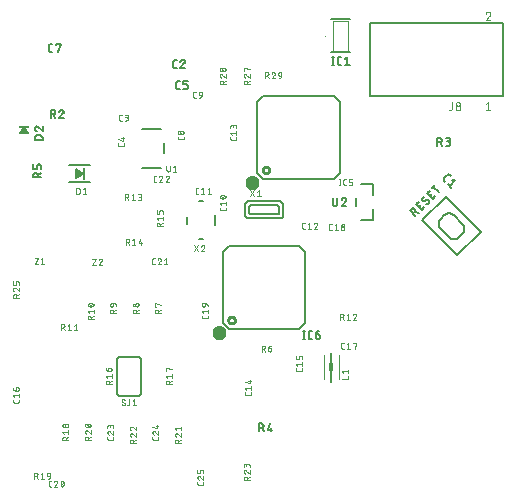
<source format=gbr>
G04 EAGLE Gerber RS-274X export*
G75*
%MOMM*%
%FSLAX34Y34*%
%LPD*%
%INSilkscreen Top*%
%IPPOS*%
%AMOC8*
5,1,8,0,0,1.08239X$1,22.5*%
G01*
%ADD10C,0.609600*%
%ADD11C,0.152400*%
%ADD12C,0.127000*%
%ADD13C,0.101600*%
%ADD14R,0.889000X0.190500*%
%ADD15C,0.203200*%
%ADD16R,0.200000X1.000000*%
%ADD17C,0.254000*%
%ADD18C,0.070000*%
%ADD19R,0.300000X0.700000*%
%ADD20C,0.010000*%
%ADD21C,0.075000*%
%ADD22C,0.050800*%

G36*
X16528Y318012D02*
X16528Y318012D01*
X16545Y318010D01*
X16649Y318031D01*
X16753Y318049D01*
X16768Y318057D01*
X16786Y318061D01*
X16877Y318114D01*
X16970Y318164D01*
X16982Y318176D01*
X16998Y318186D01*
X17067Y318265D01*
X17140Y318342D01*
X17147Y318358D01*
X17159Y318372D01*
X17199Y318469D01*
X17243Y318565D01*
X17245Y318583D01*
X17252Y318599D01*
X17259Y318705D01*
X17270Y318809D01*
X17266Y318827D01*
X17268Y318845D01*
X17240Y318947D01*
X17218Y319050D01*
X17209Y319065D01*
X17204Y319082D01*
X17119Y319227D01*
X13309Y324307D01*
X13306Y324310D01*
X13304Y324314D01*
X13217Y324395D01*
X13132Y324477D01*
X13128Y324479D01*
X13125Y324482D01*
X13016Y324532D01*
X12909Y324582D01*
X12905Y324582D01*
X12901Y324584D01*
X12783Y324597D01*
X12665Y324610D01*
X12661Y324610D01*
X12656Y324610D01*
X12540Y324584D01*
X12424Y324560D01*
X12420Y324557D01*
X12416Y324556D01*
X12314Y324495D01*
X12212Y324435D01*
X12209Y324431D01*
X12206Y324429D01*
X12091Y324307D01*
X8281Y319227D01*
X8273Y319211D01*
X8261Y319198D01*
X8216Y319102D01*
X8167Y319009D01*
X8164Y318991D01*
X8157Y318975D01*
X8145Y318870D01*
X8129Y318766D01*
X8132Y318748D01*
X8130Y318731D01*
X8152Y318628D01*
X8170Y318523D01*
X8178Y318508D01*
X8182Y318490D01*
X8236Y318400D01*
X8286Y318307D01*
X8299Y318294D01*
X8308Y318279D01*
X8388Y318210D01*
X8465Y318138D01*
X8482Y318131D01*
X8495Y318119D01*
X8593Y318080D01*
X8689Y318036D01*
X8707Y318034D01*
X8723Y318027D01*
X8890Y318009D01*
X16510Y318009D01*
X16528Y318012D01*
G37*
G36*
X57735Y281473D02*
X57735Y281473D01*
X57806Y281471D01*
X57876Y281490D01*
X57947Y281498D01*
X58002Y281523D01*
X58081Y281543D01*
X58184Y281604D01*
X58253Y281635D01*
X61253Y283635D01*
X61340Y283712D01*
X61430Y283785D01*
X61445Y283807D01*
X61465Y283825D01*
X61527Y283922D01*
X61594Y284017D01*
X61602Y284043D01*
X61617Y284065D01*
X61649Y284176D01*
X61687Y284286D01*
X61688Y284313D01*
X61695Y284338D01*
X61695Y284454D01*
X61701Y284570D01*
X61695Y284596D01*
X61695Y284623D01*
X61663Y284734D01*
X61637Y284847D01*
X61624Y284870D01*
X61616Y284896D01*
X61554Y284994D01*
X61498Y285095D01*
X61480Y285111D01*
X61465Y285136D01*
X61257Y285321D01*
X61253Y285325D01*
X58253Y287325D01*
X58189Y287356D01*
X58129Y287396D01*
X58061Y287417D01*
X57997Y287448D01*
X57926Y287460D01*
X57858Y287481D01*
X57787Y287483D01*
X57717Y287495D01*
X57645Y287487D01*
X57574Y287489D01*
X57505Y287471D01*
X57434Y287462D01*
X57368Y287435D01*
X57299Y287417D01*
X57238Y287380D01*
X57172Y287353D01*
X57116Y287308D01*
X57054Y287272D01*
X57005Y287220D01*
X56950Y287175D01*
X56909Y287117D01*
X56860Y287064D01*
X56827Y287001D01*
X56786Y286943D01*
X56763Y286875D01*
X56730Y286811D01*
X56720Y286752D01*
X56693Y286674D01*
X56687Y286555D01*
X56675Y286480D01*
X56675Y282480D01*
X56685Y282409D01*
X56685Y282337D01*
X56705Y282269D01*
X56715Y282199D01*
X56744Y282133D01*
X56764Y282064D01*
X56802Y282004D01*
X56831Y281939D01*
X56877Y281884D01*
X56915Y281824D01*
X56969Y281776D01*
X57015Y281722D01*
X57074Y281682D01*
X57128Y281635D01*
X57192Y281604D01*
X57251Y281565D01*
X57320Y281543D01*
X57384Y281512D01*
X57454Y281500D01*
X57522Y281479D01*
X57594Y281477D01*
X57665Y281465D01*
X57735Y281473D01*
G37*
D10*
X202900Y276860D02*
X202902Y276966D01*
X202908Y277072D01*
X202918Y277178D01*
X202932Y277283D01*
X202950Y277388D01*
X202971Y277492D01*
X202997Y277595D01*
X203026Y277697D01*
X203059Y277798D01*
X203096Y277898D01*
X203137Y277996D01*
X203181Y278092D01*
X203229Y278187D01*
X203280Y278280D01*
X203335Y278371D01*
X203393Y278460D01*
X203455Y278546D01*
X203520Y278631D01*
X203587Y278712D01*
X203658Y278792D01*
X203732Y278868D01*
X203808Y278942D01*
X203888Y279013D01*
X203969Y279080D01*
X204054Y279145D01*
X204140Y279207D01*
X204229Y279265D01*
X204320Y279320D01*
X204413Y279371D01*
X204508Y279419D01*
X204604Y279463D01*
X204702Y279504D01*
X204802Y279541D01*
X204903Y279574D01*
X205005Y279603D01*
X205108Y279629D01*
X205212Y279650D01*
X205317Y279668D01*
X205422Y279682D01*
X205528Y279692D01*
X205634Y279698D01*
X205740Y279700D01*
X205846Y279698D01*
X205952Y279692D01*
X206058Y279682D01*
X206163Y279668D01*
X206268Y279650D01*
X206372Y279629D01*
X206475Y279603D01*
X206577Y279574D01*
X206678Y279541D01*
X206778Y279504D01*
X206876Y279463D01*
X206972Y279419D01*
X207067Y279371D01*
X207160Y279320D01*
X207251Y279265D01*
X207340Y279207D01*
X207426Y279145D01*
X207511Y279080D01*
X207592Y279013D01*
X207672Y278942D01*
X207748Y278868D01*
X207822Y278792D01*
X207893Y278712D01*
X207960Y278631D01*
X208025Y278546D01*
X208087Y278460D01*
X208145Y278371D01*
X208200Y278280D01*
X208251Y278187D01*
X208299Y278092D01*
X208343Y277996D01*
X208384Y277898D01*
X208421Y277798D01*
X208454Y277697D01*
X208483Y277595D01*
X208509Y277492D01*
X208530Y277388D01*
X208548Y277283D01*
X208562Y277178D01*
X208572Y277072D01*
X208578Y276966D01*
X208580Y276860D01*
X208578Y276754D01*
X208572Y276648D01*
X208562Y276542D01*
X208548Y276437D01*
X208530Y276332D01*
X208509Y276228D01*
X208483Y276125D01*
X208454Y276023D01*
X208421Y275922D01*
X208384Y275822D01*
X208343Y275724D01*
X208299Y275628D01*
X208251Y275533D01*
X208200Y275440D01*
X208145Y275349D01*
X208087Y275260D01*
X208025Y275174D01*
X207960Y275089D01*
X207893Y275008D01*
X207822Y274928D01*
X207748Y274852D01*
X207672Y274778D01*
X207592Y274707D01*
X207511Y274640D01*
X207426Y274575D01*
X207340Y274513D01*
X207251Y274455D01*
X207160Y274400D01*
X207067Y274349D01*
X206972Y274301D01*
X206876Y274257D01*
X206778Y274216D01*
X206678Y274179D01*
X206577Y274146D01*
X206475Y274117D01*
X206372Y274091D01*
X206268Y274070D01*
X206163Y274052D01*
X206058Y274038D01*
X205952Y274028D01*
X205846Y274022D01*
X205740Y274020D01*
X205634Y274022D01*
X205528Y274028D01*
X205422Y274038D01*
X205317Y274052D01*
X205212Y274070D01*
X205108Y274091D01*
X205005Y274117D01*
X204903Y274146D01*
X204802Y274179D01*
X204702Y274216D01*
X204604Y274257D01*
X204508Y274301D01*
X204413Y274349D01*
X204320Y274400D01*
X204229Y274455D01*
X204140Y274513D01*
X204054Y274575D01*
X203969Y274640D01*
X203888Y274707D01*
X203808Y274778D01*
X203732Y274852D01*
X203658Y274928D01*
X203587Y275008D01*
X203520Y275089D01*
X203455Y275174D01*
X203393Y275260D01*
X203335Y275349D01*
X203280Y275440D01*
X203229Y275533D01*
X203181Y275628D01*
X203137Y275724D01*
X203096Y275822D01*
X203059Y275922D01*
X203026Y276023D01*
X202997Y276125D01*
X202971Y276228D01*
X202950Y276332D01*
X202932Y276437D01*
X202918Y276542D01*
X202908Y276648D01*
X202902Y276754D01*
X202900Y276860D01*
X174960Y149860D02*
X174962Y149966D01*
X174968Y150072D01*
X174978Y150178D01*
X174992Y150283D01*
X175010Y150388D01*
X175031Y150492D01*
X175057Y150595D01*
X175086Y150697D01*
X175119Y150798D01*
X175156Y150898D01*
X175197Y150996D01*
X175241Y151092D01*
X175289Y151187D01*
X175340Y151280D01*
X175395Y151371D01*
X175453Y151460D01*
X175515Y151546D01*
X175580Y151631D01*
X175647Y151712D01*
X175718Y151792D01*
X175792Y151868D01*
X175868Y151942D01*
X175948Y152013D01*
X176029Y152080D01*
X176114Y152145D01*
X176200Y152207D01*
X176289Y152265D01*
X176380Y152320D01*
X176473Y152371D01*
X176568Y152419D01*
X176664Y152463D01*
X176762Y152504D01*
X176862Y152541D01*
X176963Y152574D01*
X177065Y152603D01*
X177168Y152629D01*
X177272Y152650D01*
X177377Y152668D01*
X177482Y152682D01*
X177588Y152692D01*
X177694Y152698D01*
X177800Y152700D01*
X177906Y152698D01*
X178012Y152692D01*
X178118Y152682D01*
X178223Y152668D01*
X178328Y152650D01*
X178432Y152629D01*
X178535Y152603D01*
X178637Y152574D01*
X178738Y152541D01*
X178838Y152504D01*
X178936Y152463D01*
X179032Y152419D01*
X179127Y152371D01*
X179220Y152320D01*
X179311Y152265D01*
X179400Y152207D01*
X179486Y152145D01*
X179571Y152080D01*
X179652Y152013D01*
X179732Y151942D01*
X179808Y151868D01*
X179882Y151792D01*
X179953Y151712D01*
X180020Y151631D01*
X180085Y151546D01*
X180147Y151460D01*
X180205Y151371D01*
X180260Y151280D01*
X180311Y151187D01*
X180359Y151092D01*
X180403Y150996D01*
X180444Y150898D01*
X180481Y150798D01*
X180514Y150697D01*
X180543Y150595D01*
X180569Y150492D01*
X180590Y150388D01*
X180608Y150283D01*
X180622Y150178D01*
X180632Y150072D01*
X180638Y149966D01*
X180640Y149860D01*
X180638Y149754D01*
X180632Y149648D01*
X180622Y149542D01*
X180608Y149437D01*
X180590Y149332D01*
X180569Y149228D01*
X180543Y149125D01*
X180514Y149023D01*
X180481Y148922D01*
X180444Y148822D01*
X180403Y148724D01*
X180359Y148628D01*
X180311Y148533D01*
X180260Y148440D01*
X180205Y148349D01*
X180147Y148260D01*
X180085Y148174D01*
X180020Y148089D01*
X179953Y148008D01*
X179882Y147928D01*
X179808Y147852D01*
X179732Y147778D01*
X179652Y147707D01*
X179571Y147640D01*
X179486Y147575D01*
X179400Y147513D01*
X179311Y147455D01*
X179220Y147400D01*
X179127Y147349D01*
X179032Y147301D01*
X178936Y147257D01*
X178838Y147216D01*
X178738Y147179D01*
X178637Y147146D01*
X178535Y147117D01*
X178432Y147091D01*
X178328Y147070D01*
X178223Y147052D01*
X178118Y147038D01*
X178012Y147028D01*
X177906Y147022D01*
X177800Y147020D01*
X177694Y147022D01*
X177588Y147028D01*
X177482Y147038D01*
X177377Y147052D01*
X177272Y147070D01*
X177168Y147091D01*
X177065Y147117D01*
X176963Y147146D01*
X176862Y147179D01*
X176762Y147216D01*
X176664Y147257D01*
X176568Y147301D01*
X176473Y147349D01*
X176380Y147400D01*
X176289Y147455D01*
X176200Y147513D01*
X176114Y147575D01*
X176029Y147640D01*
X175948Y147707D01*
X175868Y147778D01*
X175792Y147852D01*
X175718Y147928D01*
X175647Y148008D01*
X175580Y148089D01*
X175515Y148174D01*
X175453Y148260D01*
X175395Y148349D01*
X175340Y148440D01*
X175289Y148533D01*
X175241Y148628D01*
X175197Y148724D01*
X175156Y148822D01*
X175119Y148922D01*
X175086Y149023D01*
X175057Y149125D01*
X175031Y149228D01*
X175010Y149332D01*
X174992Y149437D01*
X174978Y149542D01*
X174968Y149648D01*
X174962Y149754D01*
X174960Y149860D01*
D11*
X339500Y253397D02*
X344170Y248728D01*
X339500Y253397D02*
X340797Y254695D01*
X340798Y254694D02*
X340859Y254752D01*
X340923Y254808D01*
X340990Y254861D01*
X341059Y254910D01*
X341130Y254956D01*
X341203Y254999D01*
X341278Y255039D01*
X341354Y255075D01*
X341432Y255107D01*
X341512Y255136D01*
X341593Y255161D01*
X341675Y255182D01*
X341758Y255200D01*
X341842Y255213D01*
X341926Y255223D01*
X342010Y255229D01*
X342095Y255231D01*
X342180Y255229D01*
X342264Y255223D01*
X342348Y255213D01*
X342432Y255200D01*
X342515Y255182D01*
X342597Y255161D01*
X342678Y255136D01*
X342758Y255107D01*
X342836Y255075D01*
X342912Y255039D01*
X342987Y254999D01*
X343060Y254956D01*
X343131Y254910D01*
X343200Y254861D01*
X343267Y254808D01*
X343331Y254752D01*
X343392Y254694D01*
X343450Y254633D01*
X343506Y254569D01*
X343559Y254502D01*
X343608Y254433D01*
X343654Y254362D01*
X343697Y254289D01*
X343737Y254214D01*
X343773Y254138D01*
X343805Y254060D01*
X343834Y253980D01*
X343859Y253899D01*
X343880Y253817D01*
X343898Y253734D01*
X343911Y253650D01*
X343921Y253566D01*
X343927Y253482D01*
X343929Y253397D01*
X343927Y253312D01*
X343921Y253228D01*
X343911Y253144D01*
X343898Y253060D01*
X343880Y252977D01*
X343859Y252895D01*
X343834Y252814D01*
X343805Y252734D01*
X343773Y252656D01*
X343737Y252579D01*
X343697Y252505D01*
X343654Y252432D01*
X343608Y252361D01*
X343559Y252292D01*
X343506Y252225D01*
X343450Y252161D01*
X343392Y252100D01*
X342095Y250803D01*
X343651Y252360D02*
X346764Y251322D01*
X349476Y254034D02*
X351552Y256109D01*
X349476Y254034D02*
X344807Y258704D01*
X346882Y260779D01*
X348439Y258185D02*
X346882Y256628D01*
X355154Y259711D02*
X355205Y259765D01*
X355254Y259821D01*
X355299Y259880D01*
X355342Y259941D01*
X355381Y260004D01*
X355417Y260069D01*
X355450Y260136D01*
X355479Y260204D01*
X355505Y260274D01*
X355527Y260345D01*
X355546Y260417D01*
X355561Y260490D01*
X355572Y260564D01*
X355580Y260638D01*
X355584Y260712D01*
X355584Y260786D01*
X355580Y260860D01*
X355572Y260934D01*
X355561Y261008D01*
X355546Y261081D01*
X355527Y261153D01*
X355505Y261224D01*
X355479Y261294D01*
X355450Y261362D01*
X355417Y261429D01*
X355381Y261494D01*
X355342Y261557D01*
X355299Y261618D01*
X355254Y261677D01*
X355205Y261733D01*
X355154Y261787D01*
X355154Y259712D02*
X355074Y259635D01*
X354991Y259560D01*
X354906Y259489D01*
X354818Y259421D01*
X354728Y259356D01*
X354635Y259294D01*
X354540Y259236D01*
X354444Y259181D01*
X354345Y259130D01*
X354244Y259082D01*
X354142Y259038D01*
X354039Y258997D01*
X353934Y258960D01*
X353827Y258927D01*
X353720Y258898D01*
X353612Y258873D01*
X353503Y258851D01*
X353393Y258834D01*
X353282Y258821D01*
X353171Y258811D01*
X353060Y258806D01*
X352949Y258804D01*
X350095Y261916D02*
X350044Y261970D01*
X349995Y262026D01*
X349950Y262085D01*
X349907Y262146D01*
X349868Y262209D01*
X349832Y262274D01*
X349799Y262341D01*
X349770Y262409D01*
X349744Y262479D01*
X349722Y262550D01*
X349703Y262622D01*
X349688Y262695D01*
X349677Y262769D01*
X349669Y262843D01*
X349665Y262917D01*
X349665Y262991D01*
X349669Y263065D01*
X349677Y263139D01*
X349688Y263213D01*
X349703Y263286D01*
X349722Y263358D01*
X349744Y263429D01*
X349770Y263499D01*
X349799Y263567D01*
X349832Y263634D01*
X349868Y263699D01*
X349907Y263762D01*
X349950Y263823D01*
X349995Y263882D01*
X350044Y263938D01*
X350095Y263992D01*
X350170Y264064D01*
X350247Y264134D01*
X350328Y264200D01*
X350410Y264263D01*
X350495Y264323D01*
X350583Y264380D01*
X350672Y264434D01*
X350763Y264484D01*
X350857Y264530D01*
X350951Y264573D01*
X351048Y264613D01*
X351146Y264649D01*
X351245Y264681D01*
X351345Y264709D01*
X351446Y264733D01*
X351548Y264754D01*
X351651Y264770D01*
X351522Y261527D02*
X351450Y261511D01*
X351378Y261498D01*
X351305Y261488D01*
X351231Y261482D01*
X351157Y261480D01*
X351084Y261481D01*
X351010Y261486D01*
X350937Y261495D01*
X350864Y261507D01*
X350792Y261523D01*
X350721Y261543D01*
X350651Y261566D01*
X350582Y261592D01*
X350515Y261622D01*
X350449Y261655D01*
X350385Y261691D01*
X350322Y261730D01*
X350262Y261772D01*
X350204Y261818D01*
X350148Y261866D01*
X350095Y261917D01*
X353727Y262177D02*
X353799Y262193D01*
X353871Y262206D01*
X353944Y262216D01*
X354018Y262222D01*
X354092Y262224D01*
X354165Y262223D01*
X354239Y262218D01*
X354312Y262209D01*
X354385Y262197D01*
X354457Y262181D01*
X354528Y262161D01*
X354598Y262138D01*
X354667Y262112D01*
X354734Y262082D01*
X354800Y262049D01*
X354864Y262013D01*
X354927Y261974D01*
X354987Y261932D01*
X355045Y261886D01*
X355101Y261838D01*
X355154Y261787D01*
X353727Y262176D02*
X351522Y261528D01*
X358787Y263345D02*
X360862Y265420D01*
X358787Y263345D02*
X354117Y268014D01*
X356193Y270090D01*
X357749Y267495D02*
X356193Y265939D01*
X359363Y273260D02*
X364033Y268590D01*
X358066Y271963D02*
X360660Y274557D01*
D12*
X368416Y278567D02*
X369493Y277489D01*
X368415Y278566D02*
X368362Y278622D01*
X368312Y278681D01*
X368265Y278742D01*
X368221Y278805D01*
X368180Y278871D01*
X368142Y278938D01*
X368108Y279008D01*
X368078Y279079D01*
X368051Y279151D01*
X368028Y279225D01*
X368008Y279300D01*
X367993Y279375D01*
X367981Y279451D01*
X367973Y279528D01*
X367969Y279605D01*
X367969Y279683D01*
X367973Y279760D01*
X367981Y279837D01*
X367993Y279913D01*
X368008Y279989D01*
X368028Y280063D01*
X368051Y280137D01*
X368078Y280209D01*
X368108Y280280D01*
X368142Y280350D01*
X368180Y280417D01*
X368221Y280483D01*
X368265Y280546D01*
X368312Y280607D01*
X368362Y280666D01*
X368415Y280722D01*
X368416Y280722D02*
X371110Y283416D01*
X371109Y283416D02*
X371165Y283469D01*
X371224Y283519D01*
X371285Y283566D01*
X371348Y283610D01*
X371414Y283651D01*
X371481Y283689D01*
X371551Y283723D01*
X371622Y283753D01*
X371694Y283780D01*
X371768Y283803D01*
X371843Y283823D01*
X371918Y283838D01*
X371994Y283850D01*
X372071Y283858D01*
X372148Y283862D01*
X372226Y283862D01*
X372303Y283858D01*
X372380Y283850D01*
X372456Y283838D01*
X372532Y283823D01*
X372606Y283803D01*
X372680Y283780D01*
X372752Y283753D01*
X372823Y283723D01*
X372893Y283689D01*
X372960Y283651D01*
X373026Y283610D01*
X373089Y283566D01*
X373150Y283519D01*
X373209Y283469D01*
X373265Y283416D01*
X374343Y282338D01*
X375442Y279083D02*
X377867Y278814D01*
X373018Y273965D01*
X371671Y275312D02*
X374365Y272618D01*
X142113Y374015D02*
X140589Y374015D01*
X140512Y374017D01*
X140435Y374023D01*
X140358Y374033D01*
X140282Y374046D01*
X140207Y374064D01*
X140133Y374085D01*
X140060Y374110D01*
X139988Y374139D01*
X139918Y374171D01*
X139849Y374206D01*
X139783Y374246D01*
X139718Y374288D01*
X139656Y374334D01*
X139596Y374383D01*
X139539Y374434D01*
X139484Y374489D01*
X139433Y374546D01*
X139384Y374606D01*
X139338Y374668D01*
X139296Y374733D01*
X139256Y374799D01*
X139221Y374868D01*
X139189Y374938D01*
X139160Y375010D01*
X139135Y375083D01*
X139114Y375157D01*
X139096Y375232D01*
X139083Y375308D01*
X139073Y375385D01*
X139067Y375462D01*
X139065Y375539D01*
X139065Y379349D01*
X139067Y379426D01*
X139073Y379503D01*
X139083Y379580D01*
X139096Y379656D01*
X139114Y379731D01*
X139135Y379805D01*
X139160Y379878D01*
X139189Y379950D01*
X139221Y380020D01*
X139256Y380089D01*
X139296Y380155D01*
X139338Y380220D01*
X139384Y380282D01*
X139433Y380342D01*
X139484Y380399D01*
X139539Y380454D01*
X139596Y380505D01*
X139656Y380554D01*
X139718Y380600D01*
X139783Y380642D01*
X139849Y380682D01*
X139918Y380717D01*
X139988Y380749D01*
X140060Y380778D01*
X140133Y380803D01*
X140207Y380824D01*
X140282Y380842D01*
X140358Y380855D01*
X140435Y380865D01*
X140512Y380871D01*
X140589Y380873D01*
X142113Y380873D01*
X147288Y380874D02*
X147370Y380872D01*
X147451Y380866D01*
X147532Y380857D01*
X147613Y380843D01*
X147692Y380826D01*
X147771Y380805D01*
X147849Y380780D01*
X147925Y380751D01*
X148000Y380719D01*
X148074Y380683D01*
X148146Y380644D01*
X148215Y380602D01*
X148283Y380556D01*
X148348Y380507D01*
X148411Y380455D01*
X148471Y380400D01*
X148529Y380342D01*
X148584Y380282D01*
X148636Y380219D01*
X148685Y380154D01*
X148731Y380086D01*
X148773Y380017D01*
X148812Y379945D01*
X148848Y379871D01*
X148880Y379796D01*
X148909Y379720D01*
X148934Y379642D01*
X148955Y379563D01*
X148972Y379484D01*
X148986Y379403D01*
X148995Y379322D01*
X149001Y379241D01*
X149003Y379159D01*
X147288Y380873D02*
X147196Y380871D01*
X147104Y380865D01*
X147012Y380856D01*
X146920Y380842D01*
X146830Y380825D01*
X146740Y380804D01*
X146651Y380779D01*
X146563Y380750D01*
X146476Y380718D01*
X146391Y380682D01*
X146308Y380643D01*
X146226Y380600D01*
X146146Y380554D01*
X146068Y380504D01*
X145992Y380452D01*
X145919Y380396D01*
X145848Y380337D01*
X145779Y380275D01*
X145713Y380210D01*
X145650Y380143D01*
X145590Y380073D01*
X145532Y380001D01*
X145478Y379926D01*
X145427Y379849D01*
X145379Y379770D01*
X145335Y379689D01*
X145294Y379606D01*
X145256Y379522D01*
X145222Y379436D01*
X145192Y379349D01*
X148431Y377825D02*
X148490Y377884D01*
X148546Y377945D01*
X148599Y378008D01*
X148650Y378074D01*
X148697Y378142D01*
X148741Y378212D01*
X148782Y378284D01*
X148820Y378358D01*
X148854Y378433D01*
X148885Y378510D01*
X148912Y378588D01*
X148936Y378668D01*
X148957Y378748D01*
X148973Y378829D01*
X148986Y378911D01*
X148996Y378993D01*
X149001Y379076D01*
X149003Y379159D01*
X148431Y377825D02*
X145192Y374015D01*
X149002Y374015D01*
D13*
X97282Y310106D02*
X97282Y308977D01*
X97280Y308911D01*
X97274Y308846D01*
X97265Y308781D01*
X97252Y308717D01*
X97235Y308653D01*
X97214Y308591D01*
X97190Y308530D01*
X97162Y308470D01*
X97131Y308413D01*
X97096Y308357D01*
X97059Y308303D01*
X97018Y308251D01*
X96974Y308202D01*
X96928Y308156D01*
X96879Y308112D01*
X96827Y308071D01*
X96773Y308034D01*
X96718Y307999D01*
X96660Y307968D01*
X96600Y307940D01*
X96539Y307916D01*
X96477Y307895D01*
X96413Y307878D01*
X96349Y307865D01*
X96284Y307856D01*
X96219Y307850D01*
X96153Y307848D01*
X93331Y307848D01*
X93265Y307850D01*
X93200Y307856D01*
X93135Y307865D01*
X93071Y307878D01*
X93007Y307895D01*
X92945Y307916D01*
X92884Y307940D01*
X92824Y307968D01*
X92767Y307999D01*
X92711Y308034D01*
X92657Y308071D01*
X92605Y308112D01*
X92556Y308156D01*
X92510Y308202D01*
X92466Y308251D01*
X92425Y308303D01*
X92388Y308357D01*
X92353Y308412D01*
X92322Y308470D01*
X92294Y308530D01*
X92270Y308591D01*
X92249Y308653D01*
X92232Y308717D01*
X92219Y308781D01*
X92210Y308846D01*
X92204Y308911D01*
X92202Y308977D01*
X92202Y310106D01*
X92202Y313573D02*
X96153Y312445D01*
X96153Y315267D01*
X95024Y314420D02*
X97282Y314420D01*
X95476Y329438D02*
X94347Y329438D01*
X94281Y329440D01*
X94216Y329446D01*
X94151Y329455D01*
X94087Y329468D01*
X94023Y329485D01*
X93961Y329506D01*
X93900Y329530D01*
X93840Y329558D01*
X93783Y329589D01*
X93727Y329624D01*
X93673Y329661D01*
X93621Y329702D01*
X93572Y329746D01*
X93526Y329792D01*
X93482Y329841D01*
X93441Y329893D01*
X93404Y329947D01*
X93369Y330003D01*
X93338Y330060D01*
X93310Y330120D01*
X93286Y330181D01*
X93265Y330243D01*
X93248Y330307D01*
X93235Y330371D01*
X93226Y330436D01*
X93220Y330501D01*
X93218Y330567D01*
X93218Y333389D01*
X93220Y333455D01*
X93226Y333520D01*
X93235Y333585D01*
X93248Y333649D01*
X93265Y333713D01*
X93286Y333775D01*
X93310Y333836D01*
X93338Y333896D01*
X93369Y333953D01*
X93404Y334009D01*
X93441Y334063D01*
X93482Y334115D01*
X93526Y334164D01*
X93572Y334210D01*
X93621Y334254D01*
X93673Y334295D01*
X93727Y334332D01*
X93782Y334367D01*
X93840Y334398D01*
X93900Y334426D01*
X93961Y334450D01*
X94023Y334471D01*
X94087Y334488D01*
X94151Y334501D01*
X94216Y334510D01*
X94281Y334516D01*
X94347Y334518D01*
X95476Y334518D01*
X97815Y329438D02*
X99226Y329438D01*
X99300Y329440D01*
X99373Y329446D01*
X99447Y329455D01*
X99519Y329469D01*
X99591Y329486D01*
X99662Y329507D01*
X99732Y329532D01*
X99800Y329560D01*
X99867Y329592D01*
X99932Y329627D01*
X99994Y329666D01*
X100055Y329707D01*
X100114Y329752D01*
X100170Y329800D01*
X100224Y329851D01*
X100275Y329905D01*
X100323Y329961D01*
X100368Y330020D01*
X100409Y330081D01*
X100448Y330144D01*
X100483Y330208D01*
X100515Y330275D01*
X100543Y330343D01*
X100568Y330413D01*
X100589Y330484D01*
X100606Y330556D01*
X100620Y330628D01*
X100629Y330702D01*
X100635Y330775D01*
X100637Y330849D01*
X100635Y330923D01*
X100629Y330996D01*
X100620Y331070D01*
X100606Y331142D01*
X100589Y331214D01*
X100568Y331285D01*
X100543Y331355D01*
X100515Y331423D01*
X100483Y331490D01*
X100448Y331555D01*
X100409Y331617D01*
X100368Y331678D01*
X100323Y331737D01*
X100275Y331793D01*
X100224Y331847D01*
X100170Y331898D01*
X100114Y331946D01*
X100055Y331991D01*
X99994Y332032D01*
X99931Y332071D01*
X99867Y332106D01*
X99800Y332138D01*
X99732Y332166D01*
X99662Y332191D01*
X99591Y332212D01*
X99519Y332229D01*
X99447Y332243D01*
X99373Y332252D01*
X99300Y332258D01*
X99226Y332260D01*
X99508Y334518D02*
X97815Y334518D01*
X99508Y334518D02*
X99574Y334516D01*
X99639Y334510D01*
X99704Y334501D01*
X99768Y334488D01*
X99832Y334471D01*
X99894Y334450D01*
X99955Y334426D01*
X100015Y334398D01*
X100072Y334367D01*
X100128Y334332D01*
X100182Y334295D01*
X100234Y334254D01*
X100283Y334210D01*
X100329Y334164D01*
X100373Y334115D01*
X100414Y334063D01*
X100451Y334009D01*
X100486Y333954D01*
X100517Y333896D01*
X100545Y333836D01*
X100569Y333775D01*
X100590Y333713D01*
X100607Y333649D01*
X100620Y333585D01*
X100629Y333520D01*
X100635Y333455D01*
X100637Y333389D01*
X100635Y333323D01*
X100629Y333258D01*
X100620Y333193D01*
X100607Y333129D01*
X100590Y333065D01*
X100569Y333003D01*
X100545Y332942D01*
X100517Y332882D01*
X100486Y332825D01*
X100451Y332769D01*
X100414Y332715D01*
X100373Y332663D01*
X100329Y332614D01*
X100283Y332568D01*
X100234Y332524D01*
X100182Y332483D01*
X100128Y332446D01*
X100073Y332411D01*
X100015Y332380D01*
X99955Y332352D01*
X99894Y332328D01*
X99832Y332307D01*
X99768Y332290D01*
X99704Y332277D01*
X99639Y332268D01*
X99574Y332262D01*
X99508Y332260D01*
X98379Y332260D01*
D12*
X143129Y356235D02*
X144653Y356235D01*
X143129Y356235D02*
X143052Y356237D01*
X142975Y356243D01*
X142898Y356253D01*
X142822Y356266D01*
X142747Y356284D01*
X142673Y356305D01*
X142600Y356330D01*
X142528Y356359D01*
X142458Y356391D01*
X142389Y356426D01*
X142323Y356466D01*
X142258Y356508D01*
X142196Y356554D01*
X142136Y356603D01*
X142079Y356654D01*
X142024Y356709D01*
X141973Y356766D01*
X141924Y356826D01*
X141878Y356888D01*
X141836Y356953D01*
X141796Y357019D01*
X141761Y357088D01*
X141729Y357158D01*
X141700Y357230D01*
X141675Y357303D01*
X141654Y357377D01*
X141636Y357452D01*
X141623Y357528D01*
X141613Y357605D01*
X141607Y357682D01*
X141605Y357759D01*
X141605Y361569D01*
X141607Y361646D01*
X141613Y361723D01*
X141623Y361800D01*
X141636Y361876D01*
X141654Y361951D01*
X141675Y362025D01*
X141700Y362098D01*
X141729Y362170D01*
X141761Y362240D01*
X141796Y362309D01*
X141836Y362375D01*
X141878Y362440D01*
X141924Y362502D01*
X141973Y362562D01*
X142024Y362619D01*
X142079Y362674D01*
X142136Y362725D01*
X142196Y362774D01*
X142258Y362820D01*
X142323Y362862D01*
X142389Y362902D01*
X142458Y362937D01*
X142528Y362969D01*
X142600Y362998D01*
X142673Y363023D01*
X142747Y363044D01*
X142822Y363062D01*
X142898Y363075D01*
X142975Y363085D01*
X143052Y363091D01*
X143129Y363093D01*
X144653Y363093D01*
X147732Y356235D02*
X150018Y356235D01*
X150095Y356237D01*
X150172Y356243D01*
X150249Y356253D01*
X150325Y356266D01*
X150400Y356284D01*
X150474Y356305D01*
X150547Y356330D01*
X150619Y356359D01*
X150689Y356391D01*
X150758Y356426D01*
X150824Y356466D01*
X150889Y356508D01*
X150951Y356554D01*
X151011Y356603D01*
X151068Y356654D01*
X151123Y356709D01*
X151174Y356766D01*
X151223Y356826D01*
X151269Y356888D01*
X151311Y356953D01*
X151351Y357019D01*
X151386Y357088D01*
X151418Y357158D01*
X151447Y357230D01*
X151472Y357303D01*
X151493Y357377D01*
X151511Y357452D01*
X151524Y357528D01*
X151534Y357605D01*
X151540Y357682D01*
X151542Y357759D01*
X151542Y358521D01*
X151540Y358598D01*
X151534Y358675D01*
X151524Y358752D01*
X151511Y358828D01*
X151493Y358903D01*
X151472Y358977D01*
X151447Y359050D01*
X151418Y359122D01*
X151386Y359192D01*
X151351Y359261D01*
X151311Y359327D01*
X151269Y359392D01*
X151223Y359454D01*
X151174Y359514D01*
X151123Y359571D01*
X151068Y359626D01*
X151011Y359677D01*
X150951Y359726D01*
X150889Y359772D01*
X150824Y359814D01*
X150758Y359854D01*
X150689Y359889D01*
X150619Y359921D01*
X150547Y359950D01*
X150474Y359975D01*
X150400Y359996D01*
X150325Y360014D01*
X150249Y360027D01*
X150172Y360037D01*
X150095Y360043D01*
X150018Y360045D01*
X147732Y360045D01*
X147732Y363093D01*
X151542Y363093D01*
X35299Y338455D02*
X35299Y331597D01*
X35299Y338455D02*
X37204Y338455D01*
X37289Y338453D01*
X37375Y338447D01*
X37460Y338438D01*
X37544Y338424D01*
X37628Y338407D01*
X37711Y338386D01*
X37793Y338362D01*
X37873Y338334D01*
X37953Y338302D01*
X38031Y338266D01*
X38107Y338228D01*
X38181Y338185D01*
X38253Y338140D01*
X38324Y338091D01*
X38392Y338039D01*
X38457Y337985D01*
X38520Y337927D01*
X38581Y337866D01*
X38639Y337803D01*
X38693Y337738D01*
X38745Y337670D01*
X38794Y337599D01*
X38839Y337527D01*
X38882Y337453D01*
X38920Y337377D01*
X38956Y337299D01*
X38988Y337219D01*
X39016Y337139D01*
X39040Y337057D01*
X39061Y336974D01*
X39078Y336890D01*
X39092Y336806D01*
X39101Y336721D01*
X39107Y336635D01*
X39109Y336550D01*
X39107Y336465D01*
X39101Y336379D01*
X39092Y336294D01*
X39078Y336210D01*
X39061Y336126D01*
X39040Y336043D01*
X39016Y335961D01*
X38988Y335881D01*
X38956Y335801D01*
X38920Y335723D01*
X38882Y335647D01*
X38839Y335573D01*
X38794Y335501D01*
X38745Y335430D01*
X38693Y335362D01*
X38639Y335297D01*
X38581Y335234D01*
X38520Y335173D01*
X38457Y335115D01*
X38392Y335061D01*
X38324Y335009D01*
X38253Y334960D01*
X38181Y334915D01*
X38107Y334872D01*
X38031Y334834D01*
X37953Y334798D01*
X37873Y334766D01*
X37793Y334738D01*
X37711Y334714D01*
X37628Y334693D01*
X37544Y334676D01*
X37460Y334662D01*
X37375Y334653D01*
X37289Y334647D01*
X37204Y334645D01*
X35299Y334645D01*
X37585Y334645D02*
X39109Y331597D01*
X44641Y338456D02*
X44723Y338454D01*
X44804Y338448D01*
X44885Y338439D01*
X44966Y338425D01*
X45045Y338408D01*
X45124Y338387D01*
X45202Y338362D01*
X45278Y338333D01*
X45353Y338301D01*
X45427Y338265D01*
X45499Y338226D01*
X45568Y338184D01*
X45636Y338138D01*
X45701Y338089D01*
X45764Y338037D01*
X45824Y337982D01*
X45882Y337924D01*
X45937Y337864D01*
X45989Y337801D01*
X46038Y337736D01*
X46084Y337668D01*
X46126Y337599D01*
X46165Y337527D01*
X46201Y337453D01*
X46233Y337378D01*
X46262Y337302D01*
X46287Y337224D01*
X46308Y337145D01*
X46325Y337066D01*
X46339Y336985D01*
X46348Y336904D01*
X46354Y336823D01*
X46356Y336741D01*
X44641Y338455D02*
X44549Y338453D01*
X44457Y338447D01*
X44365Y338438D01*
X44273Y338424D01*
X44183Y338407D01*
X44093Y338386D01*
X44004Y338361D01*
X43916Y338332D01*
X43829Y338300D01*
X43744Y338264D01*
X43661Y338225D01*
X43579Y338182D01*
X43499Y338136D01*
X43421Y338086D01*
X43345Y338034D01*
X43272Y337978D01*
X43201Y337919D01*
X43132Y337857D01*
X43066Y337792D01*
X43003Y337725D01*
X42943Y337655D01*
X42885Y337583D01*
X42831Y337508D01*
X42780Y337431D01*
X42732Y337352D01*
X42688Y337271D01*
X42647Y337188D01*
X42609Y337104D01*
X42575Y337018D01*
X42545Y336931D01*
X45784Y335407D02*
X45843Y335466D01*
X45899Y335527D01*
X45952Y335590D01*
X46003Y335656D01*
X46050Y335724D01*
X46094Y335794D01*
X46135Y335866D01*
X46173Y335940D01*
X46207Y336015D01*
X46238Y336092D01*
X46265Y336170D01*
X46289Y336250D01*
X46310Y336330D01*
X46326Y336411D01*
X46339Y336493D01*
X46349Y336575D01*
X46354Y336658D01*
X46356Y336741D01*
X45784Y335407D02*
X42545Y331597D01*
X46355Y331597D01*
X362585Y314833D02*
X362585Y307975D01*
X362585Y314833D02*
X364490Y314833D01*
X364575Y314831D01*
X364661Y314825D01*
X364746Y314816D01*
X364830Y314802D01*
X364914Y314785D01*
X364997Y314764D01*
X365079Y314740D01*
X365159Y314712D01*
X365239Y314680D01*
X365317Y314644D01*
X365393Y314606D01*
X365467Y314563D01*
X365539Y314518D01*
X365610Y314469D01*
X365678Y314417D01*
X365743Y314363D01*
X365806Y314305D01*
X365867Y314244D01*
X365925Y314181D01*
X365979Y314116D01*
X366031Y314048D01*
X366080Y313977D01*
X366125Y313905D01*
X366168Y313831D01*
X366206Y313755D01*
X366242Y313677D01*
X366274Y313597D01*
X366302Y313517D01*
X366326Y313435D01*
X366347Y313352D01*
X366364Y313268D01*
X366378Y313184D01*
X366387Y313099D01*
X366393Y313013D01*
X366395Y312928D01*
X366393Y312843D01*
X366387Y312757D01*
X366378Y312672D01*
X366364Y312588D01*
X366347Y312504D01*
X366326Y312421D01*
X366302Y312339D01*
X366274Y312259D01*
X366242Y312179D01*
X366206Y312101D01*
X366168Y312025D01*
X366125Y311951D01*
X366080Y311879D01*
X366031Y311808D01*
X365979Y311740D01*
X365925Y311675D01*
X365867Y311612D01*
X365806Y311551D01*
X365743Y311493D01*
X365678Y311439D01*
X365610Y311387D01*
X365539Y311338D01*
X365467Y311293D01*
X365393Y311250D01*
X365317Y311212D01*
X365239Y311176D01*
X365159Y311144D01*
X365079Y311116D01*
X364997Y311092D01*
X364914Y311071D01*
X364830Y311054D01*
X364746Y311040D01*
X364661Y311031D01*
X364575Y311025D01*
X364490Y311023D01*
X362585Y311023D01*
X364871Y311023D02*
X366395Y307975D01*
X369831Y307975D02*
X371736Y307975D01*
X371821Y307977D01*
X371907Y307983D01*
X371992Y307992D01*
X372076Y308006D01*
X372160Y308023D01*
X372243Y308044D01*
X372325Y308068D01*
X372405Y308096D01*
X372485Y308128D01*
X372563Y308164D01*
X372639Y308202D01*
X372713Y308245D01*
X372785Y308290D01*
X372856Y308339D01*
X372924Y308391D01*
X372989Y308445D01*
X373052Y308503D01*
X373113Y308564D01*
X373171Y308627D01*
X373225Y308692D01*
X373277Y308760D01*
X373326Y308831D01*
X373371Y308903D01*
X373414Y308977D01*
X373452Y309053D01*
X373488Y309131D01*
X373520Y309211D01*
X373548Y309291D01*
X373572Y309373D01*
X373593Y309456D01*
X373610Y309540D01*
X373624Y309624D01*
X373633Y309709D01*
X373639Y309795D01*
X373641Y309880D01*
X373639Y309965D01*
X373633Y310051D01*
X373624Y310136D01*
X373610Y310220D01*
X373593Y310304D01*
X373572Y310387D01*
X373548Y310469D01*
X373520Y310549D01*
X373488Y310629D01*
X373452Y310707D01*
X373414Y310783D01*
X373371Y310857D01*
X373326Y310929D01*
X373277Y311000D01*
X373225Y311068D01*
X373171Y311133D01*
X373113Y311196D01*
X373052Y311257D01*
X372989Y311315D01*
X372924Y311369D01*
X372856Y311421D01*
X372785Y311470D01*
X372713Y311515D01*
X372639Y311558D01*
X372563Y311596D01*
X372485Y311632D01*
X372405Y311664D01*
X372325Y311692D01*
X372243Y311716D01*
X372160Y311737D01*
X372076Y311754D01*
X371992Y311768D01*
X371907Y311777D01*
X371821Y311783D01*
X371736Y311785D01*
X372117Y314833D02*
X369831Y314833D01*
X372117Y314833D02*
X372194Y314831D01*
X372271Y314825D01*
X372348Y314815D01*
X372424Y314802D01*
X372499Y314784D01*
X372573Y314763D01*
X372646Y314738D01*
X372718Y314709D01*
X372788Y314677D01*
X372857Y314642D01*
X372923Y314602D01*
X372988Y314560D01*
X373050Y314514D01*
X373110Y314465D01*
X373167Y314414D01*
X373222Y314359D01*
X373273Y314302D01*
X373322Y314242D01*
X373368Y314180D01*
X373410Y314115D01*
X373450Y314049D01*
X373485Y313980D01*
X373517Y313910D01*
X373546Y313838D01*
X373571Y313765D01*
X373592Y313691D01*
X373610Y313616D01*
X373623Y313540D01*
X373633Y313463D01*
X373639Y313386D01*
X373641Y313309D01*
X373639Y313232D01*
X373633Y313155D01*
X373623Y313078D01*
X373610Y313002D01*
X373592Y312927D01*
X373571Y312853D01*
X373546Y312780D01*
X373517Y312708D01*
X373485Y312638D01*
X373450Y312569D01*
X373410Y312503D01*
X373368Y312438D01*
X373322Y312376D01*
X373273Y312316D01*
X373222Y312259D01*
X373167Y312204D01*
X373110Y312153D01*
X373050Y312104D01*
X372988Y312058D01*
X372923Y312016D01*
X372857Y311976D01*
X372788Y311941D01*
X372718Y311909D01*
X372646Y311880D01*
X372573Y311855D01*
X372499Y311834D01*
X372424Y311816D01*
X372348Y311803D01*
X372271Y311793D01*
X372194Y311787D01*
X372117Y311785D01*
X370593Y311785D01*
X211829Y73025D02*
X211829Y66167D01*
X211829Y73025D02*
X213734Y73025D01*
X213819Y73023D01*
X213905Y73017D01*
X213990Y73008D01*
X214074Y72994D01*
X214158Y72977D01*
X214241Y72956D01*
X214323Y72932D01*
X214403Y72904D01*
X214483Y72872D01*
X214561Y72836D01*
X214637Y72798D01*
X214711Y72755D01*
X214783Y72710D01*
X214854Y72661D01*
X214922Y72609D01*
X214987Y72555D01*
X215050Y72497D01*
X215111Y72436D01*
X215169Y72373D01*
X215223Y72308D01*
X215275Y72240D01*
X215324Y72169D01*
X215369Y72097D01*
X215412Y72023D01*
X215450Y71947D01*
X215486Y71869D01*
X215518Y71789D01*
X215546Y71709D01*
X215570Y71627D01*
X215591Y71544D01*
X215608Y71460D01*
X215622Y71376D01*
X215631Y71291D01*
X215637Y71205D01*
X215639Y71120D01*
X215637Y71035D01*
X215631Y70949D01*
X215622Y70864D01*
X215608Y70780D01*
X215591Y70696D01*
X215570Y70613D01*
X215546Y70531D01*
X215518Y70451D01*
X215486Y70371D01*
X215450Y70293D01*
X215412Y70217D01*
X215369Y70143D01*
X215324Y70071D01*
X215275Y70000D01*
X215223Y69932D01*
X215169Y69867D01*
X215111Y69804D01*
X215050Y69743D01*
X214987Y69685D01*
X214922Y69631D01*
X214854Y69579D01*
X214783Y69530D01*
X214711Y69485D01*
X214637Y69442D01*
X214561Y69404D01*
X214483Y69368D01*
X214403Y69336D01*
X214323Y69308D01*
X214241Y69284D01*
X214158Y69263D01*
X214074Y69246D01*
X213990Y69232D01*
X213905Y69223D01*
X213819Y69217D01*
X213734Y69215D01*
X211829Y69215D01*
X214115Y69215D02*
X215639Y66167D01*
X219075Y67691D02*
X220599Y73025D01*
X219075Y67691D02*
X222885Y67691D01*
X221742Y69215D02*
X221742Y66167D01*
D11*
X308102Y266446D02*
X308102Y275590D01*
X293878Y263652D02*
X293878Y257048D01*
X298450Y245110D02*
X308102Y245110D01*
X308102Y254254D01*
X308102Y275590D02*
X298450Y275590D01*
D12*
X274193Y264033D02*
X274193Y259080D01*
X274195Y258995D01*
X274201Y258909D01*
X274210Y258824D01*
X274224Y258740D01*
X274241Y258656D01*
X274262Y258573D01*
X274286Y258491D01*
X274314Y258411D01*
X274346Y258331D01*
X274382Y258253D01*
X274420Y258177D01*
X274463Y258103D01*
X274508Y258031D01*
X274557Y257960D01*
X274609Y257892D01*
X274663Y257827D01*
X274721Y257764D01*
X274782Y257703D01*
X274845Y257645D01*
X274910Y257591D01*
X274978Y257539D01*
X275049Y257490D01*
X275121Y257445D01*
X275195Y257402D01*
X275271Y257364D01*
X275349Y257328D01*
X275429Y257296D01*
X275509Y257268D01*
X275591Y257244D01*
X275674Y257223D01*
X275758Y257206D01*
X275842Y257192D01*
X275927Y257183D01*
X276013Y257177D01*
X276098Y257175D01*
X276183Y257177D01*
X276269Y257183D01*
X276354Y257192D01*
X276438Y257206D01*
X276522Y257223D01*
X276605Y257244D01*
X276687Y257268D01*
X276767Y257296D01*
X276847Y257328D01*
X276925Y257364D01*
X277001Y257402D01*
X277075Y257445D01*
X277147Y257490D01*
X277218Y257539D01*
X277286Y257591D01*
X277351Y257645D01*
X277414Y257703D01*
X277475Y257764D01*
X277533Y257827D01*
X277587Y257892D01*
X277639Y257960D01*
X277688Y258031D01*
X277733Y258103D01*
X277776Y258177D01*
X277814Y258253D01*
X277850Y258331D01*
X277882Y258411D01*
X277910Y258491D01*
X277934Y258573D01*
X277955Y258656D01*
X277972Y258740D01*
X277986Y258824D01*
X277995Y258909D01*
X278001Y258995D01*
X278003Y259080D01*
X278003Y264033D01*
X283848Y264034D02*
X283930Y264032D01*
X284011Y264026D01*
X284092Y264017D01*
X284173Y264003D01*
X284252Y263986D01*
X284331Y263965D01*
X284409Y263940D01*
X284485Y263911D01*
X284560Y263879D01*
X284634Y263843D01*
X284706Y263804D01*
X284775Y263762D01*
X284843Y263716D01*
X284908Y263667D01*
X284971Y263615D01*
X285031Y263560D01*
X285089Y263502D01*
X285144Y263442D01*
X285196Y263379D01*
X285245Y263314D01*
X285291Y263246D01*
X285333Y263177D01*
X285372Y263105D01*
X285408Y263031D01*
X285440Y262956D01*
X285469Y262880D01*
X285494Y262802D01*
X285515Y262723D01*
X285532Y262644D01*
X285546Y262563D01*
X285555Y262482D01*
X285561Y262401D01*
X285563Y262319D01*
X283848Y264033D02*
X283756Y264031D01*
X283664Y264025D01*
X283572Y264016D01*
X283480Y264002D01*
X283390Y263985D01*
X283300Y263964D01*
X283211Y263939D01*
X283123Y263910D01*
X283036Y263878D01*
X282951Y263842D01*
X282868Y263803D01*
X282786Y263760D01*
X282706Y263714D01*
X282628Y263664D01*
X282552Y263612D01*
X282479Y263556D01*
X282408Y263497D01*
X282339Y263435D01*
X282273Y263370D01*
X282210Y263303D01*
X282150Y263233D01*
X282092Y263161D01*
X282038Y263086D01*
X281987Y263009D01*
X281939Y262930D01*
X281895Y262849D01*
X281854Y262766D01*
X281816Y262682D01*
X281782Y262596D01*
X281752Y262509D01*
X284991Y260985D02*
X285050Y261044D01*
X285106Y261105D01*
X285159Y261168D01*
X285210Y261234D01*
X285257Y261302D01*
X285301Y261372D01*
X285342Y261444D01*
X285380Y261518D01*
X285414Y261593D01*
X285445Y261670D01*
X285472Y261748D01*
X285496Y261828D01*
X285517Y261908D01*
X285533Y261989D01*
X285546Y262071D01*
X285556Y262153D01*
X285561Y262236D01*
X285563Y262319D01*
X284991Y260985D02*
X281752Y257175D01*
X285562Y257175D01*
D11*
X36823Y387604D02*
X35355Y387604D01*
X35281Y387606D01*
X35206Y387612D01*
X35133Y387621D01*
X35059Y387634D01*
X34987Y387651D01*
X34916Y387671D01*
X34845Y387695D01*
X34776Y387723D01*
X34709Y387754D01*
X34643Y387788D01*
X34578Y387826D01*
X34516Y387867D01*
X34456Y387911D01*
X34399Y387958D01*
X34344Y388008D01*
X34291Y388061D01*
X34241Y388116D01*
X34194Y388173D01*
X34150Y388233D01*
X34109Y388295D01*
X34071Y388360D01*
X34037Y388426D01*
X34006Y388493D01*
X33978Y388562D01*
X33954Y388633D01*
X33934Y388704D01*
X33917Y388776D01*
X33904Y388850D01*
X33895Y388923D01*
X33889Y388998D01*
X33887Y389072D01*
X33888Y389072D02*
X33888Y392740D01*
X33887Y392740D02*
X33889Y392814D01*
X33895Y392889D01*
X33904Y392962D01*
X33917Y393036D01*
X33934Y393108D01*
X33954Y393179D01*
X33978Y393250D01*
X34006Y393319D01*
X34037Y393386D01*
X34071Y393452D01*
X34109Y393517D01*
X34150Y393579D01*
X34194Y393639D01*
X34241Y393696D01*
X34291Y393751D01*
X34344Y393804D01*
X34399Y393854D01*
X34456Y393901D01*
X34516Y393945D01*
X34578Y393986D01*
X34643Y394024D01*
X34708Y394058D01*
X34776Y394089D01*
X34845Y394117D01*
X34916Y394141D01*
X34987Y394161D01*
X35059Y394178D01*
X35133Y394191D01*
X35206Y394200D01*
X35281Y394206D01*
X35355Y394208D01*
X36823Y394208D01*
X40019Y394208D02*
X40019Y393474D01*
X40019Y394208D02*
X43688Y394208D01*
X41854Y387604D01*
D13*
X157032Y348742D02*
X158161Y348742D01*
X157032Y348742D02*
X156966Y348744D01*
X156901Y348750D01*
X156836Y348759D01*
X156772Y348772D01*
X156708Y348789D01*
X156646Y348810D01*
X156585Y348834D01*
X156525Y348862D01*
X156468Y348893D01*
X156412Y348928D01*
X156358Y348965D01*
X156306Y349006D01*
X156257Y349050D01*
X156211Y349096D01*
X156167Y349145D01*
X156126Y349197D01*
X156089Y349251D01*
X156054Y349307D01*
X156023Y349364D01*
X155995Y349424D01*
X155971Y349485D01*
X155950Y349547D01*
X155933Y349611D01*
X155920Y349675D01*
X155911Y349740D01*
X155905Y349805D01*
X155903Y349871D01*
X155903Y352693D01*
X155905Y352759D01*
X155911Y352824D01*
X155920Y352889D01*
X155933Y352953D01*
X155950Y353017D01*
X155971Y353079D01*
X155995Y353140D01*
X156023Y353200D01*
X156054Y353257D01*
X156089Y353313D01*
X156126Y353367D01*
X156167Y353419D01*
X156211Y353468D01*
X156257Y353514D01*
X156306Y353558D01*
X156358Y353599D01*
X156412Y353636D01*
X156467Y353671D01*
X156525Y353702D01*
X156585Y353730D01*
X156646Y353754D01*
X156708Y353775D01*
X156772Y353792D01*
X156836Y353805D01*
X156901Y353814D01*
X156966Y353820D01*
X157032Y353822D01*
X158161Y353822D01*
X161629Y351000D02*
X163322Y351000D01*
X161629Y351000D02*
X161563Y351002D01*
X161498Y351008D01*
X161433Y351017D01*
X161369Y351030D01*
X161305Y351047D01*
X161243Y351068D01*
X161182Y351092D01*
X161122Y351120D01*
X161064Y351151D01*
X161009Y351186D01*
X160955Y351223D01*
X160903Y351264D01*
X160854Y351308D01*
X160808Y351354D01*
X160764Y351403D01*
X160723Y351455D01*
X160686Y351509D01*
X160651Y351565D01*
X160620Y351622D01*
X160592Y351682D01*
X160568Y351743D01*
X160547Y351805D01*
X160530Y351869D01*
X160517Y351933D01*
X160508Y351998D01*
X160502Y352063D01*
X160500Y352129D01*
X160500Y352411D01*
X160502Y352485D01*
X160508Y352558D01*
X160517Y352632D01*
X160531Y352704D01*
X160548Y352776D01*
X160569Y352847D01*
X160594Y352917D01*
X160622Y352985D01*
X160654Y353052D01*
X160689Y353117D01*
X160728Y353179D01*
X160769Y353240D01*
X160814Y353299D01*
X160862Y353355D01*
X160913Y353409D01*
X160967Y353460D01*
X161023Y353508D01*
X161082Y353553D01*
X161143Y353594D01*
X161206Y353633D01*
X161270Y353668D01*
X161337Y353700D01*
X161405Y353728D01*
X161475Y353753D01*
X161546Y353774D01*
X161618Y353791D01*
X161690Y353805D01*
X161764Y353814D01*
X161837Y353820D01*
X161911Y353822D01*
X161985Y353820D01*
X162058Y353814D01*
X162132Y353805D01*
X162204Y353791D01*
X162276Y353774D01*
X162347Y353753D01*
X162417Y353728D01*
X162485Y353700D01*
X162552Y353668D01*
X162617Y353633D01*
X162679Y353594D01*
X162740Y353553D01*
X162799Y353508D01*
X162855Y353460D01*
X162909Y353409D01*
X162960Y353355D01*
X163008Y353299D01*
X163053Y353240D01*
X163094Y353179D01*
X163133Y353117D01*
X163168Y353052D01*
X163200Y352985D01*
X163228Y352917D01*
X163253Y352847D01*
X163274Y352776D01*
X163291Y352704D01*
X163305Y352632D01*
X163314Y352558D01*
X163320Y352485D01*
X163322Y352411D01*
X163322Y351000D01*
X163320Y350907D01*
X163314Y350814D01*
X163305Y350721D01*
X163291Y350628D01*
X163274Y350537D01*
X163253Y350446D01*
X163228Y350356D01*
X163200Y350267D01*
X163168Y350179D01*
X163132Y350093D01*
X163093Y350008D01*
X163050Y349925D01*
X163004Y349844D01*
X162954Y349765D01*
X162902Y349688D01*
X162846Y349613D01*
X162787Y349541D01*
X162725Y349471D01*
X162661Y349403D01*
X162593Y349339D01*
X162523Y349277D01*
X162451Y349218D01*
X162376Y349162D01*
X162299Y349110D01*
X162220Y349060D01*
X162139Y349014D01*
X162056Y348971D01*
X161971Y348932D01*
X161885Y348896D01*
X161797Y348864D01*
X161708Y348836D01*
X161618Y348811D01*
X161527Y348790D01*
X161436Y348773D01*
X161343Y348759D01*
X161250Y348750D01*
X161157Y348744D01*
X161064Y348742D01*
X147828Y315641D02*
X147828Y314512D01*
X147826Y314446D01*
X147820Y314381D01*
X147811Y314316D01*
X147798Y314252D01*
X147781Y314188D01*
X147760Y314126D01*
X147736Y314065D01*
X147708Y314005D01*
X147677Y313948D01*
X147642Y313892D01*
X147605Y313838D01*
X147564Y313786D01*
X147520Y313737D01*
X147474Y313691D01*
X147425Y313647D01*
X147373Y313606D01*
X147319Y313569D01*
X147264Y313534D01*
X147206Y313503D01*
X147146Y313475D01*
X147085Y313451D01*
X147023Y313430D01*
X146959Y313413D01*
X146895Y313400D01*
X146830Y313391D01*
X146765Y313385D01*
X146699Y313383D01*
X143877Y313383D01*
X143811Y313385D01*
X143746Y313391D01*
X143681Y313400D01*
X143617Y313413D01*
X143553Y313430D01*
X143491Y313451D01*
X143430Y313475D01*
X143370Y313503D01*
X143313Y313534D01*
X143257Y313569D01*
X143203Y313606D01*
X143151Y313647D01*
X143102Y313691D01*
X143056Y313737D01*
X143012Y313786D01*
X142971Y313838D01*
X142934Y313892D01*
X142899Y313947D01*
X142868Y314005D01*
X142840Y314065D01*
X142816Y314126D01*
X142795Y314188D01*
X142778Y314252D01*
X142765Y314316D01*
X142756Y314381D01*
X142750Y314446D01*
X142748Y314512D01*
X142748Y315641D01*
X146417Y317980D02*
X146343Y317982D01*
X146270Y317988D01*
X146196Y317997D01*
X146124Y318011D01*
X146052Y318028D01*
X145981Y318049D01*
X145911Y318074D01*
X145843Y318102D01*
X145776Y318134D01*
X145712Y318169D01*
X145649Y318208D01*
X145588Y318249D01*
X145529Y318294D01*
X145473Y318342D01*
X145419Y318393D01*
X145368Y318447D01*
X145320Y318503D01*
X145275Y318562D01*
X145234Y318623D01*
X145195Y318686D01*
X145160Y318750D01*
X145128Y318817D01*
X145100Y318885D01*
X145075Y318955D01*
X145054Y319026D01*
X145037Y319098D01*
X145023Y319170D01*
X145014Y319244D01*
X145008Y319317D01*
X145006Y319391D01*
X145008Y319465D01*
X145014Y319538D01*
X145023Y319612D01*
X145037Y319684D01*
X145054Y319756D01*
X145075Y319827D01*
X145100Y319897D01*
X145128Y319965D01*
X145160Y320032D01*
X145195Y320097D01*
X145234Y320159D01*
X145275Y320220D01*
X145320Y320279D01*
X145368Y320335D01*
X145419Y320389D01*
X145473Y320440D01*
X145529Y320488D01*
X145588Y320533D01*
X145649Y320574D01*
X145712Y320613D01*
X145776Y320648D01*
X145843Y320680D01*
X145911Y320708D01*
X145981Y320733D01*
X146052Y320754D01*
X146124Y320771D01*
X146196Y320785D01*
X146270Y320794D01*
X146343Y320800D01*
X146417Y320802D01*
X146491Y320800D01*
X146564Y320794D01*
X146638Y320785D01*
X146710Y320771D01*
X146782Y320754D01*
X146853Y320733D01*
X146923Y320708D01*
X146991Y320680D01*
X147058Y320648D01*
X147122Y320613D01*
X147185Y320574D01*
X147246Y320533D01*
X147305Y320488D01*
X147361Y320440D01*
X147415Y320389D01*
X147466Y320335D01*
X147514Y320279D01*
X147559Y320220D01*
X147600Y320159D01*
X147639Y320097D01*
X147674Y320032D01*
X147706Y319965D01*
X147734Y319897D01*
X147759Y319827D01*
X147780Y319756D01*
X147797Y319684D01*
X147811Y319612D01*
X147820Y319538D01*
X147826Y319465D01*
X147828Y319391D01*
X147826Y319317D01*
X147820Y319244D01*
X147811Y319170D01*
X147797Y319098D01*
X147780Y319026D01*
X147759Y318955D01*
X147734Y318885D01*
X147706Y318817D01*
X147674Y318750D01*
X147639Y318686D01*
X147600Y318623D01*
X147559Y318562D01*
X147514Y318503D01*
X147466Y318447D01*
X147415Y318393D01*
X147361Y318342D01*
X147305Y318294D01*
X147246Y318249D01*
X147185Y318208D01*
X147123Y318169D01*
X147058Y318134D01*
X146991Y318102D01*
X146923Y318074D01*
X146853Y318049D01*
X146782Y318028D01*
X146710Y318011D01*
X146638Y317997D01*
X146564Y317988D01*
X146491Y317982D01*
X146417Y317980D01*
X143877Y318262D02*
X143811Y318264D01*
X143746Y318270D01*
X143681Y318279D01*
X143617Y318292D01*
X143553Y318309D01*
X143491Y318330D01*
X143430Y318354D01*
X143370Y318382D01*
X143313Y318413D01*
X143257Y318448D01*
X143203Y318485D01*
X143151Y318526D01*
X143102Y318570D01*
X143056Y318616D01*
X143012Y318665D01*
X142971Y318717D01*
X142934Y318771D01*
X142899Y318827D01*
X142868Y318884D01*
X142840Y318944D01*
X142816Y319005D01*
X142795Y319067D01*
X142778Y319131D01*
X142765Y319195D01*
X142756Y319260D01*
X142750Y319325D01*
X142748Y319391D01*
X142750Y319457D01*
X142756Y319522D01*
X142765Y319587D01*
X142778Y319651D01*
X142795Y319715D01*
X142816Y319777D01*
X142840Y319838D01*
X142868Y319898D01*
X142899Y319956D01*
X142934Y320011D01*
X142971Y320065D01*
X143012Y320117D01*
X143056Y320166D01*
X143102Y320212D01*
X143151Y320256D01*
X143203Y320297D01*
X143257Y320334D01*
X143313Y320369D01*
X143370Y320400D01*
X143430Y320428D01*
X143491Y320452D01*
X143553Y320473D01*
X143617Y320490D01*
X143681Y320503D01*
X143746Y320512D01*
X143811Y320518D01*
X143877Y320520D01*
X143943Y320518D01*
X144008Y320512D01*
X144073Y320503D01*
X144137Y320490D01*
X144201Y320473D01*
X144263Y320452D01*
X144324Y320428D01*
X144384Y320400D01*
X144442Y320369D01*
X144497Y320334D01*
X144551Y320297D01*
X144603Y320256D01*
X144652Y320212D01*
X144698Y320166D01*
X144742Y320117D01*
X144783Y320065D01*
X144820Y320011D01*
X144855Y319956D01*
X144886Y319898D01*
X144914Y319838D01*
X144938Y319777D01*
X144959Y319715D01*
X144976Y319651D01*
X144989Y319587D01*
X144998Y319522D01*
X145004Y319457D01*
X145006Y319391D01*
X145004Y319325D01*
X144998Y319260D01*
X144989Y319195D01*
X144976Y319131D01*
X144959Y319067D01*
X144938Y319005D01*
X144914Y318944D01*
X144886Y318884D01*
X144855Y318827D01*
X144820Y318771D01*
X144783Y318717D01*
X144742Y318665D01*
X144698Y318616D01*
X144652Y318570D01*
X144603Y318526D01*
X144551Y318485D01*
X144497Y318448D01*
X144442Y318413D01*
X144384Y318382D01*
X144324Y318354D01*
X144263Y318330D01*
X144201Y318309D01*
X144137Y318292D01*
X144073Y318279D01*
X144008Y318270D01*
X143943Y318264D01*
X143877Y318262D01*
D14*
X12700Y323668D03*
D11*
X21844Y313182D02*
X28448Y313182D01*
X21844Y313182D02*
X21844Y315016D01*
X21846Y315101D01*
X21852Y315185D01*
X21862Y315269D01*
X21875Y315353D01*
X21893Y315436D01*
X21914Y315518D01*
X21939Y315599D01*
X21968Y315679D01*
X22000Y315757D01*
X22036Y315833D01*
X22076Y315908D01*
X22119Y315981D01*
X22165Y316052D01*
X22214Y316121D01*
X22267Y316188D01*
X22323Y316252D01*
X22381Y316313D01*
X22442Y316371D01*
X22506Y316427D01*
X22573Y316480D01*
X22642Y316529D01*
X22713Y316575D01*
X22786Y316618D01*
X22861Y316658D01*
X22937Y316694D01*
X23016Y316726D01*
X23095Y316755D01*
X23176Y316780D01*
X23258Y316801D01*
X23341Y316819D01*
X23425Y316832D01*
X23509Y316842D01*
X23593Y316848D01*
X23678Y316850D01*
X23678Y316851D02*
X26614Y316851D01*
X26614Y316850D02*
X26699Y316848D01*
X26783Y316842D01*
X26867Y316832D01*
X26951Y316819D01*
X27034Y316801D01*
X27116Y316780D01*
X27197Y316755D01*
X27277Y316726D01*
X27355Y316694D01*
X27431Y316658D01*
X27506Y316618D01*
X27579Y316575D01*
X27650Y316529D01*
X27719Y316480D01*
X27786Y316427D01*
X27850Y316371D01*
X27911Y316313D01*
X27969Y316252D01*
X28025Y316188D01*
X28078Y316121D01*
X28127Y316052D01*
X28173Y315981D01*
X28216Y315908D01*
X28256Y315833D01*
X28292Y315757D01*
X28324Y315679D01*
X28353Y315599D01*
X28378Y315518D01*
X28399Y315436D01*
X28417Y315353D01*
X28430Y315269D01*
X28440Y315185D01*
X28446Y315101D01*
X28448Y315016D01*
X28448Y313182D01*
X21844Y322759D02*
X21846Y322838D01*
X21851Y322916D01*
X21861Y322994D01*
X21874Y323071D01*
X21891Y323148D01*
X21911Y323224D01*
X21935Y323299D01*
X21962Y323373D01*
X21993Y323445D01*
X22028Y323516D01*
X22065Y323585D01*
X22106Y323652D01*
X22150Y323717D01*
X22197Y323780D01*
X22247Y323840D01*
X22300Y323898D01*
X22356Y323954D01*
X22414Y324007D01*
X22474Y324057D01*
X22537Y324104D01*
X22602Y324148D01*
X22670Y324189D01*
X22738Y324226D01*
X22809Y324261D01*
X22881Y324292D01*
X22955Y324319D01*
X23030Y324343D01*
X23106Y324363D01*
X23183Y324380D01*
X23260Y324393D01*
X23338Y324403D01*
X23416Y324408D01*
X23495Y324410D01*
X21844Y322759D02*
X21846Y322670D01*
X21851Y322581D01*
X21861Y322493D01*
X21874Y322405D01*
X21890Y322318D01*
X21911Y322231D01*
X21935Y322146D01*
X21962Y322061D01*
X21993Y321978D01*
X22028Y321896D01*
X22066Y321815D01*
X22107Y321736D01*
X22151Y321660D01*
X22199Y321584D01*
X22250Y321511D01*
X22303Y321441D01*
X22360Y321372D01*
X22420Y321306D01*
X22482Y321243D01*
X22547Y321182D01*
X22614Y321124D01*
X22684Y321069D01*
X22756Y321016D01*
X22830Y320967D01*
X22906Y320921D01*
X22984Y320879D01*
X23064Y320839D01*
X23145Y320803D01*
X23228Y320770D01*
X23312Y320741D01*
X24779Y323860D02*
X24723Y323916D01*
X24664Y323970D01*
X24603Y324021D01*
X24539Y324070D01*
X24474Y324115D01*
X24406Y324158D01*
X24337Y324197D01*
X24266Y324234D01*
X24193Y324267D01*
X24119Y324296D01*
X24044Y324323D01*
X23968Y324346D01*
X23890Y324365D01*
X23812Y324381D01*
X23734Y324394D01*
X23654Y324403D01*
X23575Y324408D01*
X23495Y324410D01*
X24779Y323860D02*
X28448Y320741D01*
X28448Y324410D01*
D13*
X159166Y267462D02*
X160295Y267462D01*
X159166Y267462D02*
X159100Y267464D01*
X159035Y267470D01*
X158970Y267479D01*
X158906Y267492D01*
X158842Y267509D01*
X158780Y267530D01*
X158719Y267554D01*
X158659Y267582D01*
X158602Y267613D01*
X158546Y267648D01*
X158492Y267685D01*
X158440Y267726D01*
X158391Y267770D01*
X158345Y267816D01*
X158301Y267865D01*
X158260Y267917D01*
X158223Y267971D01*
X158188Y268027D01*
X158157Y268084D01*
X158129Y268144D01*
X158105Y268205D01*
X158084Y268267D01*
X158067Y268331D01*
X158054Y268395D01*
X158045Y268460D01*
X158039Y268525D01*
X158037Y268591D01*
X158037Y271413D01*
X158039Y271479D01*
X158045Y271544D01*
X158054Y271609D01*
X158067Y271673D01*
X158084Y271737D01*
X158105Y271799D01*
X158129Y271860D01*
X158157Y271920D01*
X158188Y271977D01*
X158223Y272033D01*
X158260Y272087D01*
X158301Y272139D01*
X158345Y272188D01*
X158391Y272234D01*
X158440Y272278D01*
X158492Y272319D01*
X158546Y272356D01*
X158601Y272391D01*
X158659Y272422D01*
X158719Y272450D01*
X158780Y272474D01*
X158842Y272495D01*
X158906Y272512D01*
X158970Y272525D01*
X159035Y272534D01*
X159100Y272540D01*
X159166Y272542D01*
X160295Y272542D01*
X162633Y271413D02*
X164045Y272542D01*
X164045Y267462D01*
X165456Y267462D02*
X162633Y267462D01*
X168120Y271413D02*
X169531Y272542D01*
X169531Y267462D01*
X168120Y267462D02*
X170942Y267462D01*
D11*
X27178Y281432D02*
X20574Y281432D01*
X20574Y283266D01*
X20576Y283351D01*
X20582Y283435D01*
X20592Y283519D01*
X20605Y283603D01*
X20623Y283686D01*
X20644Y283768D01*
X20669Y283849D01*
X20698Y283929D01*
X20730Y284007D01*
X20766Y284083D01*
X20806Y284158D01*
X20849Y284231D01*
X20895Y284302D01*
X20944Y284371D01*
X20997Y284438D01*
X21053Y284502D01*
X21111Y284563D01*
X21172Y284621D01*
X21236Y284677D01*
X21303Y284730D01*
X21372Y284779D01*
X21443Y284825D01*
X21516Y284868D01*
X21591Y284908D01*
X21667Y284944D01*
X21745Y284976D01*
X21825Y285005D01*
X21906Y285030D01*
X21988Y285051D01*
X22071Y285069D01*
X22155Y285082D01*
X22239Y285092D01*
X22323Y285098D01*
X22408Y285100D01*
X22493Y285098D01*
X22577Y285092D01*
X22661Y285082D01*
X22745Y285069D01*
X22828Y285051D01*
X22910Y285030D01*
X22991Y285005D01*
X23071Y284976D01*
X23149Y284944D01*
X23225Y284908D01*
X23300Y284868D01*
X23373Y284825D01*
X23444Y284779D01*
X23513Y284730D01*
X23580Y284677D01*
X23644Y284621D01*
X23705Y284563D01*
X23763Y284502D01*
X23819Y284438D01*
X23872Y284371D01*
X23921Y284302D01*
X23967Y284231D01*
X24010Y284158D01*
X24050Y284083D01*
X24086Y284007D01*
X24118Y283929D01*
X24147Y283849D01*
X24172Y283768D01*
X24193Y283686D01*
X24211Y283603D01*
X24224Y283519D01*
X24234Y283435D01*
X24240Y283351D01*
X24242Y283266D01*
X24243Y283266D02*
X24243Y281432D01*
X24243Y283633D02*
X27178Y285101D01*
X27178Y288668D02*
X27178Y290870D01*
X27176Y290944D01*
X27170Y291019D01*
X27161Y291092D01*
X27148Y291165D01*
X27131Y291238D01*
X27111Y291309D01*
X27087Y291380D01*
X27059Y291449D01*
X27028Y291516D01*
X26994Y291582D01*
X26956Y291647D01*
X26915Y291709D01*
X26871Y291769D01*
X26824Y291826D01*
X26774Y291881D01*
X26721Y291934D01*
X26666Y291984D01*
X26609Y292031D01*
X26549Y292075D01*
X26487Y292116D01*
X26422Y292154D01*
X26357Y292188D01*
X26289Y292219D01*
X26220Y292247D01*
X26150Y292271D01*
X26078Y292291D01*
X26006Y292308D01*
X25932Y292321D01*
X25859Y292330D01*
X25784Y292336D01*
X25710Y292338D01*
X25710Y292337D02*
X24977Y292337D01*
X24977Y292338D02*
X24903Y292336D01*
X24828Y292330D01*
X24755Y292321D01*
X24681Y292308D01*
X24609Y292291D01*
X24538Y292271D01*
X24467Y292247D01*
X24398Y292219D01*
X24331Y292188D01*
X24265Y292154D01*
X24200Y292116D01*
X24138Y292075D01*
X24078Y292031D01*
X24021Y291984D01*
X23966Y291934D01*
X23913Y291881D01*
X23863Y291826D01*
X23816Y291769D01*
X23772Y291709D01*
X23731Y291647D01*
X23693Y291582D01*
X23659Y291516D01*
X23628Y291449D01*
X23600Y291380D01*
X23576Y291309D01*
X23556Y291238D01*
X23539Y291166D01*
X23526Y291092D01*
X23517Y291019D01*
X23511Y290944D01*
X23509Y290870D01*
X23509Y288668D01*
X20574Y288668D01*
X20574Y292337D01*
D12*
X369700Y264779D02*
X399399Y235080D01*
X379600Y215281D01*
X349901Y244980D01*
X369700Y264779D01*
X365457Y246394D02*
X365351Y246285D01*
X365248Y246173D01*
X365147Y246059D01*
X365050Y245943D01*
X364955Y245824D01*
X364864Y245702D01*
X364775Y245579D01*
X364690Y245453D01*
X364608Y245325D01*
X364529Y245195D01*
X364454Y245063D01*
X364382Y244929D01*
X364313Y244793D01*
X364248Y244656D01*
X364186Y244517D01*
X364128Y244377D01*
X364073Y244235D01*
X364023Y244092D01*
X363975Y243947D01*
X363931Y243802D01*
X363892Y243655D01*
X363855Y243507D01*
X363823Y243359D01*
X363794Y243210D01*
X363769Y243060D01*
X363748Y242909D01*
X363731Y242758D01*
X363717Y242607D01*
X363708Y242455D01*
X363702Y242303D01*
X363700Y242151D01*
X363702Y241999D01*
X363708Y241847D01*
X363717Y241695D01*
X363731Y241544D01*
X363748Y241393D01*
X363769Y241242D01*
X363794Y241092D01*
X363823Y240943D01*
X363855Y240795D01*
X363892Y240647D01*
X363931Y240500D01*
X363975Y240355D01*
X364023Y240210D01*
X364073Y240067D01*
X364128Y239925D01*
X364186Y239785D01*
X364248Y239646D01*
X364313Y239509D01*
X364382Y239373D01*
X364454Y239239D01*
X364529Y239107D01*
X364608Y238977D01*
X364690Y238849D01*
X364775Y238723D01*
X364864Y238600D01*
X364955Y238478D01*
X365050Y238359D01*
X365147Y238243D01*
X365248Y238129D01*
X365351Y238017D01*
X365457Y237908D01*
X365458Y246394D02*
X368286Y249222D01*
X368286Y249223D02*
X368395Y249329D01*
X368507Y249432D01*
X368621Y249533D01*
X368737Y249630D01*
X368856Y249725D01*
X368978Y249816D01*
X369101Y249905D01*
X369227Y249990D01*
X369355Y250072D01*
X369485Y250151D01*
X369617Y250226D01*
X369751Y250298D01*
X369887Y250367D01*
X370024Y250432D01*
X370163Y250494D01*
X370303Y250552D01*
X370445Y250607D01*
X370588Y250657D01*
X370733Y250705D01*
X370878Y250749D01*
X371025Y250788D01*
X371173Y250825D01*
X371321Y250857D01*
X371470Y250886D01*
X371620Y250911D01*
X371771Y250932D01*
X371922Y250949D01*
X372073Y250963D01*
X372225Y250972D01*
X372377Y250978D01*
X372529Y250980D01*
X372681Y250978D01*
X372833Y250972D01*
X372985Y250963D01*
X373136Y250949D01*
X373287Y250932D01*
X373438Y250911D01*
X373588Y250886D01*
X373737Y250857D01*
X373885Y250825D01*
X374033Y250788D01*
X374180Y250749D01*
X374325Y250705D01*
X374470Y250657D01*
X374613Y250607D01*
X374755Y250552D01*
X374895Y250494D01*
X375034Y250432D01*
X375171Y250367D01*
X375307Y250298D01*
X375441Y250226D01*
X375573Y250151D01*
X375703Y250072D01*
X375831Y249990D01*
X375957Y249905D01*
X376080Y249816D01*
X376202Y249725D01*
X376321Y249630D01*
X376437Y249533D01*
X376551Y249432D01*
X376663Y249329D01*
X376772Y249223D01*
X376771Y249222D02*
X383842Y242151D01*
X383843Y242152D02*
X383949Y242043D01*
X384052Y241931D01*
X384153Y241817D01*
X384250Y241701D01*
X384345Y241582D01*
X384436Y241460D01*
X384525Y241337D01*
X384610Y241211D01*
X384692Y241083D01*
X384771Y240953D01*
X384846Y240821D01*
X384918Y240687D01*
X384987Y240551D01*
X385052Y240414D01*
X385114Y240275D01*
X385172Y240135D01*
X385227Y239993D01*
X385277Y239850D01*
X385325Y239705D01*
X385369Y239560D01*
X385408Y239413D01*
X385445Y239265D01*
X385477Y239117D01*
X385506Y238968D01*
X385531Y238818D01*
X385552Y238667D01*
X385569Y238516D01*
X385583Y238365D01*
X385592Y238213D01*
X385598Y238061D01*
X385600Y237909D01*
X385598Y237757D01*
X385592Y237605D01*
X385583Y237453D01*
X385569Y237302D01*
X385552Y237151D01*
X385531Y237000D01*
X385506Y236850D01*
X385477Y236701D01*
X385445Y236553D01*
X385408Y236405D01*
X385369Y236258D01*
X385325Y236113D01*
X385277Y235968D01*
X385227Y235825D01*
X385172Y235683D01*
X385114Y235543D01*
X385052Y235404D01*
X384987Y235267D01*
X384918Y235131D01*
X384846Y234997D01*
X384771Y234865D01*
X384692Y234735D01*
X384610Y234607D01*
X384525Y234481D01*
X384436Y234358D01*
X384345Y234236D01*
X384250Y234117D01*
X384153Y234001D01*
X384052Y233887D01*
X383949Y233775D01*
X383843Y233666D01*
X383842Y233666D02*
X381014Y230838D01*
X381014Y230837D02*
X380905Y230731D01*
X380793Y230628D01*
X380679Y230527D01*
X380563Y230430D01*
X380444Y230335D01*
X380322Y230244D01*
X380199Y230155D01*
X380073Y230070D01*
X379945Y229988D01*
X379815Y229909D01*
X379683Y229834D01*
X379549Y229762D01*
X379413Y229693D01*
X379276Y229628D01*
X379137Y229566D01*
X378997Y229508D01*
X378855Y229453D01*
X378712Y229403D01*
X378567Y229355D01*
X378422Y229311D01*
X378275Y229272D01*
X378127Y229235D01*
X377979Y229203D01*
X377830Y229174D01*
X377680Y229149D01*
X377529Y229128D01*
X377378Y229111D01*
X377227Y229097D01*
X377075Y229088D01*
X376923Y229082D01*
X376771Y229080D01*
X376619Y229082D01*
X376467Y229088D01*
X376315Y229097D01*
X376164Y229111D01*
X376013Y229128D01*
X375862Y229149D01*
X375712Y229174D01*
X375563Y229203D01*
X375415Y229235D01*
X375267Y229272D01*
X375120Y229311D01*
X374975Y229355D01*
X374830Y229403D01*
X374687Y229453D01*
X374545Y229508D01*
X374405Y229566D01*
X374266Y229628D01*
X374129Y229693D01*
X373993Y229762D01*
X373859Y229834D01*
X373727Y229909D01*
X373597Y229988D01*
X373469Y230070D01*
X373343Y230155D01*
X373220Y230244D01*
X373098Y230335D01*
X372979Y230430D01*
X372863Y230527D01*
X372749Y230628D01*
X372637Y230731D01*
X372528Y230837D01*
X372529Y230838D02*
X365458Y237909D01*
D15*
X128650Y322570D02*
X112650Y322570D01*
X112650Y289570D02*
X128650Y289570D01*
X131150Y302070D02*
X131150Y310070D01*
D13*
X133318Y291338D02*
X133318Y287669D01*
X133320Y287595D01*
X133326Y287522D01*
X133335Y287448D01*
X133349Y287376D01*
X133366Y287304D01*
X133387Y287233D01*
X133412Y287163D01*
X133440Y287095D01*
X133472Y287028D01*
X133507Y286964D01*
X133546Y286901D01*
X133587Y286840D01*
X133632Y286781D01*
X133680Y286725D01*
X133731Y286671D01*
X133785Y286620D01*
X133841Y286572D01*
X133900Y286527D01*
X133961Y286486D01*
X134024Y286447D01*
X134088Y286412D01*
X134155Y286380D01*
X134223Y286352D01*
X134293Y286327D01*
X134364Y286306D01*
X134436Y286289D01*
X134508Y286275D01*
X134582Y286266D01*
X134655Y286260D01*
X134729Y286258D01*
X134803Y286260D01*
X134876Y286266D01*
X134950Y286275D01*
X135022Y286289D01*
X135094Y286306D01*
X135165Y286327D01*
X135235Y286352D01*
X135303Y286380D01*
X135370Y286412D01*
X135435Y286447D01*
X135497Y286486D01*
X135558Y286527D01*
X135617Y286572D01*
X135673Y286620D01*
X135727Y286671D01*
X135778Y286725D01*
X135826Y286781D01*
X135871Y286840D01*
X135912Y286901D01*
X135951Y286964D01*
X135986Y287028D01*
X136018Y287095D01*
X136046Y287163D01*
X136071Y287233D01*
X136092Y287304D01*
X136109Y287376D01*
X136123Y287448D01*
X136132Y287522D01*
X136138Y287595D01*
X136140Y287669D01*
X136140Y291338D01*
X138987Y290209D02*
X140398Y291338D01*
X140398Y286258D01*
X138987Y286258D02*
X141809Y286258D01*
X192532Y314057D02*
X192532Y315186D01*
X192532Y314057D02*
X192530Y313991D01*
X192524Y313926D01*
X192515Y313861D01*
X192502Y313797D01*
X192485Y313733D01*
X192464Y313671D01*
X192440Y313610D01*
X192412Y313550D01*
X192381Y313493D01*
X192346Y313437D01*
X192309Y313383D01*
X192268Y313331D01*
X192224Y313282D01*
X192178Y313236D01*
X192129Y313192D01*
X192077Y313151D01*
X192023Y313114D01*
X191968Y313079D01*
X191910Y313048D01*
X191850Y313020D01*
X191789Y312996D01*
X191727Y312975D01*
X191663Y312958D01*
X191599Y312945D01*
X191534Y312936D01*
X191469Y312930D01*
X191403Y312928D01*
X188581Y312928D01*
X188515Y312930D01*
X188450Y312936D01*
X188385Y312945D01*
X188321Y312958D01*
X188257Y312975D01*
X188195Y312996D01*
X188134Y313020D01*
X188074Y313048D01*
X188017Y313079D01*
X187961Y313114D01*
X187907Y313151D01*
X187855Y313192D01*
X187806Y313236D01*
X187760Y313282D01*
X187716Y313331D01*
X187675Y313383D01*
X187638Y313437D01*
X187603Y313492D01*
X187572Y313550D01*
X187544Y313610D01*
X187520Y313671D01*
X187499Y313733D01*
X187482Y313797D01*
X187469Y313861D01*
X187460Y313926D01*
X187454Y313991D01*
X187452Y314057D01*
X187452Y315186D01*
X188581Y317525D02*
X187452Y318936D01*
X192532Y318936D01*
X192532Y317525D02*
X192532Y320347D01*
X192532Y323011D02*
X192532Y324422D01*
X192530Y324496D01*
X192524Y324569D01*
X192515Y324643D01*
X192501Y324715D01*
X192484Y324787D01*
X192463Y324858D01*
X192438Y324928D01*
X192410Y324996D01*
X192378Y325063D01*
X192343Y325128D01*
X192304Y325190D01*
X192263Y325251D01*
X192218Y325310D01*
X192170Y325366D01*
X192119Y325420D01*
X192065Y325471D01*
X192009Y325519D01*
X191950Y325564D01*
X191889Y325605D01*
X191827Y325644D01*
X191762Y325679D01*
X191695Y325711D01*
X191627Y325739D01*
X191557Y325764D01*
X191486Y325785D01*
X191414Y325802D01*
X191342Y325816D01*
X191268Y325825D01*
X191195Y325831D01*
X191121Y325833D01*
X191047Y325831D01*
X190974Y325825D01*
X190900Y325816D01*
X190828Y325802D01*
X190756Y325785D01*
X190685Y325764D01*
X190615Y325739D01*
X190547Y325711D01*
X190480Y325679D01*
X190416Y325644D01*
X190353Y325605D01*
X190292Y325564D01*
X190233Y325519D01*
X190177Y325471D01*
X190123Y325420D01*
X190072Y325366D01*
X190024Y325310D01*
X189979Y325251D01*
X189938Y325190D01*
X189899Y325128D01*
X189864Y325063D01*
X189832Y324996D01*
X189804Y324928D01*
X189779Y324858D01*
X189758Y324787D01*
X189741Y324715D01*
X189727Y324643D01*
X189718Y324569D01*
X189712Y324496D01*
X189710Y324422D01*
X187452Y324704D02*
X187452Y323011D01*
X187452Y324704D02*
X187454Y324770D01*
X187460Y324835D01*
X187469Y324900D01*
X187482Y324964D01*
X187499Y325028D01*
X187520Y325090D01*
X187544Y325151D01*
X187572Y325211D01*
X187603Y325269D01*
X187638Y325324D01*
X187675Y325378D01*
X187716Y325430D01*
X187760Y325479D01*
X187806Y325525D01*
X187855Y325569D01*
X187907Y325610D01*
X187961Y325647D01*
X188017Y325682D01*
X188074Y325713D01*
X188134Y325741D01*
X188195Y325765D01*
X188257Y325786D01*
X188321Y325803D01*
X188385Y325816D01*
X188450Y325825D01*
X188515Y325831D01*
X188581Y325833D01*
X188647Y325831D01*
X188712Y325825D01*
X188777Y325816D01*
X188841Y325803D01*
X188905Y325786D01*
X188967Y325765D01*
X189028Y325741D01*
X189088Y325713D01*
X189146Y325682D01*
X189201Y325647D01*
X189255Y325610D01*
X189307Y325569D01*
X189356Y325525D01*
X189402Y325479D01*
X189446Y325430D01*
X189487Y325378D01*
X189524Y325324D01*
X189559Y325269D01*
X189590Y325211D01*
X189618Y325151D01*
X189642Y325090D01*
X189663Y325028D01*
X189680Y324964D01*
X189693Y324900D01*
X189702Y324835D01*
X189708Y324770D01*
X189710Y324704D01*
X189710Y323575D01*
X183388Y255545D02*
X183388Y254416D01*
X183386Y254350D01*
X183380Y254285D01*
X183371Y254220D01*
X183358Y254156D01*
X183341Y254092D01*
X183320Y254030D01*
X183296Y253969D01*
X183268Y253909D01*
X183237Y253852D01*
X183202Y253796D01*
X183165Y253742D01*
X183124Y253690D01*
X183080Y253641D01*
X183034Y253595D01*
X182985Y253551D01*
X182933Y253510D01*
X182879Y253473D01*
X182824Y253438D01*
X182766Y253407D01*
X182706Y253379D01*
X182645Y253355D01*
X182583Y253334D01*
X182519Y253317D01*
X182455Y253304D01*
X182390Y253295D01*
X182325Y253289D01*
X182259Y253287D01*
X179437Y253287D01*
X179371Y253289D01*
X179306Y253295D01*
X179241Y253304D01*
X179177Y253317D01*
X179113Y253334D01*
X179051Y253355D01*
X178990Y253379D01*
X178930Y253407D01*
X178873Y253438D01*
X178817Y253473D01*
X178763Y253510D01*
X178711Y253551D01*
X178662Y253595D01*
X178616Y253641D01*
X178572Y253690D01*
X178531Y253742D01*
X178494Y253796D01*
X178459Y253851D01*
X178428Y253909D01*
X178400Y253969D01*
X178376Y254030D01*
X178355Y254092D01*
X178338Y254156D01*
X178325Y254220D01*
X178316Y254285D01*
X178310Y254350D01*
X178308Y254416D01*
X178308Y255545D01*
X179437Y257883D02*
X178308Y259295D01*
X183388Y259295D01*
X183388Y260706D02*
X183388Y257883D01*
X180848Y263370D02*
X180721Y263372D01*
X180595Y263378D01*
X180469Y263387D01*
X180343Y263401D01*
X180218Y263418D01*
X180093Y263439D01*
X179969Y263463D01*
X179845Y263492D01*
X179723Y263524D01*
X179601Y263560D01*
X179481Y263599D01*
X179362Y263643D01*
X179245Y263689D01*
X179128Y263740D01*
X179014Y263793D01*
X179013Y263793D02*
X178956Y263815D01*
X178899Y263840D01*
X178845Y263869D01*
X178792Y263900D01*
X178741Y263935D01*
X178692Y263972D01*
X178645Y264013D01*
X178601Y264056D01*
X178559Y264101D01*
X178521Y264149D01*
X178485Y264200D01*
X178452Y264252D01*
X178422Y264306D01*
X178396Y264362D01*
X178373Y264419D01*
X178353Y264477D01*
X178337Y264537D01*
X178324Y264597D01*
X178315Y264658D01*
X178310Y264719D01*
X178308Y264781D01*
X178310Y264843D01*
X178315Y264904D01*
X178324Y264965D01*
X178337Y265025D01*
X178353Y265085D01*
X178373Y265143D01*
X178396Y265201D01*
X178422Y265256D01*
X178452Y265310D01*
X178485Y265362D01*
X178521Y265413D01*
X178560Y265461D01*
X178601Y265506D01*
X178645Y265549D01*
X178692Y265590D01*
X178741Y265627D01*
X178792Y265662D01*
X178845Y265693D01*
X178899Y265722D01*
X178956Y265747D01*
X179013Y265769D01*
X179014Y265769D02*
X179128Y265822D01*
X179244Y265873D01*
X179362Y265919D01*
X179481Y265963D01*
X179601Y266002D01*
X179723Y266038D01*
X179845Y266070D01*
X179968Y266099D01*
X180093Y266123D01*
X180217Y266144D01*
X180343Y266161D01*
X180469Y266175D01*
X180595Y266184D01*
X180721Y266190D01*
X180848Y266192D01*
X180848Y263369D02*
X180975Y263371D01*
X181101Y263377D01*
X181227Y263386D01*
X181353Y263400D01*
X181479Y263417D01*
X181603Y263438D01*
X181728Y263462D01*
X181851Y263491D01*
X181973Y263523D01*
X182095Y263559D01*
X182215Y263598D01*
X182334Y263642D01*
X182452Y263688D01*
X182568Y263739D01*
X182683Y263792D01*
X182683Y263793D02*
X182740Y263815D01*
X182797Y263840D01*
X182851Y263869D01*
X182904Y263900D01*
X182955Y263935D01*
X183004Y263972D01*
X183051Y264013D01*
X183095Y264056D01*
X183137Y264101D01*
X183175Y264149D01*
X183211Y264200D01*
X183244Y264252D01*
X183274Y264306D01*
X183300Y264362D01*
X183323Y264419D01*
X183343Y264477D01*
X183359Y264537D01*
X183372Y264597D01*
X183381Y264658D01*
X183386Y264719D01*
X183388Y264781D01*
X182682Y265769D02*
X182568Y265822D01*
X182452Y265873D01*
X182334Y265919D01*
X182215Y265963D01*
X182095Y266002D01*
X181973Y266038D01*
X181851Y266070D01*
X181728Y266099D01*
X181603Y266123D01*
X181479Y266144D01*
X181353Y266161D01*
X181227Y266175D01*
X181101Y266184D01*
X180975Y266190D01*
X180848Y266192D01*
X182683Y265769D02*
X182740Y265747D01*
X182797Y265722D01*
X182851Y265693D01*
X182904Y265662D01*
X182955Y265627D01*
X183004Y265590D01*
X183051Y265549D01*
X183095Y265506D01*
X183137Y265461D01*
X183175Y265413D01*
X183211Y265362D01*
X183244Y265310D01*
X183274Y265256D01*
X183300Y265200D01*
X183323Y265143D01*
X183343Y265085D01*
X183359Y265025D01*
X183372Y264965D01*
X183381Y264904D01*
X183386Y264843D01*
X183388Y264781D01*
X182259Y263652D02*
X179437Y265910D01*
X249287Y237998D02*
X250416Y237998D01*
X249287Y237998D02*
X249221Y238000D01*
X249156Y238006D01*
X249091Y238015D01*
X249027Y238028D01*
X248963Y238045D01*
X248901Y238066D01*
X248840Y238090D01*
X248780Y238118D01*
X248723Y238149D01*
X248667Y238184D01*
X248613Y238221D01*
X248561Y238262D01*
X248512Y238306D01*
X248466Y238352D01*
X248422Y238401D01*
X248381Y238453D01*
X248344Y238507D01*
X248309Y238563D01*
X248278Y238620D01*
X248250Y238680D01*
X248226Y238741D01*
X248205Y238803D01*
X248188Y238867D01*
X248175Y238931D01*
X248166Y238996D01*
X248160Y239061D01*
X248158Y239127D01*
X248158Y241949D01*
X248160Y242015D01*
X248166Y242080D01*
X248175Y242145D01*
X248188Y242209D01*
X248205Y242273D01*
X248226Y242335D01*
X248250Y242396D01*
X248278Y242456D01*
X248309Y242513D01*
X248344Y242569D01*
X248381Y242623D01*
X248422Y242675D01*
X248466Y242724D01*
X248512Y242770D01*
X248561Y242814D01*
X248613Y242855D01*
X248667Y242892D01*
X248722Y242927D01*
X248780Y242958D01*
X248840Y242986D01*
X248901Y243010D01*
X248963Y243031D01*
X249027Y243048D01*
X249091Y243061D01*
X249156Y243070D01*
X249221Y243076D01*
X249287Y243078D01*
X250416Y243078D01*
X252755Y241949D02*
X254166Y243078D01*
X254166Y237998D01*
X252755Y237998D02*
X255577Y237998D01*
X259793Y243078D02*
X259862Y243076D01*
X259930Y243071D01*
X259998Y243061D01*
X260066Y243048D01*
X260133Y243032D01*
X260199Y243012D01*
X260263Y242988D01*
X260326Y242961D01*
X260388Y242930D01*
X260448Y242896D01*
X260506Y242859D01*
X260562Y242819D01*
X260615Y242776D01*
X260666Y242730D01*
X260715Y242681D01*
X260761Y242630D01*
X260804Y242577D01*
X260844Y242521D01*
X260881Y242463D01*
X260915Y242403D01*
X260946Y242341D01*
X260973Y242278D01*
X260997Y242214D01*
X261017Y242148D01*
X261033Y242081D01*
X261046Y242013D01*
X261056Y241945D01*
X261061Y241877D01*
X261063Y241808D01*
X259793Y243078D02*
X259714Y243076D01*
X259635Y243070D01*
X259557Y243061D01*
X259479Y243048D01*
X259402Y243031D01*
X259326Y243010D01*
X259251Y242985D01*
X259177Y242957D01*
X259105Y242926D01*
X259034Y242891D01*
X258965Y242852D01*
X258898Y242811D01*
X258833Y242766D01*
X258770Y242718D01*
X258710Y242667D01*
X258652Y242613D01*
X258597Y242557D01*
X258545Y242498D01*
X258496Y242436D01*
X258449Y242372D01*
X258406Y242306D01*
X258366Y242238D01*
X258329Y242168D01*
X258296Y242096D01*
X258267Y242023D01*
X258240Y241949D01*
X260640Y240820D02*
X260688Y240869D01*
X260735Y240920D01*
X260778Y240974D01*
X260819Y241030D01*
X260857Y241087D01*
X260892Y241147D01*
X260924Y241208D01*
X260953Y241271D01*
X260978Y241335D01*
X261001Y241400D01*
X261020Y241467D01*
X261035Y241534D01*
X261047Y241602D01*
X261056Y241670D01*
X261061Y241739D01*
X261063Y241808D01*
X260640Y240820D02*
X258241Y237998D01*
X261063Y237998D01*
D12*
X202728Y261000D02*
X202625Y260998D01*
X202522Y260992D01*
X202419Y260983D01*
X202316Y260970D01*
X202214Y260953D01*
X202113Y260932D01*
X202013Y260908D01*
X201913Y260880D01*
X201815Y260849D01*
X201718Y260813D01*
X201622Y260775D01*
X201528Y260733D01*
X201435Y260687D01*
X201344Y260638D01*
X201255Y260586D01*
X201168Y260531D01*
X201083Y260472D01*
X201000Y260410D01*
X200919Y260346D01*
X200841Y260278D01*
X200765Y260208D01*
X200692Y260135D01*
X200622Y260059D01*
X200554Y259981D01*
X200490Y259900D01*
X200428Y259817D01*
X200369Y259732D01*
X200314Y259645D01*
X200262Y259556D01*
X200213Y259465D01*
X200167Y259372D01*
X200125Y259278D01*
X200087Y259182D01*
X200051Y259085D01*
X200020Y258987D01*
X199992Y258887D01*
X199968Y258787D01*
X199947Y258686D01*
X199930Y258584D01*
X199917Y258481D01*
X199908Y258378D01*
X199902Y258275D01*
X199900Y258172D01*
X202728Y261000D02*
X229072Y261000D01*
X229175Y260998D01*
X229278Y260992D01*
X229381Y260983D01*
X229484Y260970D01*
X229586Y260953D01*
X229687Y260932D01*
X229787Y260908D01*
X229887Y260880D01*
X229985Y260849D01*
X230082Y260813D01*
X230178Y260775D01*
X230272Y260733D01*
X230365Y260687D01*
X230456Y260638D01*
X230545Y260586D01*
X230632Y260531D01*
X230717Y260472D01*
X230800Y260410D01*
X230881Y260346D01*
X230959Y260278D01*
X231035Y260208D01*
X231108Y260135D01*
X231178Y260059D01*
X231246Y259981D01*
X231310Y259900D01*
X231372Y259817D01*
X231431Y259732D01*
X231486Y259645D01*
X231538Y259556D01*
X231587Y259465D01*
X231633Y259372D01*
X231675Y259278D01*
X231713Y259182D01*
X231749Y259085D01*
X231780Y258987D01*
X231808Y258887D01*
X231832Y258787D01*
X231853Y258686D01*
X231870Y258584D01*
X231883Y258481D01*
X231892Y258378D01*
X231898Y258275D01*
X231900Y258172D01*
X231900Y249236D01*
X231898Y249144D01*
X231892Y249051D01*
X231883Y248959D01*
X231870Y248868D01*
X231852Y248777D01*
X231832Y248687D01*
X231807Y248598D01*
X231779Y248510D01*
X231747Y248423D01*
X231712Y248338D01*
X231673Y248254D01*
X231631Y248172D01*
X231585Y248091D01*
X231536Y248013D01*
X231484Y247937D01*
X231429Y247863D01*
X231370Y247791D01*
X231309Y247722D01*
X231245Y247655D01*
X231178Y247591D01*
X231109Y247530D01*
X231037Y247471D01*
X230963Y247416D01*
X230887Y247364D01*
X230809Y247315D01*
X230728Y247269D01*
X230646Y247227D01*
X230562Y247188D01*
X230477Y247153D01*
X230390Y247121D01*
X230302Y247093D01*
X230213Y247068D01*
X230123Y247048D01*
X230032Y247030D01*
X229941Y247017D01*
X229849Y247008D01*
X229756Y247002D01*
X229664Y247000D01*
X203062Y247000D01*
X202952Y247002D01*
X202841Y247008D01*
X202731Y247017D01*
X202622Y247031D01*
X202513Y247048D01*
X202405Y247069D01*
X202297Y247094D01*
X202190Y247122D01*
X202085Y247155D01*
X201981Y247191D01*
X201877Y247230D01*
X201776Y247273D01*
X201676Y247320D01*
X201578Y247370D01*
X201481Y247424D01*
X201386Y247480D01*
X201294Y247541D01*
X201203Y247604D01*
X201115Y247670D01*
X201030Y247740D01*
X200946Y247812D01*
X200865Y247887D01*
X200787Y247965D01*
X200712Y248046D01*
X200640Y248130D01*
X200570Y248215D01*
X200504Y248303D01*
X200441Y248394D01*
X200380Y248486D01*
X200324Y248581D01*
X200270Y248678D01*
X200220Y248776D01*
X200173Y248876D01*
X200130Y248977D01*
X200091Y249081D01*
X200055Y249185D01*
X200022Y249290D01*
X199994Y249397D01*
X199969Y249505D01*
X199948Y249613D01*
X199931Y249722D01*
X199917Y249831D01*
X199908Y249941D01*
X199902Y250052D01*
X199900Y250162D01*
X199900Y258172D01*
X205900Y250000D02*
X226900Y250000D01*
X205900Y250000D02*
X205793Y250002D01*
X205686Y250008D01*
X205579Y250017D01*
X205473Y250031D01*
X205367Y250048D01*
X205262Y250069D01*
X205158Y250093D01*
X205055Y250122D01*
X204953Y250154D01*
X204852Y250189D01*
X204752Y250229D01*
X204654Y250271D01*
X204557Y250318D01*
X204462Y250367D01*
X204369Y250420D01*
X204278Y250477D01*
X204189Y250536D01*
X204102Y250599D01*
X204018Y250664D01*
X203936Y250733D01*
X203856Y250805D01*
X203779Y250879D01*
X203705Y250956D01*
X203633Y251036D01*
X203564Y251118D01*
X203499Y251202D01*
X203436Y251289D01*
X203377Y251378D01*
X203320Y251469D01*
X203267Y251562D01*
X203218Y251657D01*
X203171Y251754D01*
X203129Y251852D01*
X203089Y251952D01*
X203054Y252053D01*
X203022Y252155D01*
X202993Y252258D01*
X202969Y252362D01*
X202948Y252467D01*
X202931Y252573D01*
X202917Y252679D01*
X202908Y252786D01*
X202902Y252893D01*
X202900Y253000D01*
X202900Y255000D01*
X202902Y255107D01*
X202908Y255214D01*
X202917Y255321D01*
X202931Y255427D01*
X202948Y255533D01*
X202969Y255638D01*
X202993Y255742D01*
X203022Y255845D01*
X203054Y255947D01*
X203089Y256048D01*
X203128Y256148D01*
X203171Y256246D01*
X203217Y256343D01*
X203267Y256438D01*
X203320Y256531D01*
X203376Y256622D01*
X203436Y256711D01*
X203498Y256798D01*
X203564Y256882D01*
X203633Y256965D01*
X203704Y257044D01*
X203779Y257121D01*
X203856Y257196D01*
X203935Y257267D01*
X204018Y257336D01*
X204102Y257402D01*
X204189Y257464D01*
X204278Y257524D01*
X204369Y257580D01*
X204462Y257633D01*
X204557Y257683D01*
X204654Y257729D01*
X204752Y257772D01*
X204852Y257811D01*
X204953Y257846D01*
X205055Y257878D01*
X205158Y257907D01*
X205262Y257931D01*
X205367Y257952D01*
X205473Y257969D01*
X205579Y257983D01*
X205686Y257992D01*
X205793Y257998D01*
X205900Y258000D01*
X225900Y258000D01*
X225998Y258018D01*
X226098Y258032D01*
X226197Y258042D01*
X226297Y258048D01*
X226397Y258050D01*
X226497Y258048D01*
X226597Y258042D01*
X226697Y258033D01*
X226796Y258019D01*
X226895Y258002D01*
X226993Y257980D01*
X227090Y257955D01*
X227185Y257926D01*
X227280Y257893D01*
X227373Y257857D01*
X227465Y257817D01*
X227555Y257773D01*
X227644Y257726D01*
X227730Y257676D01*
X227814Y257622D01*
X227897Y257565D01*
X227977Y257504D01*
X228054Y257441D01*
X228129Y257374D01*
X228201Y257305D01*
X228271Y257233D01*
X228337Y257158D01*
X228401Y257081D01*
X228461Y257001D01*
X228519Y256919D01*
X228573Y256835D01*
X228624Y256748D01*
X228671Y256660D01*
X228715Y256570D01*
X228755Y256478D01*
X228791Y256385D01*
X228824Y256291D01*
X228854Y256195D01*
X228879Y256098D01*
X228900Y256000D01*
X228900Y253000D01*
X228918Y252901D01*
X228932Y252802D01*
X228942Y252702D01*
X228948Y252602D01*
X228950Y252502D01*
X228948Y252402D01*
X228942Y252302D01*
X228933Y252203D01*
X228919Y252103D01*
X228902Y252005D01*
X228880Y251907D01*
X228855Y251810D01*
X228826Y251714D01*
X228793Y251619D01*
X228757Y251526D01*
X228717Y251434D01*
X228673Y251344D01*
X228626Y251256D01*
X228576Y251169D01*
X228522Y251085D01*
X228465Y251003D01*
X228404Y250923D01*
X228341Y250845D01*
X228274Y250771D01*
X228205Y250698D01*
X228133Y250629D01*
X228058Y250562D01*
X227981Y250499D01*
X227901Y250438D01*
X227819Y250381D01*
X227735Y250327D01*
X227648Y250276D01*
X227560Y250229D01*
X227470Y250185D01*
X227378Y250145D01*
X227285Y250108D01*
X227191Y250075D01*
X227095Y250046D01*
X226998Y250021D01*
X226900Y249999D01*
D13*
X204401Y265332D02*
X207788Y270412D01*
X204401Y270412D02*
X207788Y265332D01*
X210170Y269283D02*
X211581Y270412D01*
X211581Y265332D01*
X210170Y265332D02*
X212992Y265332D01*
D15*
X68420Y277480D02*
X50960Y277480D01*
X50960Y291480D02*
X68420Y291480D01*
X62690Y284480D02*
X56690Y280480D01*
X56690Y288480D01*
X62690Y284480D01*
D16*
X63690Y284480D03*
D13*
X57041Y272542D02*
X57041Y267462D01*
X57041Y272542D02*
X58452Y272542D01*
X58526Y272540D01*
X58599Y272534D01*
X58673Y272525D01*
X58745Y272511D01*
X58817Y272494D01*
X58888Y272473D01*
X58958Y272448D01*
X59026Y272420D01*
X59093Y272388D01*
X59158Y272353D01*
X59220Y272314D01*
X59281Y272273D01*
X59340Y272228D01*
X59396Y272180D01*
X59450Y272129D01*
X59501Y272075D01*
X59549Y272019D01*
X59594Y271960D01*
X59635Y271899D01*
X59674Y271837D01*
X59709Y271772D01*
X59741Y271705D01*
X59769Y271637D01*
X59794Y271567D01*
X59815Y271496D01*
X59832Y271424D01*
X59846Y271352D01*
X59855Y271278D01*
X59861Y271205D01*
X59863Y271131D01*
X59863Y268873D01*
X59861Y268799D01*
X59855Y268726D01*
X59846Y268652D01*
X59832Y268580D01*
X59815Y268508D01*
X59794Y268437D01*
X59769Y268367D01*
X59741Y268299D01*
X59709Y268232D01*
X59674Y268167D01*
X59635Y268105D01*
X59594Y268044D01*
X59549Y267985D01*
X59501Y267929D01*
X59450Y267875D01*
X59396Y267824D01*
X59340Y267776D01*
X59281Y267731D01*
X59220Y267690D01*
X59157Y267651D01*
X59093Y267616D01*
X59026Y267584D01*
X58958Y267556D01*
X58888Y267531D01*
X58817Y267510D01*
X58745Y267493D01*
X58673Y267479D01*
X58599Y267470D01*
X58526Y267464D01*
X58452Y267462D01*
X57041Y267462D01*
X62710Y271413D02*
X64121Y272542D01*
X64121Y267462D01*
X62710Y267462D02*
X65532Y267462D01*
D17*
X214783Y287460D02*
X214785Y287566D01*
X214791Y287671D01*
X214801Y287777D01*
X214815Y287881D01*
X214832Y287986D01*
X214854Y288089D01*
X214879Y288192D01*
X214909Y288293D01*
X214942Y288394D01*
X214978Y288493D01*
X215019Y288590D01*
X215063Y288687D01*
X215111Y288781D01*
X215162Y288874D01*
X215216Y288964D01*
X215274Y289053D01*
X215335Y289139D01*
X215400Y289223D01*
X215467Y289304D01*
X215538Y289383D01*
X215611Y289459D01*
X215687Y289532D01*
X215766Y289603D01*
X215847Y289670D01*
X215931Y289735D01*
X216017Y289796D01*
X216106Y289854D01*
X216197Y289908D01*
X216289Y289959D01*
X216383Y290007D01*
X216480Y290051D01*
X216577Y290092D01*
X216676Y290128D01*
X216777Y290161D01*
X216878Y290191D01*
X216981Y290216D01*
X217084Y290238D01*
X217189Y290255D01*
X217293Y290269D01*
X217399Y290279D01*
X217504Y290285D01*
X217610Y290287D01*
X217716Y290285D01*
X217821Y290279D01*
X217927Y290269D01*
X218031Y290255D01*
X218136Y290238D01*
X218239Y290216D01*
X218342Y290191D01*
X218443Y290161D01*
X218544Y290128D01*
X218643Y290092D01*
X218740Y290051D01*
X218837Y290007D01*
X218931Y289959D01*
X219024Y289908D01*
X219114Y289854D01*
X219203Y289796D01*
X219289Y289735D01*
X219373Y289670D01*
X219454Y289603D01*
X219533Y289532D01*
X219609Y289459D01*
X219682Y289383D01*
X219753Y289304D01*
X219820Y289223D01*
X219885Y289139D01*
X219946Y289053D01*
X220004Y288964D01*
X220058Y288873D01*
X220109Y288781D01*
X220157Y288687D01*
X220201Y288590D01*
X220242Y288493D01*
X220278Y288394D01*
X220311Y288293D01*
X220341Y288192D01*
X220366Y288089D01*
X220388Y287986D01*
X220405Y287881D01*
X220419Y287777D01*
X220429Y287671D01*
X220435Y287566D01*
X220437Y287460D01*
X220435Y287354D01*
X220429Y287249D01*
X220419Y287143D01*
X220405Y287039D01*
X220388Y286934D01*
X220366Y286831D01*
X220341Y286728D01*
X220311Y286627D01*
X220278Y286526D01*
X220242Y286427D01*
X220201Y286330D01*
X220157Y286233D01*
X220109Y286139D01*
X220058Y286046D01*
X220004Y285956D01*
X219946Y285867D01*
X219885Y285781D01*
X219820Y285697D01*
X219753Y285616D01*
X219682Y285537D01*
X219609Y285461D01*
X219533Y285388D01*
X219454Y285317D01*
X219373Y285250D01*
X219289Y285185D01*
X219203Y285124D01*
X219114Y285066D01*
X219023Y285012D01*
X218931Y284961D01*
X218837Y284913D01*
X218740Y284869D01*
X218643Y284828D01*
X218544Y284792D01*
X218443Y284759D01*
X218342Y284729D01*
X218239Y284704D01*
X218136Y284682D01*
X218031Y284665D01*
X217927Y284651D01*
X217821Y284641D01*
X217716Y284635D01*
X217610Y284633D01*
X217504Y284635D01*
X217399Y284641D01*
X217293Y284651D01*
X217189Y284665D01*
X217084Y284682D01*
X216981Y284704D01*
X216878Y284729D01*
X216777Y284759D01*
X216676Y284792D01*
X216577Y284828D01*
X216480Y284869D01*
X216383Y284913D01*
X216289Y284961D01*
X216196Y285012D01*
X216106Y285066D01*
X216017Y285124D01*
X215931Y285185D01*
X215847Y285250D01*
X215766Y285317D01*
X215687Y285388D01*
X215611Y285461D01*
X215538Y285537D01*
X215467Y285616D01*
X215400Y285697D01*
X215335Y285781D01*
X215274Y285867D01*
X215216Y285956D01*
X215162Y286047D01*
X215111Y286139D01*
X215063Y286233D01*
X215019Y286330D01*
X214978Y286427D01*
X214942Y286526D01*
X214909Y286627D01*
X214879Y286728D01*
X214854Y286831D01*
X214832Y286934D01*
X214815Y287039D01*
X214801Y287143D01*
X214791Y287249D01*
X214785Y287354D01*
X214783Y287460D01*
D15*
X210110Y284960D02*
X215110Y279960D01*
X210110Y284960D02*
X210110Y344960D01*
X215110Y349960D01*
X275110Y349960D01*
X280110Y344960D01*
X280110Y284960D01*
X275110Y279960D01*
X215110Y279960D01*
D13*
X280070Y279882D02*
X280070Y274802D01*
X280634Y274802D02*
X279505Y274802D01*
X279505Y279882D02*
X280634Y279882D01*
X284152Y274802D02*
X285281Y274802D01*
X284152Y274802D02*
X284086Y274804D01*
X284021Y274810D01*
X283956Y274819D01*
X283892Y274832D01*
X283828Y274849D01*
X283766Y274870D01*
X283705Y274894D01*
X283645Y274922D01*
X283588Y274953D01*
X283532Y274988D01*
X283478Y275025D01*
X283426Y275066D01*
X283377Y275110D01*
X283331Y275156D01*
X283287Y275205D01*
X283246Y275257D01*
X283209Y275311D01*
X283174Y275367D01*
X283143Y275424D01*
X283115Y275484D01*
X283091Y275545D01*
X283070Y275607D01*
X283053Y275671D01*
X283040Y275735D01*
X283031Y275800D01*
X283025Y275865D01*
X283023Y275931D01*
X283023Y278753D01*
X283025Y278819D01*
X283031Y278884D01*
X283040Y278949D01*
X283053Y279013D01*
X283070Y279077D01*
X283091Y279139D01*
X283115Y279200D01*
X283143Y279260D01*
X283174Y279317D01*
X283209Y279373D01*
X283246Y279427D01*
X283287Y279479D01*
X283331Y279528D01*
X283377Y279574D01*
X283426Y279618D01*
X283478Y279659D01*
X283532Y279696D01*
X283587Y279731D01*
X283645Y279762D01*
X283705Y279790D01*
X283766Y279814D01*
X283828Y279835D01*
X283892Y279852D01*
X283956Y279865D01*
X284021Y279874D01*
X284086Y279880D01*
X284152Y279882D01*
X285281Y279882D01*
X287620Y274802D02*
X289313Y274802D01*
X289379Y274804D01*
X289444Y274810D01*
X289509Y274819D01*
X289573Y274832D01*
X289637Y274849D01*
X289699Y274870D01*
X289760Y274894D01*
X289820Y274922D01*
X289877Y274953D01*
X289933Y274988D01*
X289987Y275025D01*
X290039Y275066D01*
X290088Y275110D01*
X290134Y275156D01*
X290178Y275205D01*
X290219Y275257D01*
X290256Y275311D01*
X290291Y275366D01*
X290322Y275424D01*
X290350Y275484D01*
X290374Y275545D01*
X290395Y275607D01*
X290412Y275671D01*
X290425Y275735D01*
X290434Y275800D01*
X290440Y275865D01*
X290442Y275931D01*
X290442Y276495D01*
X290440Y276561D01*
X290434Y276626D01*
X290425Y276691D01*
X290412Y276755D01*
X290395Y276819D01*
X290374Y276881D01*
X290350Y276942D01*
X290322Y277002D01*
X290291Y277060D01*
X290256Y277115D01*
X290219Y277169D01*
X290178Y277221D01*
X290134Y277270D01*
X290088Y277316D01*
X290039Y277360D01*
X289987Y277401D01*
X289933Y277438D01*
X289878Y277473D01*
X289820Y277504D01*
X289760Y277532D01*
X289699Y277556D01*
X289637Y277577D01*
X289573Y277594D01*
X289509Y277607D01*
X289444Y277616D01*
X289379Y277622D01*
X289313Y277624D01*
X287620Y277624D01*
X287620Y279882D01*
X290442Y279882D01*
X24429Y213012D02*
X21606Y213012D01*
X24429Y213012D02*
X21606Y207932D01*
X24429Y207932D01*
X26910Y211883D02*
X28321Y213012D01*
X28321Y207932D01*
X26910Y207932D02*
X29732Y207932D01*
X70598Y212438D02*
X73420Y212438D01*
X70598Y207358D01*
X73420Y207358D01*
X77454Y212438D02*
X77523Y212436D01*
X77591Y212431D01*
X77659Y212421D01*
X77727Y212408D01*
X77794Y212392D01*
X77860Y212372D01*
X77924Y212348D01*
X77987Y212321D01*
X78049Y212290D01*
X78109Y212256D01*
X78167Y212219D01*
X78223Y212179D01*
X78276Y212136D01*
X78327Y212090D01*
X78376Y212041D01*
X78422Y211990D01*
X78465Y211937D01*
X78505Y211881D01*
X78542Y211823D01*
X78576Y211763D01*
X78607Y211701D01*
X78634Y211638D01*
X78658Y211574D01*
X78678Y211508D01*
X78694Y211441D01*
X78707Y211373D01*
X78717Y211305D01*
X78722Y211237D01*
X78724Y211168D01*
X77454Y212438D02*
X77375Y212436D01*
X77296Y212430D01*
X77218Y212421D01*
X77140Y212408D01*
X77063Y212391D01*
X76987Y212370D01*
X76912Y212345D01*
X76838Y212317D01*
X76766Y212286D01*
X76695Y212251D01*
X76626Y212212D01*
X76559Y212171D01*
X76494Y212126D01*
X76431Y212078D01*
X76371Y212027D01*
X76313Y211973D01*
X76258Y211917D01*
X76206Y211858D01*
X76157Y211796D01*
X76110Y211732D01*
X76067Y211666D01*
X76027Y211598D01*
X75990Y211528D01*
X75957Y211456D01*
X75928Y211383D01*
X75901Y211309D01*
X78301Y210180D02*
X78349Y210229D01*
X78396Y210280D01*
X78439Y210334D01*
X78480Y210390D01*
X78518Y210447D01*
X78553Y210507D01*
X78585Y210568D01*
X78614Y210631D01*
X78639Y210695D01*
X78662Y210760D01*
X78681Y210827D01*
X78696Y210894D01*
X78708Y210962D01*
X78717Y211030D01*
X78722Y211099D01*
X78724Y211168D01*
X78300Y210180D02*
X75901Y207358D01*
X78724Y207358D01*
D12*
X150560Y242110D02*
X150560Y248110D01*
X160560Y229110D02*
X164560Y229110D01*
X164560Y261110D02*
X160560Y261110D01*
X174560Y249110D02*
X174560Y241110D01*
D13*
X160258Y223792D02*
X156871Y218712D01*
X160258Y218712D02*
X156871Y223792D01*
X164192Y223792D02*
X164261Y223790D01*
X164329Y223785D01*
X164397Y223775D01*
X164465Y223762D01*
X164532Y223746D01*
X164598Y223726D01*
X164662Y223702D01*
X164725Y223675D01*
X164787Y223644D01*
X164847Y223610D01*
X164905Y223573D01*
X164961Y223533D01*
X165014Y223490D01*
X165065Y223444D01*
X165114Y223395D01*
X165160Y223344D01*
X165203Y223291D01*
X165243Y223235D01*
X165280Y223177D01*
X165314Y223117D01*
X165345Y223055D01*
X165372Y222992D01*
X165396Y222928D01*
X165416Y222862D01*
X165432Y222795D01*
X165445Y222727D01*
X165455Y222659D01*
X165460Y222591D01*
X165462Y222522D01*
X164192Y223792D02*
X164113Y223790D01*
X164034Y223784D01*
X163956Y223775D01*
X163878Y223762D01*
X163801Y223745D01*
X163725Y223724D01*
X163650Y223699D01*
X163576Y223671D01*
X163504Y223640D01*
X163433Y223605D01*
X163364Y223566D01*
X163297Y223525D01*
X163232Y223480D01*
X163169Y223432D01*
X163109Y223381D01*
X163051Y223327D01*
X162996Y223271D01*
X162944Y223212D01*
X162895Y223150D01*
X162848Y223086D01*
X162805Y223020D01*
X162765Y222952D01*
X162728Y222882D01*
X162695Y222810D01*
X162666Y222737D01*
X162639Y222663D01*
X165039Y221534D02*
X165087Y221583D01*
X165134Y221634D01*
X165177Y221688D01*
X165218Y221744D01*
X165256Y221801D01*
X165291Y221861D01*
X165323Y221922D01*
X165352Y221985D01*
X165377Y222049D01*
X165400Y222114D01*
X165419Y222181D01*
X165434Y222248D01*
X165446Y222316D01*
X165455Y222384D01*
X165460Y222453D01*
X165462Y222522D01*
X165039Y221534D02*
X162640Y218712D01*
X165462Y218712D01*
D17*
X185573Y160460D02*
X185575Y160566D01*
X185581Y160671D01*
X185591Y160777D01*
X185605Y160881D01*
X185622Y160986D01*
X185644Y161089D01*
X185669Y161192D01*
X185699Y161293D01*
X185732Y161394D01*
X185768Y161493D01*
X185809Y161590D01*
X185853Y161687D01*
X185901Y161781D01*
X185952Y161874D01*
X186006Y161964D01*
X186064Y162053D01*
X186125Y162139D01*
X186190Y162223D01*
X186257Y162304D01*
X186328Y162383D01*
X186401Y162459D01*
X186477Y162532D01*
X186556Y162603D01*
X186637Y162670D01*
X186721Y162735D01*
X186807Y162796D01*
X186896Y162854D01*
X186987Y162908D01*
X187079Y162959D01*
X187173Y163007D01*
X187270Y163051D01*
X187367Y163092D01*
X187466Y163128D01*
X187567Y163161D01*
X187668Y163191D01*
X187771Y163216D01*
X187874Y163238D01*
X187979Y163255D01*
X188083Y163269D01*
X188189Y163279D01*
X188294Y163285D01*
X188400Y163287D01*
X188506Y163285D01*
X188611Y163279D01*
X188717Y163269D01*
X188821Y163255D01*
X188926Y163238D01*
X189029Y163216D01*
X189132Y163191D01*
X189233Y163161D01*
X189334Y163128D01*
X189433Y163092D01*
X189530Y163051D01*
X189627Y163007D01*
X189721Y162959D01*
X189814Y162908D01*
X189904Y162854D01*
X189993Y162796D01*
X190079Y162735D01*
X190163Y162670D01*
X190244Y162603D01*
X190323Y162532D01*
X190399Y162459D01*
X190472Y162383D01*
X190543Y162304D01*
X190610Y162223D01*
X190675Y162139D01*
X190736Y162053D01*
X190794Y161964D01*
X190848Y161873D01*
X190899Y161781D01*
X190947Y161687D01*
X190991Y161590D01*
X191032Y161493D01*
X191068Y161394D01*
X191101Y161293D01*
X191131Y161192D01*
X191156Y161089D01*
X191178Y160986D01*
X191195Y160881D01*
X191209Y160777D01*
X191219Y160671D01*
X191225Y160566D01*
X191227Y160460D01*
X191225Y160354D01*
X191219Y160249D01*
X191209Y160143D01*
X191195Y160039D01*
X191178Y159934D01*
X191156Y159831D01*
X191131Y159728D01*
X191101Y159627D01*
X191068Y159526D01*
X191032Y159427D01*
X190991Y159330D01*
X190947Y159233D01*
X190899Y159139D01*
X190848Y159046D01*
X190794Y158956D01*
X190736Y158867D01*
X190675Y158781D01*
X190610Y158697D01*
X190543Y158616D01*
X190472Y158537D01*
X190399Y158461D01*
X190323Y158388D01*
X190244Y158317D01*
X190163Y158250D01*
X190079Y158185D01*
X189993Y158124D01*
X189904Y158066D01*
X189813Y158012D01*
X189721Y157961D01*
X189627Y157913D01*
X189530Y157869D01*
X189433Y157828D01*
X189334Y157792D01*
X189233Y157759D01*
X189132Y157729D01*
X189029Y157704D01*
X188926Y157682D01*
X188821Y157665D01*
X188717Y157651D01*
X188611Y157641D01*
X188506Y157635D01*
X188400Y157633D01*
X188294Y157635D01*
X188189Y157641D01*
X188083Y157651D01*
X187979Y157665D01*
X187874Y157682D01*
X187771Y157704D01*
X187668Y157729D01*
X187567Y157759D01*
X187466Y157792D01*
X187367Y157828D01*
X187270Y157869D01*
X187173Y157913D01*
X187079Y157961D01*
X186986Y158012D01*
X186896Y158066D01*
X186807Y158124D01*
X186721Y158185D01*
X186637Y158250D01*
X186556Y158317D01*
X186477Y158388D01*
X186401Y158461D01*
X186328Y158537D01*
X186257Y158616D01*
X186190Y158697D01*
X186125Y158781D01*
X186064Y158867D01*
X186006Y158956D01*
X185952Y159047D01*
X185901Y159139D01*
X185853Y159233D01*
X185809Y159330D01*
X185768Y159427D01*
X185732Y159526D01*
X185699Y159627D01*
X185669Y159728D01*
X185644Y159831D01*
X185622Y159934D01*
X185605Y160039D01*
X185591Y160143D01*
X185581Y160249D01*
X185575Y160354D01*
X185573Y160460D01*
D15*
X180900Y157960D02*
X185900Y152960D01*
X180900Y157960D02*
X180900Y217960D01*
X185900Y222960D01*
X245900Y222960D01*
X250900Y217960D01*
X250900Y157960D01*
X245900Y152960D01*
X185900Y152960D01*
D12*
X249792Y151485D02*
X249792Y144627D01*
X249030Y144627D02*
X250554Y144627D01*
X250554Y151485D02*
X249030Y151485D01*
X255232Y144627D02*
X256756Y144627D01*
X255232Y144627D02*
X255155Y144629D01*
X255078Y144635D01*
X255001Y144645D01*
X254925Y144658D01*
X254850Y144676D01*
X254776Y144697D01*
X254703Y144722D01*
X254631Y144751D01*
X254561Y144783D01*
X254492Y144818D01*
X254426Y144858D01*
X254361Y144900D01*
X254299Y144946D01*
X254239Y144995D01*
X254182Y145046D01*
X254127Y145101D01*
X254076Y145158D01*
X254027Y145218D01*
X253981Y145280D01*
X253939Y145345D01*
X253899Y145411D01*
X253864Y145480D01*
X253832Y145550D01*
X253803Y145622D01*
X253778Y145695D01*
X253757Y145769D01*
X253739Y145844D01*
X253726Y145920D01*
X253716Y145997D01*
X253710Y146074D01*
X253708Y146151D01*
X253708Y149961D01*
X253710Y150038D01*
X253716Y150115D01*
X253726Y150192D01*
X253739Y150268D01*
X253757Y150343D01*
X253778Y150417D01*
X253803Y150490D01*
X253832Y150562D01*
X253864Y150632D01*
X253899Y150701D01*
X253939Y150767D01*
X253981Y150832D01*
X254027Y150894D01*
X254076Y150954D01*
X254127Y151011D01*
X254182Y151066D01*
X254239Y151117D01*
X254299Y151166D01*
X254361Y151212D01*
X254426Y151254D01*
X254492Y151294D01*
X254561Y151329D01*
X254631Y151361D01*
X254703Y151390D01*
X254776Y151415D01*
X254850Y151436D01*
X254925Y151454D01*
X255001Y151467D01*
X255078Y151477D01*
X255155Y151483D01*
X255232Y151485D01*
X256756Y151485D01*
X259835Y148437D02*
X262121Y148437D01*
X262198Y148435D01*
X262275Y148429D01*
X262352Y148419D01*
X262428Y148406D01*
X262503Y148388D01*
X262577Y148367D01*
X262650Y148342D01*
X262722Y148313D01*
X262792Y148281D01*
X262861Y148246D01*
X262927Y148206D01*
X262992Y148164D01*
X263054Y148118D01*
X263114Y148069D01*
X263171Y148018D01*
X263226Y147963D01*
X263277Y147906D01*
X263326Y147846D01*
X263372Y147784D01*
X263414Y147719D01*
X263454Y147653D01*
X263489Y147584D01*
X263521Y147514D01*
X263550Y147442D01*
X263575Y147369D01*
X263596Y147295D01*
X263614Y147220D01*
X263627Y147144D01*
X263637Y147067D01*
X263643Y146990D01*
X263645Y146913D01*
X263645Y146532D01*
X263643Y146447D01*
X263637Y146361D01*
X263628Y146276D01*
X263614Y146192D01*
X263597Y146108D01*
X263576Y146025D01*
X263552Y145943D01*
X263524Y145863D01*
X263492Y145783D01*
X263456Y145705D01*
X263418Y145629D01*
X263375Y145555D01*
X263330Y145483D01*
X263281Y145412D01*
X263229Y145344D01*
X263175Y145279D01*
X263117Y145216D01*
X263056Y145155D01*
X262993Y145097D01*
X262928Y145043D01*
X262860Y144991D01*
X262789Y144942D01*
X262717Y144897D01*
X262643Y144854D01*
X262567Y144816D01*
X262489Y144780D01*
X262409Y144748D01*
X262329Y144720D01*
X262247Y144696D01*
X262164Y144675D01*
X262080Y144658D01*
X261996Y144644D01*
X261911Y144635D01*
X261825Y144629D01*
X261740Y144627D01*
X261655Y144629D01*
X261569Y144635D01*
X261484Y144644D01*
X261400Y144658D01*
X261316Y144675D01*
X261233Y144696D01*
X261151Y144720D01*
X261071Y144748D01*
X260991Y144780D01*
X260913Y144816D01*
X260837Y144854D01*
X260763Y144897D01*
X260691Y144942D01*
X260620Y144991D01*
X260552Y145043D01*
X260487Y145097D01*
X260424Y145155D01*
X260363Y145216D01*
X260305Y145279D01*
X260251Y145344D01*
X260199Y145412D01*
X260150Y145483D01*
X260105Y145555D01*
X260062Y145629D01*
X260024Y145705D01*
X259988Y145783D01*
X259956Y145863D01*
X259928Y145943D01*
X259904Y146025D01*
X259883Y146108D01*
X259866Y146192D01*
X259852Y146276D01*
X259843Y146361D01*
X259837Y146447D01*
X259835Y146532D01*
X259835Y148437D01*
X259837Y148546D01*
X259843Y148654D01*
X259852Y148763D01*
X259866Y148871D01*
X259883Y148978D01*
X259905Y149085D01*
X259930Y149191D01*
X259958Y149296D01*
X259991Y149400D01*
X260027Y149502D01*
X260067Y149603D01*
X260110Y149703D01*
X260157Y149801D01*
X260208Y149898D01*
X260262Y149992D01*
X260319Y150085D01*
X260379Y150175D01*
X260443Y150264D01*
X260510Y150350D01*
X260579Y150433D01*
X260652Y150514D01*
X260728Y150592D01*
X260806Y150668D01*
X260887Y150741D01*
X260970Y150810D01*
X261056Y150877D01*
X261145Y150941D01*
X261235Y151001D01*
X261328Y151058D01*
X261422Y151112D01*
X261519Y151163D01*
X261617Y151210D01*
X261717Y151253D01*
X261818Y151293D01*
X261920Y151329D01*
X262024Y151362D01*
X262129Y151390D01*
X262235Y151415D01*
X262342Y151437D01*
X262449Y151454D01*
X262557Y151468D01*
X262666Y151477D01*
X262774Y151483D01*
X262883Y151485D01*
X273050Y132650D02*
X273050Y107650D01*
D18*
X266800Y110650D02*
X266800Y130650D01*
X279300Y130650D02*
X279300Y110650D01*
D19*
X273050Y120650D03*
D13*
X282067Y110998D02*
X287147Y110998D01*
X287147Y113256D01*
X283196Y115553D02*
X282067Y116964D01*
X287147Y116964D01*
X287147Y115553D02*
X287147Y118375D01*
X204978Y99335D02*
X204978Y98206D01*
X204976Y98140D01*
X204970Y98075D01*
X204961Y98010D01*
X204948Y97946D01*
X204931Y97882D01*
X204910Y97820D01*
X204886Y97759D01*
X204858Y97699D01*
X204827Y97642D01*
X204792Y97586D01*
X204755Y97532D01*
X204714Y97480D01*
X204670Y97431D01*
X204624Y97385D01*
X204575Y97341D01*
X204523Y97300D01*
X204469Y97263D01*
X204414Y97228D01*
X204356Y97197D01*
X204296Y97169D01*
X204235Y97145D01*
X204173Y97124D01*
X204109Y97107D01*
X204045Y97094D01*
X203980Y97085D01*
X203915Y97079D01*
X203849Y97077D01*
X201027Y97077D01*
X200961Y97079D01*
X200896Y97085D01*
X200831Y97094D01*
X200767Y97107D01*
X200703Y97124D01*
X200641Y97145D01*
X200580Y97169D01*
X200520Y97197D01*
X200463Y97228D01*
X200407Y97263D01*
X200353Y97300D01*
X200301Y97341D01*
X200252Y97385D01*
X200206Y97431D01*
X200162Y97480D01*
X200121Y97532D01*
X200084Y97586D01*
X200049Y97641D01*
X200018Y97699D01*
X199990Y97759D01*
X199966Y97820D01*
X199945Y97882D01*
X199928Y97946D01*
X199915Y98010D01*
X199906Y98075D01*
X199900Y98140D01*
X199898Y98206D01*
X199898Y99335D01*
X201027Y101673D02*
X199898Y103085D01*
X204978Y103085D01*
X204978Y104496D02*
X204978Y101673D01*
X203849Y107160D02*
X199898Y108289D01*
X203849Y107160D02*
X203849Y109982D01*
X202720Y109135D02*
X204978Y109135D01*
X248158Y118526D02*
X248158Y119655D01*
X248158Y118526D02*
X248156Y118460D01*
X248150Y118395D01*
X248141Y118330D01*
X248128Y118266D01*
X248111Y118202D01*
X248090Y118140D01*
X248066Y118079D01*
X248038Y118019D01*
X248007Y117962D01*
X247972Y117906D01*
X247935Y117852D01*
X247894Y117800D01*
X247850Y117751D01*
X247804Y117705D01*
X247755Y117661D01*
X247703Y117620D01*
X247649Y117583D01*
X247594Y117548D01*
X247536Y117517D01*
X247476Y117489D01*
X247415Y117465D01*
X247353Y117444D01*
X247289Y117427D01*
X247225Y117414D01*
X247160Y117405D01*
X247095Y117399D01*
X247029Y117397D01*
X244207Y117397D01*
X244141Y117399D01*
X244076Y117405D01*
X244011Y117414D01*
X243947Y117427D01*
X243883Y117444D01*
X243821Y117465D01*
X243760Y117489D01*
X243700Y117517D01*
X243643Y117548D01*
X243587Y117583D01*
X243533Y117620D01*
X243481Y117661D01*
X243432Y117705D01*
X243386Y117751D01*
X243342Y117800D01*
X243301Y117852D01*
X243264Y117906D01*
X243229Y117961D01*
X243198Y118019D01*
X243170Y118079D01*
X243146Y118140D01*
X243125Y118202D01*
X243108Y118266D01*
X243095Y118330D01*
X243086Y118395D01*
X243080Y118460D01*
X243078Y118526D01*
X243078Y119655D01*
X244207Y121993D02*
X243078Y123405D01*
X248158Y123405D01*
X248158Y124816D02*
X248158Y121993D01*
X248158Y127480D02*
X248158Y129173D01*
X248156Y129239D01*
X248150Y129304D01*
X248141Y129369D01*
X248128Y129433D01*
X248111Y129497D01*
X248090Y129559D01*
X248066Y129620D01*
X248038Y129680D01*
X248007Y129738D01*
X247972Y129793D01*
X247935Y129847D01*
X247894Y129899D01*
X247850Y129948D01*
X247804Y129994D01*
X247755Y130038D01*
X247703Y130079D01*
X247649Y130116D01*
X247594Y130151D01*
X247536Y130182D01*
X247476Y130210D01*
X247415Y130234D01*
X247353Y130255D01*
X247289Y130272D01*
X247225Y130285D01*
X247160Y130294D01*
X247095Y130300D01*
X247029Y130302D01*
X246465Y130302D01*
X246399Y130300D01*
X246334Y130294D01*
X246269Y130285D01*
X246205Y130272D01*
X246141Y130255D01*
X246079Y130234D01*
X246018Y130210D01*
X245958Y130182D01*
X245901Y130151D01*
X245845Y130116D01*
X245791Y130079D01*
X245739Y130038D01*
X245690Y129994D01*
X245644Y129948D01*
X245600Y129899D01*
X245559Y129847D01*
X245522Y129793D01*
X245487Y129738D01*
X245456Y129680D01*
X245428Y129620D01*
X245404Y129559D01*
X245383Y129497D01*
X245366Y129433D01*
X245353Y129369D01*
X245344Y129304D01*
X245338Y129239D01*
X245336Y129173D01*
X245336Y127480D01*
X243078Y127480D01*
X243078Y130302D01*
X86868Y106402D02*
X81788Y106402D01*
X81788Y107813D01*
X81790Y107887D01*
X81796Y107960D01*
X81805Y108034D01*
X81819Y108106D01*
X81836Y108178D01*
X81857Y108249D01*
X81882Y108319D01*
X81910Y108387D01*
X81942Y108454D01*
X81977Y108519D01*
X82016Y108581D01*
X82057Y108642D01*
X82102Y108701D01*
X82150Y108757D01*
X82201Y108811D01*
X82255Y108862D01*
X82311Y108910D01*
X82370Y108955D01*
X82431Y108996D01*
X82494Y109035D01*
X82558Y109070D01*
X82625Y109102D01*
X82693Y109130D01*
X82763Y109155D01*
X82834Y109176D01*
X82906Y109193D01*
X82978Y109207D01*
X83052Y109216D01*
X83125Y109222D01*
X83199Y109224D01*
X83273Y109222D01*
X83346Y109216D01*
X83420Y109207D01*
X83492Y109193D01*
X83564Y109176D01*
X83635Y109155D01*
X83705Y109130D01*
X83773Y109102D01*
X83840Y109070D01*
X83905Y109035D01*
X83967Y108996D01*
X84028Y108955D01*
X84087Y108910D01*
X84143Y108862D01*
X84197Y108811D01*
X84248Y108757D01*
X84296Y108701D01*
X84341Y108642D01*
X84382Y108581D01*
X84421Y108519D01*
X84456Y108454D01*
X84488Y108387D01*
X84516Y108319D01*
X84541Y108249D01*
X84562Y108178D01*
X84579Y108106D01*
X84593Y108034D01*
X84602Y107960D01*
X84608Y107887D01*
X84610Y107813D01*
X84610Y106402D01*
X84610Y108095D02*
X86868Y109224D01*
X82917Y111833D02*
X81788Y113245D01*
X86868Y113245D01*
X86868Y114656D02*
X86868Y111833D01*
X84046Y117320D02*
X84046Y119013D01*
X84048Y119079D01*
X84054Y119144D01*
X84063Y119209D01*
X84076Y119273D01*
X84093Y119337D01*
X84114Y119399D01*
X84138Y119460D01*
X84166Y119520D01*
X84197Y119578D01*
X84232Y119633D01*
X84269Y119687D01*
X84310Y119739D01*
X84354Y119788D01*
X84400Y119834D01*
X84449Y119878D01*
X84501Y119919D01*
X84555Y119956D01*
X84611Y119991D01*
X84668Y120022D01*
X84728Y120050D01*
X84789Y120074D01*
X84851Y120095D01*
X84915Y120112D01*
X84979Y120125D01*
X85044Y120134D01*
X85109Y120140D01*
X85175Y120142D01*
X85457Y120142D01*
X85531Y120140D01*
X85604Y120134D01*
X85678Y120125D01*
X85750Y120111D01*
X85822Y120094D01*
X85893Y120073D01*
X85963Y120048D01*
X86031Y120020D01*
X86098Y119988D01*
X86162Y119953D01*
X86225Y119914D01*
X86286Y119873D01*
X86345Y119828D01*
X86401Y119780D01*
X86455Y119729D01*
X86506Y119675D01*
X86554Y119619D01*
X86599Y119560D01*
X86640Y119499D01*
X86679Y119437D01*
X86714Y119372D01*
X86746Y119305D01*
X86774Y119237D01*
X86799Y119167D01*
X86820Y119096D01*
X86837Y119024D01*
X86851Y118952D01*
X86860Y118878D01*
X86866Y118805D01*
X86868Y118731D01*
X86866Y118657D01*
X86860Y118584D01*
X86851Y118510D01*
X86837Y118438D01*
X86820Y118366D01*
X86799Y118295D01*
X86774Y118225D01*
X86746Y118157D01*
X86714Y118090D01*
X86679Y118026D01*
X86640Y117963D01*
X86599Y117902D01*
X86554Y117843D01*
X86506Y117787D01*
X86455Y117733D01*
X86401Y117682D01*
X86345Y117634D01*
X86286Y117589D01*
X86225Y117548D01*
X86163Y117509D01*
X86098Y117474D01*
X86031Y117442D01*
X85963Y117414D01*
X85893Y117389D01*
X85822Y117368D01*
X85750Y117351D01*
X85678Y117337D01*
X85604Y117328D01*
X85531Y117322D01*
X85457Y117320D01*
X84046Y117320D01*
X83953Y117322D01*
X83860Y117328D01*
X83767Y117337D01*
X83674Y117351D01*
X83583Y117368D01*
X83492Y117389D01*
X83402Y117414D01*
X83313Y117442D01*
X83225Y117474D01*
X83139Y117510D01*
X83054Y117549D01*
X82971Y117592D01*
X82890Y117638D01*
X82811Y117688D01*
X82734Y117740D01*
X82659Y117796D01*
X82587Y117855D01*
X82517Y117917D01*
X82449Y117981D01*
X82385Y118049D01*
X82323Y118119D01*
X82264Y118191D01*
X82208Y118266D01*
X82156Y118343D01*
X82106Y118422D01*
X82060Y118503D01*
X82017Y118586D01*
X81978Y118671D01*
X81942Y118757D01*
X81910Y118845D01*
X81882Y118934D01*
X81857Y119024D01*
X81836Y119115D01*
X81819Y119206D01*
X81805Y119299D01*
X81796Y119391D01*
X81790Y119485D01*
X81788Y119578D01*
X98298Y262128D02*
X98298Y267208D01*
X99709Y267208D01*
X99783Y267206D01*
X99856Y267200D01*
X99930Y267191D01*
X100002Y267177D01*
X100074Y267160D01*
X100145Y267139D01*
X100215Y267114D01*
X100283Y267086D01*
X100350Y267054D01*
X100414Y267019D01*
X100477Y266980D01*
X100538Y266939D01*
X100597Y266894D01*
X100653Y266846D01*
X100707Y266795D01*
X100758Y266741D01*
X100806Y266685D01*
X100851Y266626D01*
X100892Y266565D01*
X100931Y266503D01*
X100966Y266438D01*
X100998Y266371D01*
X101026Y266303D01*
X101051Y266233D01*
X101072Y266162D01*
X101089Y266090D01*
X101103Y266018D01*
X101112Y265944D01*
X101118Y265871D01*
X101120Y265797D01*
X101118Y265723D01*
X101112Y265650D01*
X101103Y265576D01*
X101089Y265504D01*
X101072Y265432D01*
X101051Y265361D01*
X101026Y265291D01*
X100998Y265223D01*
X100966Y265156D01*
X100931Y265092D01*
X100892Y265029D01*
X100851Y264968D01*
X100806Y264909D01*
X100758Y264853D01*
X100707Y264799D01*
X100653Y264748D01*
X100597Y264700D01*
X100538Y264655D01*
X100477Y264614D01*
X100415Y264575D01*
X100350Y264540D01*
X100283Y264508D01*
X100215Y264480D01*
X100145Y264455D01*
X100074Y264434D01*
X100002Y264417D01*
X99930Y264403D01*
X99856Y264394D01*
X99783Y264388D01*
X99709Y264386D01*
X98298Y264386D01*
X99991Y264386D02*
X101120Y262128D01*
X103730Y266079D02*
X105141Y267208D01*
X105141Y262128D01*
X103730Y262128D02*
X106552Y262128D01*
X109216Y262128D02*
X110627Y262128D01*
X110701Y262130D01*
X110774Y262136D01*
X110848Y262145D01*
X110920Y262159D01*
X110992Y262176D01*
X111063Y262197D01*
X111133Y262222D01*
X111201Y262250D01*
X111268Y262282D01*
X111333Y262317D01*
X111395Y262356D01*
X111456Y262397D01*
X111515Y262442D01*
X111571Y262490D01*
X111625Y262541D01*
X111676Y262595D01*
X111724Y262651D01*
X111769Y262710D01*
X111810Y262771D01*
X111849Y262834D01*
X111884Y262898D01*
X111916Y262965D01*
X111944Y263033D01*
X111969Y263103D01*
X111990Y263174D01*
X112007Y263246D01*
X112021Y263318D01*
X112030Y263392D01*
X112036Y263465D01*
X112038Y263539D01*
X112036Y263613D01*
X112030Y263686D01*
X112021Y263760D01*
X112007Y263832D01*
X111990Y263904D01*
X111969Y263975D01*
X111944Y264045D01*
X111916Y264113D01*
X111884Y264180D01*
X111849Y264245D01*
X111810Y264307D01*
X111769Y264368D01*
X111724Y264427D01*
X111676Y264483D01*
X111625Y264537D01*
X111571Y264588D01*
X111515Y264636D01*
X111456Y264681D01*
X111395Y264722D01*
X111332Y264761D01*
X111268Y264796D01*
X111201Y264828D01*
X111133Y264856D01*
X111063Y264881D01*
X110992Y264902D01*
X110920Y264919D01*
X110848Y264933D01*
X110774Y264942D01*
X110701Y264948D01*
X110627Y264950D01*
X110910Y267208D02*
X109216Y267208D01*
X110910Y267208D02*
X110976Y267206D01*
X111041Y267200D01*
X111106Y267191D01*
X111170Y267178D01*
X111234Y267161D01*
X111296Y267140D01*
X111357Y267116D01*
X111417Y267088D01*
X111474Y267057D01*
X111530Y267022D01*
X111584Y266985D01*
X111636Y266944D01*
X111685Y266900D01*
X111731Y266854D01*
X111775Y266805D01*
X111816Y266753D01*
X111853Y266699D01*
X111888Y266644D01*
X111919Y266586D01*
X111947Y266526D01*
X111971Y266465D01*
X111992Y266403D01*
X112009Y266339D01*
X112022Y266275D01*
X112031Y266210D01*
X112037Y266145D01*
X112039Y266079D01*
X112037Y266013D01*
X112031Y265948D01*
X112022Y265883D01*
X112009Y265819D01*
X111992Y265755D01*
X111971Y265693D01*
X111947Y265632D01*
X111919Y265572D01*
X111888Y265515D01*
X111853Y265459D01*
X111816Y265405D01*
X111775Y265353D01*
X111731Y265304D01*
X111685Y265258D01*
X111636Y265214D01*
X111584Y265173D01*
X111530Y265136D01*
X111475Y265101D01*
X111417Y265070D01*
X111357Y265042D01*
X111296Y265018D01*
X111234Y264997D01*
X111170Y264980D01*
X111106Y264967D01*
X111041Y264958D01*
X110976Y264952D01*
X110910Y264950D01*
X109781Y264950D01*
X98782Y229362D02*
X98782Y224282D01*
X98782Y229362D02*
X100193Y229362D01*
X100267Y229360D01*
X100340Y229354D01*
X100414Y229345D01*
X100486Y229331D01*
X100558Y229314D01*
X100629Y229293D01*
X100699Y229268D01*
X100767Y229240D01*
X100834Y229208D01*
X100898Y229173D01*
X100961Y229134D01*
X101022Y229093D01*
X101081Y229048D01*
X101137Y229000D01*
X101191Y228949D01*
X101242Y228895D01*
X101290Y228839D01*
X101335Y228780D01*
X101376Y228719D01*
X101415Y228657D01*
X101450Y228592D01*
X101482Y228525D01*
X101510Y228457D01*
X101535Y228387D01*
X101556Y228316D01*
X101573Y228244D01*
X101587Y228172D01*
X101596Y228098D01*
X101602Y228025D01*
X101604Y227951D01*
X101602Y227877D01*
X101596Y227804D01*
X101587Y227730D01*
X101573Y227658D01*
X101556Y227586D01*
X101535Y227515D01*
X101510Y227445D01*
X101482Y227377D01*
X101450Y227310D01*
X101415Y227246D01*
X101376Y227183D01*
X101335Y227122D01*
X101290Y227063D01*
X101242Y227007D01*
X101191Y226953D01*
X101137Y226902D01*
X101081Y226854D01*
X101022Y226809D01*
X100961Y226768D01*
X100899Y226729D01*
X100834Y226694D01*
X100767Y226662D01*
X100699Y226634D01*
X100629Y226609D01*
X100558Y226588D01*
X100486Y226571D01*
X100414Y226557D01*
X100340Y226548D01*
X100267Y226542D01*
X100193Y226540D01*
X98782Y226540D01*
X100475Y226540D02*
X101604Y224282D01*
X104213Y228233D02*
X105625Y229362D01*
X105625Y224282D01*
X107036Y224282D02*
X104213Y224282D01*
X109700Y225411D02*
X110829Y229362D01*
X109700Y225411D02*
X112522Y225411D01*
X111675Y226540D02*
X111675Y224282D01*
X132588Y106402D02*
X137668Y106402D01*
X132588Y106402D02*
X132588Y107813D01*
X132590Y107887D01*
X132596Y107960D01*
X132605Y108034D01*
X132619Y108106D01*
X132636Y108178D01*
X132657Y108249D01*
X132682Y108319D01*
X132710Y108387D01*
X132742Y108454D01*
X132777Y108519D01*
X132816Y108581D01*
X132857Y108642D01*
X132902Y108701D01*
X132950Y108757D01*
X133001Y108811D01*
X133055Y108862D01*
X133111Y108910D01*
X133170Y108955D01*
X133231Y108996D01*
X133294Y109035D01*
X133358Y109070D01*
X133425Y109102D01*
X133493Y109130D01*
X133563Y109155D01*
X133634Y109176D01*
X133706Y109193D01*
X133778Y109207D01*
X133852Y109216D01*
X133925Y109222D01*
X133999Y109224D01*
X134073Y109222D01*
X134146Y109216D01*
X134220Y109207D01*
X134292Y109193D01*
X134364Y109176D01*
X134435Y109155D01*
X134505Y109130D01*
X134573Y109102D01*
X134640Y109070D01*
X134705Y109035D01*
X134767Y108996D01*
X134828Y108955D01*
X134887Y108910D01*
X134943Y108862D01*
X134997Y108811D01*
X135048Y108757D01*
X135096Y108701D01*
X135141Y108642D01*
X135182Y108581D01*
X135221Y108519D01*
X135256Y108454D01*
X135288Y108387D01*
X135316Y108319D01*
X135341Y108249D01*
X135362Y108178D01*
X135379Y108106D01*
X135393Y108034D01*
X135402Y107960D01*
X135408Y107887D01*
X135410Y107813D01*
X135410Y106402D01*
X135410Y108095D02*
X137668Y109224D01*
X133717Y111833D02*
X132588Y113245D01*
X137668Y113245D01*
X137668Y114656D02*
X137668Y111833D01*
X133152Y117320D02*
X132588Y117320D01*
X132588Y120142D01*
X137668Y118731D01*
D11*
X111760Y127000D02*
X111760Y99060D01*
X91440Y127000D02*
X91442Y127100D01*
X91448Y127199D01*
X91458Y127299D01*
X91471Y127397D01*
X91489Y127496D01*
X91510Y127593D01*
X91535Y127689D01*
X91564Y127785D01*
X91597Y127879D01*
X91633Y127972D01*
X91673Y128063D01*
X91717Y128153D01*
X91764Y128241D01*
X91814Y128327D01*
X91868Y128411D01*
X91925Y128493D01*
X91985Y128572D01*
X92049Y128650D01*
X92115Y128724D01*
X92184Y128796D01*
X92256Y128865D01*
X92330Y128931D01*
X92408Y128995D01*
X92487Y129055D01*
X92569Y129112D01*
X92653Y129166D01*
X92739Y129216D01*
X92827Y129263D01*
X92917Y129307D01*
X93008Y129347D01*
X93101Y129383D01*
X93195Y129416D01*
X93291Y129445D01*
X93387Y129470D01*
X93484Y129491D01*
X93583Y129509D01*
X93681Y129522D01*
X93781Y129532D01*
X93880Y129538D01*
X93980Y129540D01*
X91440Y99060D02*
X91442Y98960D01*
X91448Y98861D01*
X91458Y98761D01*
X91471Y98663D01*
X91489Y98564D01*
X91510Y98467D01*
X91535Y98371D01*
X91564Y98275D01*
X91597Y98181D01*
X91633Y98088D01*
X91673Y97997D01*
X91717Y97907D01*
X91764Y97819D01*
X91814Y97733D01*
X91868Y97649D01*
X91925Y97567D01*
X91985Y97488D01*
X92049Y97410D01*
X92115Y97336D01*
X92184Y97264D01*
X92256Y97195D01*
X92330Y97129D01*
X92408Y97065D01*
X92487Y97005D01*
X92569Y96948D01*
X92653Y96894D01*
X92739Y96844D01*
X92827Y96797D01*
X92917Y96753D01*
X93008Y96713D01*
X93101Y96677D01*
X93195Y96644D01*
X93291Y96615D01*
X93387Y96590D01*
X93484Y96569D01*
X93583Y96551D01*
X93681Y96538D01*
X93781Y96528D01*
X93880Y96522D01*
X93980Y96520D01*
X109220Y96520D02*
X109320Y96522D01*
X109419Y96528D01*
X109519Y96538D01*
X109617Y96551D01*
X109716Y96569D01*
X109813Y96590D01*
X109909Y96615D01*
X110005Y96644D01*
X110099Y96677D01*
X110192Y96713D01*
X110283Y96753D01*
X110373Y96797D01*
X110461Y96844D01*
X110547Y96894D01*
X110631Y96948D01*
X110713Y97005D01*
X110792Y97065D01*
X110870Y97129D01*
X110944Y97195D01*
X111016Y97264D01*
X111085Y97336D01*
X111151Y97410D01*
X111215Y97488D01*
X111275Y97567D01*
X111332Y97649D01*
X111386Y97733D01*
X111436Y97819D01*
X111483Y97907D01*
X111527Y97997D01*
X111567Y98088D01*
X111603Y98181D01*
X111636Y98275D01*
X111665Y98371D01*
X111690Y98467D01*
X111711Y98564D01*
X111729Y98663D01*
X111742Y98761D01*
X111752Y98861D01*
X111758Y98960D01*
X111760Y99060D01*
X111760Y127000D02*
X111758Y127100D01*
X111752Y127199D01*
X111742Y127299D01*
X111729Y127397D01*
X111711Y127496D01*
X111690Y127593D01*
X111665Y127689D01*
X111636Y127785D01*
X111603Y127879D01*
X111567Y127972D01*
X111527Y128063D01*
X111483Y128153D01*
X111436Y128241D01*
X111386Y128327D01*
X111332Y128411D01*
X111275Y128493D01*
X111215Y128572D01*
X111151Y128650D01*
X111085Y128724D01*
X111016Y128796D01*
X110944Y128865D01*
X110870Y128931D01*
X110792Y128995D01*
X110713Y129055D01*
X110631Y129112D01*
X110547Y129166D01*
X110461Y129216D01*
X110373Y129263D01*
X110283Y129307D01*
X110192Y129347D01*
X110099Y129383D01*
X110005Y129416D01*
X109909Y129445D01*
X109813Y129470D01*
X109716Y129491D01*
X109617Y129509D01*
X109519Y129522D01*
X109419Y129532D01*
X109320Y129538D01*
X109220Y129540D01*
X93980Y129540D01*
X93980Y96520D02*
X109220Y96520D01*
X91440Y99060D02*
X91440Y127000D01*
D13*
X98298Y89521D02*
X98296Y89455D01*
X98290Y89390D01*
X98281Y89325D01*
X98268Y89261D01*
X98251Y89197D01*
X98230Y89135D01*
X98206Y89074D01*
X98178Y89014D01*
X98147Y88957D01*
X98112Y88901D01*
X98075Y88847D01*
X98034Y88795D01*
X97990Y88746D01*
X97944Y88700D01*
X97895Y88656D01*
X97843Y88615D01*
X97789Y88578D01*
X97734Y88543D01*
X97676Y88512D01*
X97616Y88484D01*
X97555Y88460D01*
X97493Y88439D01*
X97429Y88422D01*
X97365Y88409D01*
X97300Y88400D01*
X97235Y88394D01*
X97169Y88392D01*
X97075Y88394D01*
X96981Y88399D01*
X96887Y88409D01*
X96794Y88422D01*
X96701Y88438D01*
X96609Y88459D01*
X96518Y88482D01*
X96428Y88510D01*
X96339Y88541D01*
X96252Y88575D01*
X96166Y88613D01*
X96081Y88655D01*
X95998Y88699D01*
X95917Y88747D01*
X95838Y88798D01*
X95761Y88852D01*
X95686Y88909D01*
X95613Y88969D01*
X95543Y89032D01*
X95476Y89098D01*
X95617Y92343D02*
X95619Y92409D01*
X95625Y92474D01*
X95634Y92539D01*
X95647Y92603D01*
X95664Y92667D01*
X95685Y92729D01*
X95709Y92790D01*
X95737Y92850D01*
X95768Y92908D01*
X95803Y92963D01*
X95840Y93017D01*
X95881Y93069D01*
X95925Y93118D01*
X95971Y93164D01*
X96020Y93208D01*
X96072Y93249D01*
X96126Y93286D01*
X96182Y93321D01*
X96239Y93352D01*
X96299Y93380D01*
X96360Y93404D01*
X96422Y93425D01*
X96486Y93442D01*
X96550Y93455D01*
X96615Y93464D01*
X96680Y93470D01*
X96746Y93472D01*
X96837Y93470D01*
X96927Y93464D01*
X97018Y93454D01*
X97108Y93441D01*
X97197Y93423D01*
X97285Y93402D01*
X97372Y93377D01*
X97458Y93349D01*
X97543Y93316D01*
X97627Y93280D01*
X97708Y93241D01*
X97788Y93198D01*
X97866Y93151D01*
X97942Y93102D01*
X98016Y93049D01*
X96182Y91355D02*
X96126Y91390D01*
X96072Y91428D01*
X96020Y91470D01*
X95971Y91514D01*
X95925Y91561D01*
X95881Y91611D01*
X95840Y91663D01*
X95803Y91717D01*
X95768Y91774D01*
X95737Y91832D01*
X95709Y91892D01*
X95685Y91954D01*
X95664Y92017D01*
X95647Y92081D01*
X95634Y92146D01*
X95625Y92211D01*
X95619Y92277D01*
X95617Y92343D01*
X97734Y90509D02*
X97790Y90474D01*
X97844Y90436D01*
X97896Y90394D01*
X97945Y90350D01*
X97991Y90303D01*
X98035Y90253D01*
X98076Y90201D01*
X98113Y90147D01*
X98148Y90090D01*
X98179Y90032D01*
X98207Y89972D01*
X98231Y89910D01*
X98252Y89847D01*
X98269Y89783D01*
X98282Y89719D01*
X98291Y89653D01*
X98297Y89587D01*
X98299Y89521D01*
X97734Y90509D02*
X96181Y91355D01*
X101807Y89521D02*
X101807Y93472D01*
X101807Y89521D02*
X101805Y89455D01*
X101799Y89390D01*
X101790Y89325D01*
X101777Y89261D01*
X101760Y89197D01*
X101739Y89135D01*
X101715Y89074D01*
X101687Y89014D01*
X101656Y88957D01*
X101621Y88901D01*
X101584Y88847D01*
X101543Y88795D01*
X101499Y88746D01*
X101453Y88700D01*
X101404Y88656D01*
X101352Y88615D01*
X101298Y88578D01*
X101243Y88543D01*
X101185Y88512D01*
X101125Y88484D01*
X101064Y88460D01*
X101002Y88439D01*
X100938Y88422D01*
X100874Y88409D01*
X100809Y88400D01*
X100744Y88394D01*
X100678Y88392D01*
X100114Y88392D01*
X104620Y92343D02*
X106031Y93472D01*
X106031Y88392D01*
X104620Y88392D02*
X107442Y88392D01*
X44172Y151892D02*
X44172Y156972D01*
X45583Y156972D01*
X45657Y156970D01*
X45730Y156964D01*
X45804Y156955D01*
X45876Y156941D01*
X45948Y156924D01*
X46019Y156903D01*
X46089Y156878D01*
X46157Y156850D01*
X46224Y156818D01*
X46288Y156783D01*
X46351Y156744D01*
X46412Y156703D01*
X46471Y156658D01*
X46527Y156610D01*
X46581Y156559D01*
X46632Y156505D01*
X46680Y156449D01*
X46725Y156390D01*
X46766Y156329D01*
X46805Y156267D01*
X46840Y156202D01*
X46872Y156135D01*
X46900Y156067D01*
X46925Y155997D01*
X46946Y155926D01*
X46963Y155854D01*
X46977Y155782D01*
X46986Y155708D01*
X46992Y155635D01*
X46994Y155561D01*
X46992Y155487D01*
X46986Y155414D01*
X46977Y155340D01*
X46963Y155268D01*
X46946Y155196D01*
X46925Y155125D01*
X46900Y155055D01*
X46872Y154987D01*
X46840Y154920D01*
X46805Y154856D01*
X46766Y154793D01*
X46725Y154732D01*
X46680Y154673D01*
X46632Y154617D01*
X46581Y154563D01*
X46527Y154512D01*
X46471Y154464D01*
X46412Y154419D01*
X46351Y154378D01*
X46289Y154339D01*
X46224Y154304D01*
X46157Y154272D01*
X46089Y154244D01*
X46019Y154219D01*
X45948Y154198D01*
X45876Y154181D01*
X45804Y154167D01*
X45730Y154158D01*
X45657Y154152D01*
X45583Y154150D01*
X44172Y154150D01*
X45865Y154150D02*
X46994Y151892D01*
X49603Y155843D02*
X51015Y156972D01*
X51015Y151892D01*
X52426Y151892D02*
X49603Y151892D01*
X55090Y155843D02*
X56501Y156972D01*
X56501Y151892D01*
X55090Y151892D02*
X57912Y151892D01*
X66548Y161012D02*
X71628Y161012D01*
X66548Y161012D02*
X66548Y162423D01*
X66550Y162497D01*
X66556Y162570D01*
X66565Y162644D01*
X66579Y162716D01*
X66596Y162788D01*
X66617Y162859D01*
X66642Y162929D01*
X66670Y162997D01*
X66702Y163064D01*
X66737Y163129D01*
X66776Y163191D01*
X66817Y163252D01*
X66862Y163311D01*
X66910Y163367D01*
X66961Y163421D01*
X67015Y163472D01*
X67071Y163520D01*
X67130Y163565D01*
X67191Y163606D01*
X67254Y163645D01*
X67318Y163680D01*
X67385Y163712D01*
X67453Y163740D01*
X67523Y163765D01*
X67594Y163786D01*
X67666Y163803D01*
X67738Y163817D01*
X67812Y163826D01*
X67885Y163832D01*
X67959Y163834D01*
X68033Y163832D01*
X68106Y163826D01*
X68180Y163817D01*
X68252Y163803D01*
X68324Y163786D01*
X68395Y163765D01*
X68465Y163740D01*
X68533Y163712D01*
X68600Y163680D01*
X68665Y163645D01*
X68727Y163606D01*
X68788Y163565D01*
X68847Y163520D01*
X68903Y163472D01*
X68957Y163421D01*
X69008Y163367D01*
X69056Y163311D01*
X69101Y163252D01*
X69142Y163191D01*
X69181Y163129D01*
X69216Y163064D01*
X69248Y162997D01*
X69276Y162929D01*
X69301Y162859D01*
X69322Y162788D01*
X69339Y162716D01*
X69353Y162644D01*
X69362Y162570D01*
X69368Y162497D01*
X69370Y162423D01*
X69370Y161012D01*
X69370Y162705D02*
X71628Y163834D01*
X67677Y166443D02*
X66548Y167855D01*
X71628Y167855D01*
X71628Y169266D02*
X71628Y166443D01*
X69088Y171930D02*
X68961Y171932D01*
X68835Y171938D01*
X68709Y171947D01*
X68583Y171961D01*
X68458Y171978D01*
X68333Y171999D01*
X68209Y172023D01*
X68085Y172052D01*
X67963Y172084D01*
X67841Y172120D01*
X67721Y172159D01*
X67602Y172203D01*
X67485Y172249D01*
X67368Y172300D01*
X67254Y172353D01*
X67253Y172353D02*
X67196Y172375D01*
X67139Y172400D01*
X67085Y172429D01*
X67032Y172460D01*
X66981Y172495D01*
X66932Y172532D01*
X66885Y172573D01*
X66841Y172616D01*
X66799Y172661D01*
X66761Y172709D01*
X66725Y172760D01*
X66692Y172812D01*
X66662Y172866D01*
X66636Y172922D01*
X66613Y172979D01*
X66593Y173037D01*
X66577Y173097D01*
X66564Y173157D01*
X66555Y173218D01*
X66550Y173279D01*
X66548Y173341D01*
X66550Y173403D01*
X66555Y173464D01*
X66564Y173525D01*
X66577Y173585D01*
X66593Y173645D01*
X66613Y173703D01*
X66636Y173761D01*
X66662Y173816D01*
X66692Y173870D01*
X66725Y173922D01*
X66761Y173973D01*
X66800Y174021D01*
X66841Y174066D01*
X66885Y174109D01*
X66932Y174150D01*
X66981Y174187D01*
X67032Y174222D01*
X67085Y174253D01*
X67139Y174282D01*
X67196Y174307D01*
X67253Y174329D01*
X67254Y174329D02*
X67368Y174382D01*
X67484Y174433D01*
X67602Y174479D01*
X67721Y174523D01*
X67841Y174562D01*
X67963Y174598D01*
X68085Y174630D01*
X68208Y174659D01*
X68333Y174683D01*
X68457Y174704D01*
X68583Y174721D01*
X68709Y174735D01*
X68835Y174744D01*
X68961Y174750D01*
X69088Y174752D01*
X69088Y171929D02*
X69215Y171931D01*
X69341Y171937D01*
X69467Y171946D01*
X69593Y171960D01*
X69719Y171977D01*
X69843Y171998D01*
X69968Y172022D01*
X70091Y172051D01*
X70213Y172083D01*
X70335Y172119D01*
X70455Y172158D01*
X70574Y172202D01*
X70692Y172248D01*
X70808Y172299D01*
X70923Y172352D01*
X70923Y172353D02*
X70980Y172375D01*
X71037Y172400D01*
X71091Y172429D01*
X71144Y172460D01*
X71195Y172495D01*
X71244Y172532D01*
X71291Y172573D01*
X71335Y172616D01*
X71377Y172661D01*
X71415Y172709D01*
X71451Y172760D01*
X71484Y172812D01*
X71514Y172866D01*
X71540Y172922D01*
X71563Y172979D01*
X71583Y173037D01*
X71599Y173097D01*
X71612Y173157D01*
X71621Y173218D01*
X71626Y173279D01*
X71628Y173341D01*
X70922Y174329D02*
X70808Y174382D01*
X70692Y174433D01*
X70574Y174479D01*
X70455Y174523D01*
X70335Y174562D01*
X70213Y174598D01*
X70091Y174630D01*
X69968Y174659D01*
X69843Y174683D01*
X69719Y174704D01*
X69593Y174721D01*
X69467Y174735D01*
X69341Y174744D01*
X69215Y174750D01*
X69088Y174752D01*
X70923Y174329D02*
X70980Y174307D01*
X71037Y174282D01*
X71091Y174253D01*
X71144Y174222D01*
X71195Y174187D01*
X71244Y174150D01*
X71291Y174109D01*
X71335Y174066D01*
X71377Y174021D01*
X71415Y173973D01*
X71451Y173922D01*
X71484Y173870D01*
X71514Y173816D01*
X71540Y173760D01*
X71563Y173703D01*
X71583Y173645D01*
X71599Y173585D01*
X71612Y173525D01*
X71621Y173464D01*
X71626Y173403D01*
X71628Y173341D01*
X70499Y172212D02*
X67677Y174470D01*
X85598Y166498D02*
X90678Y166498D01*
X85598Y166498D02*
X85598Y167909D01*
X85600Y167983D01*
X85606Y168056D01*
X85615Y168130D01*
X85629Y168202D01*
X85646Y168274D01*
X85667Y168345D01*
X85692Y168415D01*
X85720Y168483D01*
X85752Y168550D01*
X85787Y168615D01*
X85826Y168677D01*
X85867Y168738D01*
X85912Y168797D01*
X85960Y168853D01*
X86011Y168907D01*
X86065Y168958D01*
X86121Y169006D01*
X86180Y169051D01*
X86241Y169092D01*
X86304Y169131D01*
X86368Y169166D01*
X86435Y169198D01*
X86503Y169226D01*
X86573Y169251D01*
X86644Y169272D01*
X86716Y169289D01*
X86788Y169303D01*
X86862Y169312D01*
X86935Y169318D01*
X87009Y169320D01*
X87083Y169318D01*
X87156Y169312D01*
X87230Y169303D01*
X87302Y169289D01*
X87374Y169272D01*
X87445Y169251D01*
X87515Y169226D01*
X87583Y169198D01*
X87650Y169166D01*
X87715Y169131D01*
X87777Y169092D01*
X87838Y169051D01*
X87897Y169006D01*
X87953Y168958D01*
X88007Y168907D01*
X88058Y168853D01*
X88106Y168797D01*
X88151Y168738D01*
X88192Y168677D01*
X88231Y168615D01*
X88266Y168550D01*
X88298Y168483D01*
X88326Y168415D01*
X88351Y168345D01*
X88372Y168274D01*
X88389Y168202D01*
X88403Y168130D01*
X88412Y168056D01*
X88418Y167983D01*
X88420Y167909D01*
X88420Y166498D01*
X88420Y168191D02*
X90678Y169320D01*
X88420Y173059D02*
X88420Y174752D01*
X88420Y173059D02*
X88418Y172993D01*
X88412Y172928D01*
X88403Y172863D01*
X88390Y172799D01*
X88373Y172735D01*
X88352Y172673D01*
X88328Y172612D01*
X88300Y172552D01*
X88269Y172495D01*
X88234Y172439D01*
X88197Y172385D01*
X88156Y172333D01*
X88112Y172284D01*
X88066Y172238D01*
X88017Y172194D01*
X87965Y172153D01*
X87911Y172116D01*
X87856Y172081D01*
X87798Y172050D01*
X87738Y172022D01*
X87677Y171998D01*
X87615Y171977D01*
X87551Y171960D01*
X87487Y171947D01*
X87422Y171938D01*
X87357Y171932D01*
X87291Y171930D01*
X87009Y171930D01*
X86935Y171932D01*
X86862Y171938D01*
X86788Y171947D01*
X86716Y171961D01*
X86644Y171978D01*
X86573Y171999D01*
X86503Y172024D01*
X86435Y172052D01*
X86368Y172084D01*
X86304Y172119D01*
X86241Y172158D01*
X86180Y172199D01*
X86121Y172244D01*
X86065Y172292D01*
X86011Y172343D01*
X85960Y172397D01*
X85912Y172453D01*
X85867Y172512D01*
X85826Y172573D01*
X85787Y172636D01*
X85752Y172700D01*
X85720Y172767D01*
X85692Y172835D01*
X85667Y172905D01*
X85646Y172976D01*
X85629Y173048D01*
X85615Y173120D01*
X85606Y173194D01*
X85600Y173267D01*
X85598Y173341D01*
X85600Y173415D01*
X85606Y173488D01*
X85615Y173562D01*
X85629Y173634D01*
X85646Y173706D01*
X85667Y173777D01*
X85692Y173847D01*
X85720Y173915D01*
X85752Y173982D01*
X85787Y174047D01*
X85826Y174109D01*
X85867Y174170D01*
X85912Y174229D01*
X85960Y174285D01*
X86011Y174339D01*
X86065Y174390D01*
X86121Y174438D01*
X86180Y174483D01*
X86241Y174524D01*
X86304Y174563D01*
X86368Y174598D01*
X86435Y174630D01*
X86503Y174658D01*
X86573Y174683D01*
X86644Y174704D01*
X86716Y174721D01*
X86788Y174735D01*
X86862Y174744D01*
X86935Y174750D01*
X87009Y174752D01*
X88420Y174752D01*
X88513Y174750D01*
X88606Y174744D01*
X88699Y174735D01*
X88792Y174721D01*
X88883Y174704D01*
X88974Y174683D01*
X89064Y174658D01*
X89153Y174630D01*
X89241Y174598D01*
X89327Y174562D01*
X89412Y174523D01*
X89495Y174480D01*
X89576Y174434D01*
X89655Y174384D01*
X89732Y174332D01*
X89807Y174276D01*
X89879Y174217D01*
X89949Y174155D01*
X90017Y174091D01*
X90081Y174023D01*
X90143Y173953D01*
X90202Y173881D01*
X90258Y173806D01*
X90310Y173729D01*
X90360Y173650D01*
X90406Y173569D01*
X90449Y173486D01*
X90488Y173401D01*
X90524Y173315D01*
X90556Y173227D01*
X90584Y173138D01*
X90609Y173048D01*
X90630Y172957D01*
X90647Y172866D01*
X90661Y172773D01*
X90670Y172680D01*
X90676Y172587D01*
X90678Y172494D01*
X104648Y166498D02*
X109728Y166498D01*
X104648Y166498D02*
X104648Y167909D01*
X104650Y167983D01*
X104656Y168056D01*
X104665Y168130D01*
X104679Y168202D01*
X104696Y168274D01*
X104717Y168345D01*
X104742Y168415D01*
X104770Y168483D01*
X104802Y168550D01*
X104837Y168615D01*
X104876Y168677D01*
X104917Y168738D01*
X104962Y168797D01*
X105010Y168853D01*
X105061Y168907D01*
X105115Y168958D01*
X105171Y169006D01*
X105230Y169051D01*
X105291Y169092D01*
X105354Y169131D01*
X105418Y169166D01*
X105485Y169198D01*
X105553Y169226D01*
X105623Y169251D01*
X105694Y169272D01*
X105766Y169289D01*
X105838Y169303D01*
X105912Y169312D01*
X105985Y169318D01*
X106059Y169320D01*
X106133Y169318D01*
X106206Y169312D01*
X106280Y169303D01*
X106352Y169289D01*
X106424Y169272D01*
X106495Y169251D01*
X106565Y169226D01*
X106633Y169198D01*
X106700Y169166D01*
X106765Y169131D01*
X106827Y169092D01*
X106888Y169051D01*
X106947Y169006D01*
X107003Y168958D01*
X107057Y168907D01*
X107108Y168853D01*
X107156Y168797D01*
X107201Y168738D01*
X107242Y168677D01*
X107281Y168615D01*
X107316Y168550D01*
X107348Y168483D01*
X107376Y168415D01*
X107401Y168345D01*
X107422Y168274D01*
X107439Y168202D01*
X107453Y168130D01*
X107462Y168056D01*
X107468Y167983D01*
X107470Y167909D01*
X107470Y166498D01*
X107470Y168191D02*
X109728Y169320D01*
X108317Y171930D02*
X108243Y171932D01*
X108170Y171938D01*
X108096Y171947D01*
X108024Y171961D01*
X107952Y171978D01*
X107881Y171999D01*
X107811Y172024D01*
X107743Y172052D01*
X107676Y172084D01*
X107612Y172119D01*
X107549Y172158D01*
X107488Y172199D01*
X107429Y172244D01*
X107373Y172292D01*
X107319Y172343D01*
X107268Y172397D01*
X107220Y172453D01*
X107175Y172512D01*
X107134Y172573D01*
X107095Y172636D01*
X107060Y172700D01*
X107028Y172767D01*
X107000Y172835D01*
X106975Y172905D01*
X106954Y172976D01*
X106937Y173048D01*
X106923Y173120D01*
X106914Y173194D01*
X106908Y173267D01*
X106906Y173341D01*
X106908Y173415D01*
X106914Y173488D01*
X106923Y173562D01*
X106937Y173634D01*
X106954Y173706D01*
X106975Y173777D01*
X107000Y173847D01*
X107028Y173915D01*
X107060Y173982D01*
X107095Y174047D01*
X107134Y174109D01*
X107175Y174170D01*
X107220Y174229D01*
X107268Y174285D01*
X107319Y174339D01*
X107373Y174390D01*
X107429Y174438D01*
X107488Y174483D01*
X107549Y174524D01*
X107612Y174563D01*
X107676Y174598D01*
X107743Y174630D01*
X107811Y174658D01*
X107881Y174683D01*
X107952Y174704D01*
X108024Y174721D01*
X108096Y174735D01*
X108170Y174744D01*
X108243Y174750D01*
X108317Y174752D01*
X108391Y174750D01*
X108464Y174744D01*
X108538Y174735D01*
X108610Y174721D01*
X108682Y174704D01*
X108753Y174683D01*
X108823Y174658D01*
X108891Y174630D01*
X108958Y174598D01*
X109022Y174563D01*
X109085Y174524D01*
X109146Y174483D01*
X109205Y174438D01*
X109261Y174390D01*
X109315Y174339D01*
X109366Y174285D01*
X109414Y174229D01*
X109459Y174170D01*
X109500Y174109D01*
X109539Y174047D01*
X109574Y173982D01*
X109606Y173915D01*
X109634Y173847D01*
X109659Y173777D01*
X109680Y173706D01*
X109697Y173634D01*
X109711Y173562D01*
X109720Y173488D01*
X109726Y173415D01*
X109728Y173341D01*
X109726Y173267D01*
X109720Y173194D01*
X109711Y173120D01*
X109697Y173048D01*
X109680Y172976D01*
X109659Y172905D01*
X109634Y172835D01*
X109606Y172767D01*
X109574Y172700D01*
X109539Y172636D01*
X109500Y172573D01*
X109459Y172512D01*
X109414Y172453D01*
X109366Y172397D01*
X109315Y172343D01*
X109261Y172292D01*
X109205Y172244D01*
X109146Y172199D01*
X109085Y172158D01*
X109023Y172119D01*
X108958Y172084D01*
X108891Y172052D01*
X108823Y172024D01*
X108753Y171999D01*
X108682Y171978D01*
X108610Y171961D01*
X108538Y171947D01*
X108464Y171938D01*
X108391Y171932D01*
X108317Y171930D01*
X105777Y172212D02*
X105711Y172214D01*
X105646Y172220D01*
X105581Y172229D01*
X105517Y172242D01*
X105453Y172259D01*
X105391Y172280D01*
X105330Y172304D01*
X105270Y172332D01*
X105213Y172363D01*
X105157Y172398D01*
X105103Y172435D01*
X105051Y172476D01*
X105002Y172520D01*
X104956Y172566D01*
X104912Y172615D01*
X104871Y172667D01*
X104834Y172721D01*
X104799Y172777D01*
X104768Y172834D01*
X104740Y172894D01*
X104716Y172955D01*
X104695Y173017D01*
X104678Y173081D01*
X104665Y173145D01*
X104656Y173210D01*
X104650Y173275D01*
X104648Y173341D01*
X104650Y173407D01*
X104656Y173472D01*
X104665Y173537D01*
X104678Y173601D01*
X104695Y173665D01*
X104716Y173727D01*
X104740Y173788D01*
X104768Y173848D01*
X104799Y173906D01*
X104834Y173961D01*
X104871Y174015D01*
X104912Y174067D01*
X104956Y174116D01*
X105002Y174162D01*
X105051Y174206D01*
X105103Y174247D01*
X105157Y174284D01*
X105213Y174319D01*
X105270Y174350D01*
X105330Y174378D01*
X105391Y174402D01*
X105453Y174423D01*
X105517Y174440D01*
X105581Y174453D01*
X105646Y174462D01*
X105711Y174468D01*
X105777Y174470D01*
X105843Y174468D01*
X105908Y174462D01*
X105973Y174453D01*
X106037Y174440D01*
X106101Y174423D01*
X106163Y174402D01*
X106224Y174378D01*
X106284Y174350D01*
X106341Y174319D01*
X106397Y174284D01*
X106451Y174247D01*
X106503Y174206D01*
X106552Y174162D01*
X106598Y174116D01*
X106642Y174067D01*
X106683Y174015D01*
X106720Y173961D01*
X106755Y173906D01*
X106786Y173848D01*
X106814Y173788D01*
X106838Y173727D01*
X106859Y173665D01*
X106876Y173601D01*
X106889Y173537D01*
X106898Y173472D01*
X106904Y173407D01*
X106906Y173341D01*
X106904Y173275D01*
X106898Y173210D01*
X106889Y173145D01*
X106876Y173081D01*
X106859Y173017D01*
X106838Y172955D01*
X106814Y172894D01*
X106786Y172834D01*
X106755Y172777D01*
X106720Y172721D01*
X106683Y172667D01*
X106642Y172615D01*
X106598Y172566D01*
X106552Y172520D01*
X106503Y172476D01*
X106451Y172435D01*
X106397Y172398D01*
X106342Y172363D01*
X106284Y172332D01*
X106224Y172304D01*
X106163Y172280D01*
X106101Y172259D01*
X106037Y172242D01*
X105973Y172229D01*
X105908Y172220D01*
X105843Y172214D01*
X105777Y172212D01*
X123698Y166498D02*
X128778Y166498D01*
X123698Y166498D02*
X123698Y167909D01*
X123700Y167983D01*
X123706Y168056D01*
X123715Y168130D01*
X123729Y168202D01*
X123746Y168274D01*
X123767Y168345D01*
X123792Y168415D01*
X123820Y168483D01*
X123852Y168550D01*
X123887Y168615D01*
X123926Y168677D01*
X123967Y168738D01*
X124012Y168797D01*
X124060Y168853D01*
X124111Y168907D01*
X124165Y168958D01*
X124221Y169006D01*
X124280Y169051D01*
X124341Y169092D01*
X124404Y169131D01*
X124468Y169166D01*
X124535Y169198D01*
X124603Y169226D01*
X124673Y169251D01*
X124744Y169272D01*
X124816Y169289D01*
X124888Y169303D01*
X124962Y169312D01*
X125035Y169318D01*
X125109Y169320D01*
X125183Y169318D01*
X125256Y169312D01*
X125330Y169303D01*
X125402Y169289D01*
X125474Y169272D01*
X125545Y169251D01*
X125615Y169226D01*
X125683Y169198D01*
X125750Y169166D01*
X125815Y169131D01*
X125877Y169092D01*
X125938Y169051D01*
X125997Y169006D01*
X126053Y168958D01*
X126107Y168907D01*
X126158Y168853D01*
X126206Y168797D01*
X126251Y168738D01*
X126292Y168677D01*
X126331Y168615D01*
X126366Y168550D01*
X126398Y168483D01*
X126426Y168415D01*
X126451Y168345D01*
X126472Y168274D01*
X126489Y168202D01*
X126503Y168130D01*
X126512Y168056D01*
X126518Y167983D01*
X126520Y167909D01*
X126520Y166498D01*
X126520Y168191D02*
X128778Y169320D01*
X124262Y171930D02*
X123698Y171930D01*
X123698Y174752D01*
X128778Y173341D01*
X130048Y239752D02*
X124968Y239752D01*
X124968Y241163D01*
X124970Y241237D01*
X124976Y241310D01*
X124985Y241384D01*
X124999Y241456D01*
X125016Y241528D01*
X125037Y241599D01*
X125062Y241669D01*
X125090Y241737D01*
X125122Y241804D01*
X125157Y241869D01*
X125196Y241931D01*
X125237Y241992D01*
X125282Y242051D01*
X125330Y242107D01*
X125381Y242161D01*
X125435Y242212D01*
X125491Y242260D01*
X125550Y242305D01*
X125611Y242346D01*
X125674Y242385D01*
X125738Y242420D01*
X125805Y242452D01*
X125873Y242480D01*
X125943Y242505D01*
X126014Y242526D01*
X126086Y242543D01*
X126158Y242557D01*
X126232Y242566D01*
X126305Y242572D01*
X126379Y242574D01*
X126453Y242572D01*
X126526Y242566D01*
X126600Y242557D01*
X126672Y242543D01*
X126744Y242526D01*
X126815Y242505D01*
X126885Y242480D01*
X126953Y242452D01*
X127020Y242420D01*
X127085Y242385D01*
X127147Y242346D01*
X127208Y242305D01*
X127267Y242260D01*
X127323Y242212D01*
X127377Y242161D01*
X127428Y242107D01*
X127476Y242051D01*
X127521Y241992D01*
X127562Y241931D01*
X127601Y241869D01*
X127636Y241804D01*
X127668Y241737D01*
X127696Y241669D01*
X127721Y241599D01*
X127742Y241528D01*
X127759Y241456D01*
X127773Y241384D01*
X127782Y241310D01*
X127788Y241237D01*
X127790Y241163D01*
X127790Y239752D01*
X127790Y241445D02*
X130048Y242574D01*
X126097Y245183D02*
X124968Y246595D01*
X130048Y246595D01*
X130048Y248006D02*
X130048Y245183D01*
X130048Y250670D02*
X130048Y252363D01*
X130046Y252429D01*
X130040Y252494D01*
X130031Y252559D01*
X130018Y252623D01*
X130001Y252687D01*
X129980Y252749D01*
X129956Y252810D01*
X129928Y252870D01*
X129897Y252928D01*
X129862Y252983D01*
X129825Y253037D01*
X129784Y253089D01*
X129740Y253138D01*
X129694Y253184D01*
X129645Y253228D01*
X129593Y253269D01*
X129539Y253306D01*
X129484Y253341D01*
X129426Y253372D01*
X129366Y253400D01*
X129305Y253424D01*
X129243Y253445D01*
X129179Y253462D01*
X129115Y253475D01*
X129050Y253484D01*
X128985Y253490D01*
X128919Y253492D01*
X128355Y253492D01*
X128289Y253490D01*
X128224Y253484D01*
X128159Y253475D01*
X128095Y253462D01*
X128031Y253445D01*
X127969Y253424D01*
X127908Y253400D01*
X127848Y253372D01*
X127791Y253341D01*
X127735Y253306D01*
X127681Y253269D01*
X127629Y253228D01*
X127580Y253184D01*
X127534Y253138D01*
X127490Y253089D01*
X127449Y253037D01*
X127412Y252983D01*
X127377Y252928D01*
X127346Y252870D01*
X127318Y252810D01*
X127294Y252749D01*
X127273Y252687D01*
X127256Y252623D01*
X127243Y252559D01*
X127234Y252494D01*
X127228Y252429D01*
X127226Y252363D01*
X127226Y250670D01*
X124968Y250670D01*
X124968Y253492D01*
X213868Y138938D02*
X213868Y133858D01*
X213868Y138938D02*
X215279Y138938D01*
X215353Y138936D01*
X215426Y138930D01*
X215500Y138921D01*
X215572Y138907D01*
X215644Y138890D01*
X215715Y138869D01*
X215785Y138844D01*
X215853Y138816D01*
X215920Y138784D01*
X215984Y138749D01*
X216047Y138710D01*
X216108Y138669D01*
X216167Y138624D01*
X216223Y138576D01*
X216277Y138525D01*
X216328Y138471D01*
X216376Y138415D01*
X216421Y138356D01*
X216462Y138295D01*
X216501Y138233D01*
X216536Y138168D01*
X216568Y138101D01*
X216596Y138033D01*
X216621Y137963D01*
X216642Y137892D01*
X216659Y137820D01*
X216673Y137748D01*
X216682Y137674D01*
X216688Y137601D01*
X216690Y137527D01*
X216688Y137453D01*
X216682Y137380D01*
X216673Y137306D01*
X216659Y137234D01*
X216642Y137162D01*
X216621Y137091D01*
X216596Y137021D01*
X216568Y136953D01*
X216536Y136886D01*
X216501Y136822D01*
X216462Y136759D01*
X216421Y136698D01*
X216376Y136639D01*
X216328Y136583D01*
X216277Y136529D01*
X216223Y136478D01*
X216167Y136430D01*
X216108Y136385D01*
X216047Y136344D01*
X215985Y136305D01*
X215920Y136270D01*
X215853Y136238D01*
X215785Y136210D01*
X215715Y136185D01*
X215644Y136164D01*
X215572Y136147D01*
X215500Y136133D01*
X215426Y136124D01*
X215353Y136118D01*
X215279Y136116D01*
X213868Y136116D01*
X215561Y136116D02*
X216690Y133858D01*
X219300Y136680D02*
X220993Y136680D01*
X221059Y136678D01*
X221124Y136672D01*
X221189Y136663D01*
X221253Y136650D01*
X221317Y136633D01*
X221379Y136612D01*
X221440Y136588D01*
X221500Y136560D01*
X221558Y136529D01*
X221613Y136494D01*
X221667Y136457D01*
X221719Y136416D01*
X221768Y136372D01*
X221814Y136326D01*
X221858Y136277D01*
X221899Y136225D01*
X221936Y136171D01*
X221971Y136116D01*
X222002Y136058D01*
X222030Y135998D01*
X222054Y135937D01*
X222075Y135875D01*
X222092Y135811D01*
X222105Y135747D01*
X222114Y135682D01*
X222120Y135617D01*
X222122Y135551D01*
X222122Y135269D01*
X222120Y135195D01*
X222114Y135122D01*
X222105Y135048D01*
X222091Y134976D01*
X222074Y134904D01*
X222053Y134833D01*
X222028Y134763D01*
X222000Y134695D01*
X221968Y134628D01*
X221933Y134564D01*
X221894Y134501D01*
X221853Y134440D01*
X221808Y134381D01*
X221760Y134325D01*
X221709Y134271D01*
X221655Y134220D01*
X221599Y134172D01*
X221540Y134127D01*
X221479Y134086D01*
X221417Y134047D01*
X221352Y134012D01*
X221285Y133980D01*
X221217Y133952D01*
X221147Y133927D01*
X221076Y133906D01*
X221004Y133889D01*
X220932Y133875D01*
X220858Y133866D01*
X220785Y133860D01*
X220711Y133858D01*
X220637Y133860D01*
X220564Y133866D01*
X220490Y133875D01*
X220418Y133889D01*
X220346Y133906D01*
X220275Y133927D01*
X220205Y133952D01*
X220137Y133980D01*
X220070Y134012D01*
X220006Y134047D01*
X219943Y134086D01*
X219882Y134127D01*
X219823Y134172D01*
X219767Y134220D01*
X219713Y134271D01*
X219662Y134325D01*
X219614Y134381D01*
X219569Y134440D01*
X219528Y134501D01*
X219489Y134564D01*
X219454Y134628D01*
X219422Y134695D01*
X219394Y134763D01*
X219369Y134833D01*
X219348Y134904D01*
X219331Y134976D01*
X219317Y135048D01*
X219308Y135122D01*
X219302Y135195D01*
X219300Y135269D01*
X219300Y136680D01*
X219302Y136773D01*
X219308Y136866D01*
X219317Y136959D01*
X219331Y137052D01*
X219348Y137143D01*
X219369Y137234D01*
X219394Y137324D01*
X219422Y137413D01*
X219454Y137501D01*
X219490Y137587D01*
X219529Y137672D01*
X219572Y137755D01*
X219618Y137836D01*
X219668Y137915D01*
X219720Y137992D01*
X219776Y138067D01*
X219835Y138139D01*
X219897Y138209D01*
X219961Y138277D01*
X220029Y138341D01*
X220099Y138403D01*
X220171Y138462D01*
X220246Y138518D01*
X220323Y138570D01*
X220402Y138620D01*
X220483Y138666D01*
X220566Y138709D01*
X220651Y138748D01*
X220737Y138784D01*
X220825Y138816D01*
X220914Y138844D01*
X221004Y138869D01*
X221095Y138890D01*
X221186Y138907D01*
X221279Y138921D01*
X221372Y138930D01*
X221465Y138936D01*
X221558Y138938D01*
X168148Y162976D02*
X168148Y164105D01*
X168148Y162976D02*
X168146Y162910D01*
X168140Y162845D01*
X168131Y162780D01*
X168118Y162716D01*
X168101Y162652D01*
X168080Y162590D01*
X168056Y162529D01*
X168028Y162469D01*
X167997Y162412D01*
X167962Y162356D01*
X167925Y162302D01*
X167884Y162250D01*
X167840Y162201D01*
X167794Y162155D01*
X167745Y162111D01*
X167693Y162070D01*
X167639Y162033D01*
X167584Y161998D01*
X167526Y161967D01*
X167466Y161939D01*
X167405Y161915D01*
X167343Y161894D01*
X167279Y161877D01*
X167215Y161864D01*
X167150Y161855D01*
X167085Y161849D01*
X167019Y161847D01*
X164197Y161847D01*
X164131Y161849D01*
X164066Y161855D01*
X164001Y161864D01*
X163937Y161877D01*
X163873Y161894D01*
X163811Y161915D01*
X163750Y161939D01*
X163690Y161967D01*
X163633Y161998D01*
X163577Y162033D01*
X163523Y162070D01*
X163471Y162111D01*
X163422Y162155D01*
X163376Y162201D01*
X163332Y162250D01*
X163291Y162302D01*
X163254Y162356D01*
X163219Y162411D01*
X163188Y162469D01*
X163160Y162529D01*
X163136Y162590D01*
X163115Y162652D01*
X163098Y162716D01*
X163085Y162780D01*
X163076Y162845D01*
X163070Y162910D01*
X163068Y162976D01*
X163068Y164105D01*
X164197Y166443D02*
X163068Y167855D01*
X168148Y167855D01*
X168148Y169266D02*
X168148Y166443D01*
X165890Y173059D02*
X165890Y174752D01*
X165890Y173059D02*
X165888Y172993D01*
X165882Y172928D01*
X165873Y172863D01*
X165860Y172799D01*
X165843Y172735D01*
X165822Y172673D01*
X165798Y172612D01*
X165770Y172552D01*
X165739Y172495D01*
X165704Y172439D01*
X165667Y172385D01*
X165626Y172333D01*
X165582Y172284D01*
X165536Y172238D01*
X165487Y172194D01*
X165435Y172153D01*
X165381Y172116D01*
X165326Y172081D01*
X165268Y172050D01*
X165208Y172022D01*
X165147Y171998D01*
X165085Y171977D01*
X165021Y171960D01*
X164957Y171947D01*
X164892Y171938D01*
X164827Y171932D01*
X164761Y171930D01*
X164479Y171930D01*
X164405Y171932D01*
X164332Y171938D01*
X164258Y171947D01*
X164186Y171961D01*
X164114Y171978D01*
X164043Y171999D01*
X163973Y172024D01*
X163905Y172052D01*
X163838Y172084D01*
X163774Y172119D01*
X163711Y172158D01*
X163650Y172199D01*
X163591Y172244D01*
X163535Y172292D01*
X163481Y172343D01*
X163430Y172397D01*
X163382Y172453D01*
X163337Y172512D01*
X163296Y172573D01*
X163257Y172636D01*
X163222Y172700D01*
X163190Y172767D01*
X163162Y172835D01*
X163137Y172905D01*
X163116Y172976D01*
X163099Y173048D01*
X163085Y173120D01*
X163076Y173194D01*
X163070Y173267D01*
X163068Y173341D01*
X163070Y173415D01*
X163076Y173488D01*
X163085Y173562D01*
X163099Y173634D01*
X163116Y173706D01*
X163137Y173777D01*
X163162Y173847D01*
X163190Y173915D01*
X163222Y173982D01*
X163257Y174047D01*
X163296Y174109D01*
X163337Y174170D01*
X163382Y174229D01*
X163430Y174285D01*
X163481Y174339D01*
X163535Y174390D01*
X163591Y174438D01*
X163650Y174483D01*
X163711Y174524D01*
X163774Y174563D01*
X163838Y174598D01*
X163905Y174630D01*
X163973Y174658D01*
X164043Y174683D01*
X164114Y174704D01*
X164186Y174721D01*
X164258Y174735D01*
X164332Y174744D01*
X164405Y174750D01*
X164479Y174752D01*
X165890Y174752D01*
X165983Y174750D01*
X166076Y174744D01*
X166169Y174735D01*
X166262Y174721D01*
X166353Y174704D01*
X166444Y174683D01*
X166534Y174658D01*
X166623Y174630D01*
X166711Y174598D01*
X166797Y174562D01*
X166882Y174523D01*
X166965Y174480D01*
X167046Y174434D01*
X167125Y174384D01*
X167202Y174332D01*
X167277Y174276D01*
X167349Y174217D01*
X167419Y174155D01*
X167487Y174091D01*
X167551Y174023D01*
X167613Y173953D01*
X167672Y173881D01*
X167728Y173806D01*
X167780Y173729D01*
X167830Y173650D01*
X167876Y173569D01*
X167919Y173486D01*
X167958Y173401D01*
X167994Y173315D01*
X168026Y173227D01*
X168054Y173138D01*
X168079Y173048D01*
X168100Y172957D01*
X168117Y172866D01*
X168131Y172773D01*
X168140Y172680D01*
X168146Y172587D01*
X168148Y172494D01*
X282307Y136398D02*
X283436Y136398D01*
X282307Y136398D02*
X282241Y136400D01*
X282176Y136406D01*
X282111Y136415D01*
X282047Y136428D01*
X281983Y136445D01*
X281921Y136466D01*
X281860Y136490D01*
X281800Y136518D01*
X281743Y136549D01*
X281687Y136584D01*
X281633Y136621D01*
X281581Y136662D01*
X281532Y136706D01*
X281486Y136752D01*
X281442Y136801D01*
X281401Y136853D01*
X281364Y136907D01*
X281329Y136963D01*
X281298Y137020D01*
X281270Y137080D01*
X281246Y137141D01*
X281225Y137203D01*
X281208Y137267D01*
X281195Y137331D01*
X281186Y137396D01*
X281180Y137461D01*
X281178Y137527D01*
X281178Y140349D01*
X281180Y140415D01*
X281186Y140480D01*
X281195Y140545D01*
X281208Y140609D01*
X281225Y140673D01*
X281246Y140735D01*
X281270Y140796D01*
X281298Y140856D01*
X281329Y140913D01*
X281364Y140969D01*
X281401Y141023D01*
X281442Y141075D01*
X281486Y141124D01*
X281532Y141170D01*
X281581Y141214D01*
X281633Y141255D01*
X281687Y141292D01*
X281742Y141327D01*
X281800Y141358D01*
X281860Y141386D01*
X281921Y141410D01*
X281983Y141431D01*
X282047Y141448D01*
X282111Y141461D01*
X282176Y141470D01*
X282241Y141476D01*
X282307Y141478D01*
X283436Y141478D01*
X285775Y140349D02*
X287186Y141478D01*
X287186Y136398D01*
X285775Y136398D02*
X288597Y136398D01*
X291261Y140914D02*
X291261Y141478D01*
X294083Y141478D01*
X292672Y136398D01*
X273276Y236728D02*
X272147Y236728D01*
X272081Y236730D01*
X272016Y236736D01*
X271951Y236745D01*
X271887Y236758D01*
X271823Y236775D01*
X271761Y236796D01*
X271700Y236820D01*
X271640Y236848D01*
X271583Y236879D01*
X271527Y236914D01*
X271473Y236951D01*
X271421Y236992D01*
X271372Y237036D01*
X271326Y237082D01*
X271282Y237131D01*
X271241Y237183D01*
X271204Y237237D01*
X271169Y237293D01*
X271138Y237350D01*
X271110Y237410D01*
X271086Y237471D01*
X271065Y237533D01*
X271048Y237597D01*
X271035Y237661D01*
X271026Y237726D01*
X271020Y237791D01*
X271018Y237857D01*
X271018Y240679D01*
X271020Y240745D01*
X271026Y240810D01*
X271035Y240875D01*
X271048Y240939D01*
X271065Y241003D01*
X271086Y241065D01*
X271110Y241126D01*
X271138Y241186D01*
X271169Y241243D01*
X271204Y241299D01*
X271241Y241353D01*
X271282Y241405D01*
X271326Y241454D01*
X271372Y241500D01*
X271421Y241544D01*
X271473Y241585D01*
X271527Y241622D01*
X271582Y241657D01*
X271640Y241688D01*
X271700Y241716D01*
X271761Y241740D01*
X271823Y241761D01*
X271887Y241778D01*
X271951Y241791D01*
X272016Y241800D01*
X272081Y241806D01*
X272147Y241808D01*
X273276Y241808D01*
X275615Y240679D02*
X277026Y241808D01*
X277026Y236728D01*
X275615Y236728D02*
X278437Y236728D01*
X281101Y238139D02*
X281103Y238213D01*
X281109Y238286D01*
X281118Y238360D01*
X281132Y238432D01*
X281149Y238504D01*
X281170Y238575D01*
X281195Y238645D01*
X281223Y238713D01*
X281255Y238780D01*
X281290Y238845D01*
X281329Y238907D01*
X281370Y238968D01*
X281415Y239027D01*
X281463Y239083D01*
X281514Y239137D01*
X281568Y239188D01*
X281624Y239236D01*
X281683Y239281D01*
X281744Y239322D01*
X281807Y239361D01*
X281871Y239396D01*
X281938Y239428D01*
X282006Y239456D01*
X282076Y239481D01*
X282147Y239502D01*
X282219Y239519D01*
X282291Y239533D01*
X282365Y239542D01*
X282438Y239548D01*
X282512Y239550D01*
X282586Y239548D01*
X282659Y239542D01*
X282733Y239533D01*
X282805Y239519D01*
X282877Y239502D01*
X282948Y239481D01*
X283018Y239456D01*
X283086Y239428D01*
X283153Y239396D01*
X283218Y239361D01*
X283280Y239322D01*
X283341Y239281D01*
X283400Y239236D01*
X283456Y239188D01*
X283510Y239137D01*
X283561Y239083D01*
X283609Y239027D01*
X283654Y238968D01*
X283695Y238907D01*
X283734Y238845D01*
X283769Y238780D01*
X283801Y238713D01*
X283829Y238645D01*
X283854Y238575D01*
X283875Y238504D01*
X283892Y238432D01*
X283906Y238360D01*
X283915Y238286D01*
X283921Y238213D01*
X283923Y238139D01*
X283921Y238065D01*
X283915Y237992D01*
X283906Y237918D01*
X283892Y237846D01*
X283875Y237774D01*
X283854Y237703D01*
X283829Y237633D01*
X283801Y237565D01*
X283769Y237498D01*
X283734Y237434D01*
X283695Y237371D01*
X283654Y237310D01*
X283609Y237251D01*
X283561Y237195D01*
X283510Y237141D01*
X283456Y237090D01*
X283400Y237042D01*
X283341Y236997D01*
X283280Y236956D01*
X283218Y236917D01*
X283153Y236882D01*
X283086Y236850D01*
X283018Y236822D01*
X282948Y236797D01*
X282877Y236776D01*
X282805Y236759D01*
X282733Y236745D01*
X282659Y236736D01*
X282586Y236730D01*
X282512Y236728D01*
X282438Y236730D01*
X282365Y236736D01*
X282291Y236745D01*
X282219Y236759D01*
X282147Y236776D01*
X282076Y236797D01*
X282006Y236822D01*
X281938Y236850D01*
X281871Y236882D01*
X281807Y236917D01*
X281744Y236956D01*
X281683Y236997D01*
X281624Y237042D01*
X281568Y237090D01*
X281514Y237141D01*
X281463Y237195D01*
X281415Y237251D01*
X281370Y237310D01*
X281329Y237371D01*
X281290Y237434D01*
X281255Y237498D01*
X281223Y237565D01*
X281195Y237633D01*
X281170Y237703D01*
X281149Y237774D01*
X281132Y237846D01*
X281118Y237918D01*
X281109Y237992D01*
X281103Y238065D01*
X281101Y238139D01*
X281383Y240679D02*
X281385Y240745D01*
X281391Y240810D01*
X281400Y240875D01*
X281413Y240939D01*
X281430Y241003D01*
X281451Y241065D01*
X281475Y241126D01*
X281503Y241186D01*
X281534Y241244D01*
X281569Y241299D01*
X281606Y241353D01*
X281647Y241405D01*
X281691Y241454D01*
X281737Y241500D01*
X281786Y241544D01*
X281838Y241585D01*
X281892Y241622D01*
X281948Y241657D01*
X282005Y241688D01*
X282065Y241716D01*
X282126Y241740D01*
X282188Y241761D01*
X282252Y241778D01*
X282316Y241791D01*
X282381Y241800D01*
X282446Y241806D01*
X282512Y241808D01*
X282578Y241806D01*
X282643Y241800D01*
X282708Y241791D01*
X282772Y241778D01*
X282836Y241761D01*
X282898Y241740D01*
X282959Y241716D01*
X283019Y241688D01*
X283077Y241657D01*
X283132Y241622D01*
X283186Y241585D01*
X283238Y241544D01*
X283287Y241500D01*
X283333Y241454D01*
X283377Y241405D01*
X283418Y241353D01*
X283455Y241299D01*
X283490Y241244D01*
X283521Y241186D01*
X283549Y241126D01*
X283573Y241065D01*
X283594Y241003D01*
X283611Y240939D01*
X283624Y240875D01*
X283633Y240810D01*
X283639Y240745D01*
X283641Y240679D01*
X283639Y240613D01*
X283633Y240548D01*
X283624Y240483D01*
X283611Y240419D01*
X283594Y240355D01*
X283573Y240293D01*
X283549Y240232D01*
X283521Y240172D01*
X283490Y240115D01*
X283455Y240059D01*
X283418Y240005D01*
X283377Y239953D01*
X283333Y239904D01*
X283287Y239858D01*
X283238Y239814D01*
X283186Y239773D01*
X283132Y239736D01*
X283077Y239701D01*
X283019Y239670D01*
X282959Y239642D01*
X282898Y239618D01*
X282836Y239597D01*
X282772Y239580D01*
X282708Y239567D01*
X282643Y239558D01*
X282578Y239552D01*
X282512Y239550D01*
X282446Y239552D01*
X282381Y239558D01*
X282316Y239567D01*
X282252Y239580D01*
X282188Y239597D01*
X282126Y239618D01*
X282065Y239642D01*
X282005Y239670D01*
X281948Y239701D01*
X281892Y239736D01*
X281838Y239773D01*
X281786Y239814D01*
X281737Y239858D01*
X281691Y239904D01*
X281647Y239953D01*
X281606Y240005D01*
X281569Y240059D01*
X281534Y240115D01*
X281503Y240172D01*
X281475Y240232D01*
X281451Y240293D01*
X281430Y240355D01*
X281413Y240419D01*
X281400Y240483D01*
X281391Y240548D01*
X281385Y240613D01*
X281383Y240679D01*
X280392Y165862D02*
X280392Y160782D01*
X280392Y165862D02*
X281803Y165862D01*
X281877Y165860D01*
X281950Y165854D01*
X282024Y165845D01*
X282096Y165831D01*
X282168Y165814D01*
X282239Y165793D01*
X282309Y165768D01*
X282377Y165740D01*
X282444Y165708D01*
X282509Y165673D01*
X282571Y165634D01*
X282632Y165593D01*
X282691Y165548D01*
X282747Y165500D01*
X282801Y165449D01*
X282852Y165395D01*
X282900Y165339D01*
X282945Y165280D01*
X282986Y165219D01*
X283025Y165157D01*
X283060Y165092D01*
X283092Y165025D01*
X283120Y164957D01*
X283145Y164887D01*
X283166Y164816D01*
X283183Y164744D01*
X283197Y164672D01*
X283206Y164598D01*
X283212Y164525D01*
X283214Y164451D01*
X283212Y164377D01*
X283206Y164304D01*
X283197Y164230D01*
X283183Y164158D01*
X283166Y164086D01*
X283145Y164015D01*
X283120Y163945D01*
X283092Y163877D01*
X283060Y163810D01*
X283025Y163746D01*
X282986Y163683D01*
X282945Y163622D01*
X282900Y163563D01*
X282852Y163507D01*
X282801Y163453D01*
X282747Y163402D01*
X282691Y163354D01*
X282632Y163309D01*
X282571Y163268D01*
X282509Y163229D01*
X282444Y163194D01*
X282377Y163162D01*
X282309Y163134D01*
X282239Y163109D01*
X282168Y163088D01*
X282096Y163071D01*
X282024Y163057D01*
X281950Y163048D01*
X281877Y163042D01*
X281803Y163040D01*
X280392Y163040D01*
X282085Y163040D02*
X283214Y160782D01*
X285823Y164733D02*
X287235Y165862D01*
X287235Y160782D01*
X288646Y160782D02*
X285823Y160782D01*
X292862Y165862D02*
X292931Y165860D01*
X292999Y165855D01*
X293067Y165845D01*
X293135Y165832D01*
X293202Y165816D01*
X293268Y165796D01*
X293332Y165772D01*
X293395Y165745D01*
X293457Y165714D01*
X293517Y165680D01*
X293575Y165643D01*
X293631Y165603D01*
X293684Y165560D01*
X293735Y165514D01*
X293784Y165465D01*
X293830Y165414D01*
X293873Y165361D01*
X293913Y165305D01*
X293950Y165247D01*
X293984Y165187D01*
X294015Y165125D01*
X294042Y165062D01*
X294066Y164998D01*
X294086Y164932D01*
X294102Y164865D01*
X294115Y164797D01*
X294125Y164729D01*
X294130Y164661D01*
X294132Y164592D01*
X292862Y165862D02*
X292783Y165860D01*
X292704Y165854D01*
X292626Y165845D01*
X292548Y165832D01*
X292471Y165815D01*
X292395Y165794D01*
X292320Y165769D01*
X292246Y165741D01*
X292174Y165710D01*
X292103Y165675D01*
X292034Y165636D01*
X291967Y165595D01*
X291902Y165550D01*
X291839Y165502D01*
X291779Y165451D01*
X291721Y165397D01*
X291666Y165341D01*
X291614Y165282D01*
X291565Y165220D01*
X291518Y165156D01*
X291475Y165090D01*
X291435Y165022D01*
X291398Y164952D01*
X291365Y164880D01*
X291336Y164807D01*
X291309Y164733D01*
X293709Y163604D02*
X293757Y163653D01*
X293804Y163704D01*
X293847Y163758D01*
X293888Y163814D01*
X293926Y163871D01*
X293961Y163931D01*
X293993Y163992D01*
X294022Y164055D01*
X294047Y164119D01*
X294070Y164184D01*
X294089Y164251D01*
X294104Y164318D01*
X294116Y164386D01*
X294125Y164454D01*
X294130Y164523D01*
X294132Y164592D01*
X293709Y163604D02*
X291310Y160782D01*
X294132Y160782D01*
X8382Y92936D02*
X8382Y91807D01*
X8380Y91741D01*
X8374Y91676D01*
X8365Y91611D01*
X8352Y91547D01*
X8335Y91483D01*
X8314Y91421D01*
X8290Y91360D01*
X8262Y91300D01*
X8231Y91243D01*
X8196Y91187D01*
X8159Y91133D01*
X8118Y91081D01*
X8074Y91032D01*
X8028Y90986D01*
X7979Y90942D01*
X7927Y90901D01*
X7873Y90864D01*
X7818Y90829D01*
X7760Y90798D01*
X7700Y90770D01*
X7639Y90746D01*
X7577Y90725D01*
X7513Y90708D01*
X7449Y90695D01*
X7384Y90686D01*
X7319Y90680D01*
X7253Y90678D01*
X4431Y90678D01*
X4365Y90680D01*
X4300Y90686D01*
X4235Y90695D01*
X4171Y90708D01*
X4107Y90725D01*
X4045Y90746D01*
X3984Y90770D01*
X3924Y90798D01*
X3867Y90829D01*
X3811Y90864D01*
X3757Y90901D01*
X3705Y90942D01*
X3656Y90986D01*
X3610Y91032D01*
X3566Y91081D01*
X3525Y91133D01*
X3488Y91187D01*
X3453Y91242D01*
X3422Y91300D01*
X3394Y91360D01*
X3370Y91421D01*
X3349Y91483D01*
X3332Y91547D01*
X3319Y91611D01*
X3310Y91676D01*
X3304Y91741D01*
X3302Y91807D01*
X3302Y92936D01*
X4431Y95275D02*
X3302Y96686D01*
X8382Y96686D01*
X8382Y95275D02*
X8382Y98097D01*
X5560Y100761D02*
X5560Y102454D01*
X5562Y102520D01*
X5568Y102585D01*
X5577Y102650D01*
X5590Y102714D01*
X5607Y102778D01*
X5628Y102840D01*
X5652Y102901D01*
X5680Y102961D01*
X5711Y103019D01*
X5746Y103074D01*
X5783Y103128D01*
X5824Y103180D01*
X5868Y103229D01*
X5914Y103275D01*
X5963Y103319D01*
X6015Y103360D01*
X6069Y103397D01*
X6125Y103432D01*
X6182Y103463D01*
X6242Y103491D01*
X6303Y103515D01*
X6365Y103536D01*
X6429Y103553D01*
X6493Y103566D01*
X6558Y103575D01*
X6623Y103581D01*
X6689Y103583D01*
X6971Y103583D01*
X7045Y103581D01*
X7118Y103575D01*
X7192Y103566D01*
X7264Y103552D01*
X7336Y103535D01*
X7407Y103514D01*
X7477Y103489D01*
X7545Y103461D01*
X7612Y103429D01*
X7676Y103394D01*
X7739Y103355D01*
X7800Y103314D01*
X7859Y103269D01*
X7915Y103221D01*
X7969Y103170D01*
X8020Y103116D01*
X8068Y103060D01*
X8113Y103001D01*
X8154Y102940D01*
X8193Y102878D01*
X8228Y102813D01*
X8260Y102746D01*
X8288Y102678D01*
X8313Y102608D01*
X8334Y102537D01*
X8351Y102465D01*
X8365Y102393D01*
X8374Y102319D01*
X8380Y102246D01*
X8382Y102172D01*
X8380Y102098D01*
X8374Y102025D01*
X8365Y101951D01*
X8351Y101879D01*
X8334Y101807D01*
X8313Y101736D01*
X8288Y101666D01*
X8260Y101598D01*
X8228Y101531D01*
X8193Y101467D01*
X8154Y101404D01*
X8113Y101343D01*
X8068Y101284D01*
X8020Y101228D01*
X7969Y101174D01*
X7915Y101123D01*
X7859Y101075D01*
X7800Y101030D01*
X7739Y100989D01*
X7677Y100950D01*
X7612Y100915D01*
X7545Y100883D01*
X7477Y100855D01*
X7407Y100830D01*
X7336Y100809D01*
X7264Y100792D01*
X7192Y100778D01*
X7118Y100769D01*
X7045Y100763D01*
X6971Y100761D01*
X5560Y100761D01*
X5467Y100763D01*
X5374Y100769D01*
X5281Y100778D01*
X5188Y100792D01*
X5097Y100809D01*
X5006Y100830D01*
X4916Y100855D01*
X4827Y100883D01*
X4739Y100915D01*
X4653Y100951D01*
X4568Y100990D01*
X4485Y101033D01*
X4404Y101079D01*
X4325Y101129D01*
X4248Y101181D01*
X4173Y101237D01*
X4101Y101296D01*
X4031Y101358D01*
X3963Y101422D01*
X3899Y101490D01*
X3837Y101560D01*
X3778Y101632D01*
X3722Y101707D01*
X3670Y101784D01*
X3620Y101863D01*
X3574Y101944D01*
X3531Y102027D01*
X3492Y102112D01*
X3456Y102198D01*
X3424Y102286D01*
X3396Y102375D01*
X3371Y102465D01*
X3350Y102556D01*
X3333Y102647D01*
X3319Y102740D01*
X3310Y102832D01*
X3304Y102926D01*
X3302Y103019D01*
X123606Y277622D02*
X124735Y277622D01*
X123606Y277622D02*
X123540Y277624D01*
X123475Y277630D01*
X123410Y277639D01*
X123346Y277652D01*
X123282Y277669D01*
X123220Y277690D01*
X123159Y277714D01*
X123099Y277742D01*
X123042Y277773D01*
X122986Y277808D01*
X122932Y277845D01*
X122880Y277886D01*
X122831Y277930D01*
X122785Y277976D01*
X122741Y278025D01*
X122700Y278077D01*
X122663Y278131D01*
X122628Y278187D01*
X122597Y278244D01*
X122569Y278304D01*
X122545Y278365D01*
X122524Y278427D01*
X122507Y278491D01*
X122494Y278555D01*
X122485Y278620D01*
X122479Y278685D01*
X122477Y278751D01*
X122477Y281573D01*
X122479Y281639D01*
X122485Y281704D01*
X122494Y281769D01*
X122507Y281833D01*
X122524Y281897D01*
X122545Y281959D01*
X122569Y282020D01*
X122597Y282080D01*
X122628Y282137D01*
X122663Y282193D01*
X122700Y282247D01*
X122741Y282299D01*
X122785Y282348D01*
X122831Y282394D01*
X122880Y282438D01*
X122932Y282479D01*
X122986Y282516D01*
X123041Y282551D01*
X123099Y282582D01*
X123159Y282610D01*
X123220Y282634D01*
X123282Y282655D01*
X123346Y282672D01*
X123410Y282685D01*
X123475Y282694D01*
X123540Y282700D01*
X123606Y282702D01*
X124735Y282702D01*
X128626Y282702D02*
X128695Y282700D01*
X128763Y282695D01*
X128831Y282685D01*
X128899Y282672D01*
X128966Y282656D01*
X129032Y282636D01*
X129096Y282612D01*
X129159Y282585D01*
X129221Y282554D01*
X129281Y282520D01*
X129339Y282483D01*
X129395Y282443D01*
X129448Y282400D01*
X129499Y282354D01*
X129548Y282305D01*
X129594Y282254D01*
X129637Y282201D01*
X129677Y282145D01*
X129714Y282087D01*
X129748Y282027D01*
X129779Y281965D01*
X129806Y281902D01*
X129830Y281838D01*
X129850Y281772D01*
X129866Y281705D01*
X129879Y281637D01*
X129889Y281569D01*
X129894Y281501D01*
X129896Y281432D01*
X128626Y282702D02*
X128547Y282700D01*
X128468Y282694D01*
X128390Y282685D01*
X128312Y282672D01*
X128235Y282655D01*
X128159Y282634D01*
X128084Y282609D01*
X128010Y282581D01*
X127938Y282550D01*
X127867Y282515D01*
X127798Y282476D01*
X127731Y282435D01*
X127666Y282390D01*
X127603Y282342D01*
X127543Y282291D01*
X127485Y282237D01*
X127430Y282181D01*
X127378Y282122D01*
X127329Y282060D01*
X127282Y281996D01*
X127239Y281930D01*
X127199Y281862D01*
X127162Y281792D01*
X127129Y281720D01*
X127100Y281647D01*
X127073Y281573D01*
X129473Y280444D02*
X129521Y280493D01*
X129568Y280544D01*
X129611Y280598D01*
X129652Y280654D01*
X129690Y280711D01*
X129725Y280771D01*
X129757Y280832D01*
X129786Y280895D01*
X129811Y280959D01*
X129834Y281024D01*
X129853Y281091D01*
X129868Y281158D01*
X129880Y281226D01*
X129889Y281294D01*
X129894Y281363D01*
X129896Y281432D01*
X129472Y280444D02*
X127073Y277622D01*
X129896Y277622D01*
X134112Y282702D02*
X134181Y282700D01*
X134249Y282695D01*
X134317Y282685D01*
X134385Y282672D01*
X134452Y282656D01*
X134518Y282636D01*
X134582Y282612D01*
X134645Y282585D01*
X134707Y282554D01*
X134767Y282520D01*
X134825Y282483D01*
X134881Y282443D01*
X134934Y282400D01*
X134985Y282354D01*
X135034Y282305D01*
X135080Y282254D01*
X135123Y282201D01*
X135163Y282145D01*
X135200Y282087D01*
X135234Y282027D01*
X135265Y281965D01*
X135292Y281902D01*
X135316Y281838D01*
X135336Y281772D01*
X135352Y281705D01*
X135365Y281637D01*
X135375Y281569D01*
X135380Y281501D01*
X135382Y281432D01*
X134112Y282702D02*
X134033Y282700D01*
X133954Y282694D01*
X133876Y282685D01*
X133798Y282672D01*
X133721Y282655D01*
X133645Y282634D01*
X133570Y282609D01*
X133496Y282581D01*
X133424Y282550D01*
X133353Y282515D01*
X133284Y282476D01*
X133217Y282435D01*
X133152Y282390D01*
X133089Y282342D01*
X133029Y282291D01*
X132971Y282237D01*
X132916Y282181D01*
X132864Y282122D01*
X132815Y282060D01*
X132768Y281996D01*
X132725Y281930D01*
X132685Y281862D01*
X132648Y281792D01*
X132615Y281720D01*
X132586Y281647D01*
X132559Y281573D01*
X134959Y280444D02*
X135007Y280493D01*
X135054Y280544D01*
X135097Y280598D01*
X135138Y280654D01*
X135176Y280711D01*
X135211Y280771D01*
X135243Y280832D01*
X135272Y280895D01*
X135297Y280959D01*
X135320Y281024D01*
X135339Y281091D01*
X135354Y281158D01*
X135366Y281226D01*
X135375Y281294D01*
X135380Y281363D01*
X135382Y281432D01*
X134959Y280444D02*
X132560Y277622D01*
X135382Y277622D01*
X123465Y207772D02*
X122336Y207772D01*
X122270Y207774D01*
X122205Y207780D01*
X122140Y207789D01*
X122076Y207802D01*
X122012Y207819D01*
X121950Y207840D01*
X121889Y207864D01*
X121829Y207892D01*
X121772Y207923D01*
X121716Y207958D01*
X121662Y207995D01*
X121610Y208036D01*
X121561Y208080D01*
X121515Y208126D01*
X121471Y208175D01*
X121430Y208227D01*
X121393Y208281D01*
X121358Y208337D01*
X121327Y208394D01*
X121299Y208454D01*
X121275Y208515D01*
X121254Y208577D01*
X121237Y208641D01*
X121224Y208705D01*
X121215Y208770D01*
X121209Y208835D01*
X121207Y208901D01*
X121207Y211723D01*
X121209Y211789D01*
X121215Y211854D01*
X121224Y211919D01*
X121237Y211983D01*
X121254Y212047D01*
X121275Y212109D01*
X121299Y212170D01*
X121327Y212230D01*
X121358Y212287D01*
X121393Y212343D01*
X121430Y212397D01*
X121471Y212449D01*
X121515Y212498D01*
X121561Y212544D01*
X121610Y212588D01*
X121662Y212629D01*
X121716Y212666D01*
X121771Y212701D01*
X121829Y212732D01*
X121889Y212760D01*
X121950Y212784D01*
X122012Y212805D01*
X122076Y212822D01*
X122140Y212835D01*
X122205Y212844D01*
X122270Y212850D01*
X122336Y212852D01*
X123465Y212852D01*
X127356Y212852D02*
X127425Y212850D01*
X127493Y212845D01*
X127561Y212835D01*
X127629Y212822D01*
X127696Y212806D01*
X127762Y212786D01*
X127826Y212762D01*
X127889Y212735D01*
X127951Y212704D01*
X128011Y212670D01*
X128069Y212633D01*
X128125Y212593D01*
X128178Y212550D01*
X128229Y212504D01*
X128278Y212455D01*
X128324Y212404D01*
X128367Y212351D01*
X128407Y212295D01*
X128444Y212237D01*
X128478Y212177D01*
X128509Y212115D01*
X128536Y212052D01*
X128560Y211988D01*
X128580Y211922D01*
X128596Y211855D01*
X128609Y211787D01*
X128619Y211719D01*
X128624Y211651D01*
X128626Y211582D01*
X127356Y212852D02*
X127277Y212850D01*
X127198Y212844D01*
X127120Y212835D01*
X127042Y212822D01*
X126965Y212805D01*
X126889Y212784D01*
X126814Y212759D01*
X126740Y212731D01*
X126668Y212700D01*
X126597Y212665D01*
X126528Y212626D01*
X126461Y212585D01*
X126396Y212540D01*
X126333Y212492D01*
X126273Y212441D01*
X126215Y212387D01*
X126160Y212331D01*
X126108Y212272D01*
X126059Y212210D01*
X126012Y212146D01*
X125969Y212080D01*
X125929Y212012D01*
X125892Y211942D01*
X125859Y211870D01*
X125830Y211797D01*
X125803Y211723D01*
X128203Y210594D02*
X128251Y210643D01*
X128298Y210694D01*
X128341Y210748D01*
X128382Y210804D01*
X128420Y210861D01*
X128455Y210921D01*
X128487Y210982D01*
X128516Y211045D01*
X128541Y211109D01*
X128564Y211174D01*
X128583Y211241D01*
X128598Y211308D01*
X128610Y211376D01*
X128619Y211444D01*
X128624Y211513D01*
X128626Y211582D01*
X128202Y210594D02*
X125803Y207772D01*
X128626Y207772D01*
X131290Y211723D02*
X132701Y212852D01*
X132701Y207772D01*
X131290Y207772D02*
X134112Y207772D01*
X88392Y61186D02*
X88392Y60057D01*
X88390Y59991D01*
X88384Y59926D01*
X88375Y59861D01*
X88362Y59797D01*
X88345Y59733D01*
X88324Y59671D01*
X88300Y59610D01*
X88272Y59550D01*
X88241Y59493D01*
X88206Y59437D01*
X88169Y59383D01*
X88128Y59331D01*
X88084Y59282D01*
X88038Y59236D01*
X87989Y59192D01*
X87937Y59151D01*
X87883Y59114D01*
X87828Y59079D01*
X87770Y59048D01*
X87710Y59020D01*
X87649Y58996D01*
X87587Y58975D01*
X87523Y58958D01*
X87459Y58945D01*
X87394Y58936D01*
X87329Y58930D01*
X87263Y58928D01*
X84441Y58928D01*
X84375Y58930D01*
X84310Y58936D01*
X84245Y58945D01*
X84181Y58958D01*
X84117Y58975D01*
X84055Y58996D01*
X83994Y59020D01*
X83934Y59048D01*
X83877Y59079D01*
X83821Y59114D01*
X83767Y59151D01*
X83715Y59192D01*
X83666Y59236D01*
X83620Y59282D01*
X83576Y59331D01*
X83535Y59383D01*
X83498Y59437D01*
X83463Y59492D01*
X83432Y59550D01*
X83404Y59610D01*
X83380Y59671D01*
X83359Y59733D01*
X83342Y59797D01*
X83329Y59861D01*
X83320Y59926D01*
X83314Y59991D01*
X83312Y60057D01*
X83312Y61186D01*
X83312Y65077D02*
X83314Y65146D01*
X83319Y65214D01*
X83329Y65282D01*
X83342Y65350D01*
X83358Y65417D01*
X83378Y65483D01*
X83402Y65547D01*
X83429Y65610D01*
X83460Y65672D01*
X83494Y65732D01*
X83531Y65790D01*
X83571Y65846D01*
X83614Y65899D01*
X83660Y65950D01*
X83709Y65999D01*
X83760Y66045D01*
X83813Y66088D01*
X83869Y66128D01*
X83927Y66165D01*
X83987Y66199D01*
X84049Y66230D01*
X84112Y66257D01*
X84176Y66281D01*
X84242Y66301D01*
X84309Y66317D01*
X84377Y66330D01*
X84445Y66340D01*
X84513Y66345D01*
X84582Y66347D01*
X83312Y65077D02*
X83314Y64998D01*
X83320Y64919D01*
X83329Y64841D01*
X83342Y64763D01*
X83359Y64686D01*
X83380Y64610D01*
X83405Y64535D01*
X83433Y64461D01*
X83464Y64389D01*
X83499Y64318D01*
X83538Y64249D01*
X83579Y64182D01*
X83624Y64117D01*
X83672Y64054D01*
X83723Y63994D01*
X83777Y63936D01*
X83833Y63881D01*
X83892Y63829D01*
X83954Y63780D01*
X84018Y63733D01*
X84084Y63690D01*
X84152Y63650D01*
X84222Y63613D01*
X84294Y63580D01*
X84367Y63551D01*
X84441Y63524D01*
X85570Y65924D02*
X85521Y65972D01*
X85470Y66019D01*
X85416Y66062D01*
X85360Y66103D01*
X85303Y66141D01*
X85243Y66176D01*
X85182Y66208D01*
X85119Y66237D01*
X85055Y66262D01*
X84990Y66285D01*
X84924Y66304D01*
X84856Y66319D01*
X84788Y66331D01*
X84720Y66340D01*
X84651Y66345D01*
X84582Y66347D01*
X85570Y65923D02*
X88392Y63525D01*
X88392Y66347D01*
X88392Y69011D02*
X88392Y70422D01*
X88390Y70496D01*
X88384Y70569D01*
X88375Y70643D01*
X88361Y70715D01*
X88344Y70787D01*
X88323Y70858D01*
X88298Y70928D01*
X88270Y70996D01*
X88238Y71063D01*
X88203Y71128D01*
X88164Y71190D01*
X88123Y71251D01*
X88078Y71310D01*
X88030Y71366D01*
X87979Y71420D01*
X87925Y71471D01*
X87869Y71519D01*
X87810Y71564D01*
X87749Y71605D01*
X87687Y71644D01*
X87622Y71679D01*
X87555Y71711D01*
X87487Y71739D01*
X87417Y71764D01*
X87346Y71785D01*
X87274Y71802D01*
X87202Y71816D01*
X87128Y71825D01*
X87055Y71831D01*
X86981Y71833D01*
X86907Y71831D01*
X86834Y71825D01*
X86760Y71816D01*
X86688Y71802D01*
X86616Y71785D01*
X86545Y71764D01*
X86475Y71739D01*
X86407Y71711D01*
X86340Y71679D01*
X86276Y71644D01*
X86213Y71605D01*
X86152Y71564D01*
X86093Y71519D01*
X86037Y71471D01*
X85983Y71420D01*
X85932Y71366D01*
X85884Y71310D01*
X85839Y71251D01*
X85798Y71190D01*
X85759Y71128D01*
X85724Y71063D01*
X85692Y70996D01*
X85664Y70928D01*
X85639Y70858D01*
X85618Y70787D01*
X85601Y70715D01*
X85587Y70643D01*
X85578Y70569D01*
X85572Y70496D01*
X85570Y70422D01*
X83312Y70704D02*
X83312Y69011D01*
X83312Y70704D02*
X83314Y70770D01*
X83320Y70835D01*
X83329Y70900D01*
X83342Y70964D01*
X83359Y71028D01*
X83380Y71090D01*
X83404Y71151D01*
X83432Y71211D01*
X83463Y71269D01*
X83498Y71324D01*
X83535Y71378D01*
X83576Y71430D01*
X83620Y71479D01*
X83666Y71525D01*
X83715Y71569D01*
X83767Y71610D01*
X83821Y71647D01*
X83877Y71682D01*
X83934Y71713D01*
X83994Y71741D01*
X84055Y71765D01*
X84117Y71786D01*
X84181Y71803D01*
X84245Y71816D01*
X84310Y71825D01*
X84375Y71831D01*
X84441Y71833D01*
X84507Y71831D01*
X84572Y71825D01*
X84637Y71816D01*
X84701Y71803D01*
X84765Y71786D01*
X84827Y71765D01*
X84888Y71741D01*
X84948Y71713D01*
X85006Y71682D01*
X85061Y71647D01*
X85115Y71610D01*
X85167Y71569D01*
X85216Y71525D01*
X85262Y71479D01*
X85306Y71430D01*
X85347Y71378D01*
X85384Y71324D01*
X85419Y71269D01*
X85450Y71211D01*
X85478Y71151D01*
X85502Y71090D01*
X85523Y71028D01*
X85540Y70964D01*
X85553Y70900D01*
X85562Y70835D01*
X85568Y70770D01*
X85570Y70704D01*
X85570Y69575D01*
X126492Y61186D02*
X126492Y60057D01*
X126490Y59991D01*
X126484Y59926D01*
X126475Y59861D01*
X126462Y59797D01*
X126445Y59733D01*
X126424Y59671D01*
X126400Y59610D01*
X126372Y59550D01*
X126341Y59493D01*
X126306Y59437D01*
X126269Y59383D01*
X126228Y59331D01*
X126184Y59282D01*
X126138Y59236D01*
X126089Y59192D01*
X126037Y59151D01*
X125983Y59114D01*
X125928Y59079D01*
X125870Y59048D01*
X125810Y59020D01*
X125749Y58996D01*
X125687Y58975D01*
X125623Y58958D01*
X125559Y58945D01*
X125494Y58936D01*
X125429Y58930D01*
X125363Y58928D01*
X122541Y58928D01*
X122475Y58930D01*
X122410Y58936D01*
X122345Y58945D01*
X122281Y58958D01*
X122217Y58975D01*
X122155Y58996D01*
X122094Y59020D01*
X122034Y59048D01*
X121977Y59079D01*
X121921Y59114D01*
X121867Y59151D01*
X121815Y59192D01*
X121766Y59236D01*
X121720Y59282D01*
X121676Y59331D01*
X121635Y59383D01*
X121598Y59437D01*
X121563Y59492D01*
X121532Y59550D01*
X121504Y59610D01*
X121480Y59671D01*
X121459Y59733D01*
X121442Y59797D01*
X121429Y59861D01*
X121420Y59926D01*
X121414Y59991D01*
X121412Y60057D01*
X121412Y61186D01*
X121412Y65077D02*
X121414Y65146D01*
X121419Y65214D01*
X121429Y65282D01*
X121442Y65350D01*
X121458Y65417D01*
X121478Y65483D01*
X121502Y65547D01*
X121529Y65610D01*
X121560Y65672D01*
X121594Y65732D01*
X121631Y65790D01*
X121671Y65846D01*
X121714Y65899D01*
X121760Y65950D01*
X121809Y65999D01*
X121860Y66045D01*
X121913Y66088D01*
X121969Y66128D01*
X122027Y66165D01*
X122087Y66199D01*
X122149Y66230D01*
X122212Y66257D01*
X122276Y66281D01*
X122342Y66301D01*
X122409Y66317D01*
X122477Y66330D01*
X122545Y66340D01*
X122613Y66345D01*
X122682Y66347D01*
X121412Y65077D02*
X121414Y64998D01*
X121420Y64919D01*
X121429Y64841D01*
X121442Y64763D01*
X121459Y64686D01*
X121480Y64610D01*
X121505Y64535D01*
X121533Y64461D01*
X121564Y64389D01*
X121599Y64318D01*
X121638Y64249D01*
X121679Y64182D01*
X121724Y64117D01*
X121772Y64054D01*
X121823Y63994D01*
X121877Y63936D01*
X121933Y63881D01*
X121992Y63829D01*
X122054Y63780D01*
X122118Y63733D01*
X122184Y63690D01*
X122252Y63650D01*
X122322Y63613D01*
X122394Y63580D01*
X122467Y63551D01*
X122541Y63524D01*
X123670Y65924D02*
X123621Y65972D01*
X123570Y66019D01*
X123516Y66062D01*
X123460Y66103D01*
X123403Y66141D01*
X123343Y66176D01*
X123282Y66208D01*
X123219Y66237D01*
X123155Y66262D01*
X123090Y66285D01*
X123024Y66304D01*
X122956Y66319D01*
X122888Y66331D01*
X122820Y66340D01*
X122751Y66345D01*
X122682Y66347D01*
X123670Y65923D02*
X126492Y63525D01*
X126492Y66347D01*
X125363Y69011D02*
X121412Y70140D01*
X125363Y69011D02*
X125363Y71833D01*
X124234Y70986D02*
X126492Y70986D01*
X140462Y56388D02*
X145542Y56388D01*
X140462Y56388D02*
X140462Y57799D01*
X140464Y57873D01*
X140470Y57946D01*
X140479Y58020D01*
X140493Y58092D01*
X140510Y58164D01*
X140531Y58235D01*
X140556Y58305D01*
X140584Y58373D01*
X140616Y58440D01*
X140651Y58505D01*
X140690Y58567D01*
X140731Y58628D01*
X140776Y58687D01*
X140824Y58743D01*
X140875Y58797D01*
X140929Y58848D01*
X140985Y58896D01*
X141044Y58941D01*
X141105Y58982D01*
X141168Y59021D01*
X141232Y59056D01*
X141299Y59088D01*
X141367Y59116D01*
X141437Y59141D01*
X141508Y59162D01*
X141580Y59179D01*
X141652Y59193D01*
X141726Y59202D01*
X141799Y59208D01*
X141873Y59210D01*
X141947Y59208D01*
X142020Y59202D01*
X142094Y59193D01*
X142166Y59179D01*
X142238Y59162D01*
X142309Y59141D01*
X142379Y59116D01*
X142447Y59088D01*
X142514Y59056D01*
X142579Y59021D01*
X142641Y58982D01*
X142702Y58941D01*
X142761Y58896D01*
X142817Y58848D01*
X142871Y58797D01*
X142922Y58743D01*
X142970Y58687D01*
X143015Y58628D01*
X143056Y58567D01*
X143095Y58505D01*
X143130Y58440D01*
X143162Y58373D01*
X143190Y58305D01*
X143215Y58235D01*
X143236Y58164D01*
X143253Y58092D01*
X143267Y58020D01*
X143276Y57946D01*
X143282Y57873D01*
X143284Y57799D01*
X143284Y56388D01*
X143284Y58081D02*
X145542Y59210D01*
X140462Y63372D02*
X140464Y63441D01*
X140469Y63509D01*
X140479Y63577D01*
X140492Y63645D01*
X140508Y63712D01*
X140528Y63778D01*
X140552Y63842D01*
X140579Y63905D01*
X140610Y63967D01*
X140644Y64027D01*
X140681Y64085D01*
X140721Y64141D01*
X140764Y64194D01*
X140810Y64245D01*
X140859Y64294D01*
X140910Y64340D01*
X140963Y64383D01*
X141019Y64423D01*
X141077Y64460D01*
X141137Y64494D01*
X141199Y64525D01*
X141262Y64552D01*
X141326Y64576D01*
X141392Y64596D01*
X141459Y64612D01*
X141527Y64625D01*
X141595Y64635D01*
X141663Y64640D01*
X141732Y64642D01*
X140462Y63372D02*
X140464Y63293D01*
X140470Y63214D01*
X140479Y63136D01*
X140492Y63058D01*
X140509Y62981D01*
X140530Y62905D01*
X140555Y62830D01*
X140583Y62756D01*
X140614Y62684D01*
X140649Y62613D01*
X140688Y62544D01*
X140729Y62477D01*
X140774Y62412D01*
X140822Y62349D01*
X140873Y62289D01*
X140927Y62231D01*
X140983Y62176D01*
X141042Y62124D01*
X141104Y62075D01*
X141168Y62028D01*
X141234Y61985D01*
X141302Y61945D01*
X141372Y61908D01*
X141444Y61875D01*
X141517Y61846D01*
X141591Y61819D01*
X142720Y64219D02*
X142671Y64267D01*
X142620Y64314D01*
X142566Y64357D01*
X142510Y64398D01*
X142453Y64436D01*
X142393Y64471D01*
X142332Y64503D01*
X142269Y64532D01*
X142205Y64557D01*
X142140Y64580D01*
X142074Y64599D01*
X142006Y64614D01*
X141938Y64626D01*
X141870Y64635D01*
X141801Y64640D01*
X141732Y64642D01*
X142720Y64219D02*
X145542Y61820D01*
X145542Y64642D01*
X141591Y67306D02*
X140462Y68717D01*
X145542Y68717D01*
X145542Y67306D02*
X145542Y70128D01*
X107442Y56388D02*
X102362Y56388D01*
X102362Y57799D01*
X102364Y57873D01*
X102370Y57946D01*
X102379Y58020D01*
X102393Y58092D01*
X102410Y58164D01*
X102431Y58235D01*
X102456Y58305D01*
X102484Y58373D01*
X102516Y58440D01*
X102551Y58505D01*
X102590Y58567D01*
X102631Y58628D01*
X102676Y58687D01*
X102724Y58743D01*
X102775Y58797D01*
X102829Y58848D01*
X102885Y58896D01*
X102944Y58941D01*
X103005Y58982D01*
X103068Y59021D01*
X103132Y59056D01*
X103199Y59088D01*
X103267Y59116D01*
X103337Y59141D01*
X103408Y59162D01*
X103480Y59179D01*
X103552Y59193D01*
X103626Y59202D01*
X103699Y59208D01*
X103773Y59210D01*
X103847Y59208D01*
X103920Y59202D01*
X103994Y59193D01*
X104066Y59179D01*
X104138Y59162D01*
X104209Y59141D01*
X104279Y59116D01*
X104347Y59088D01*
X104414Y59056D01*
X104479Y59021D01*
X104541Y58982D01*
X104602Y58941D01*
X104661Y58896D01*
X104717Y58848D01*
X104771Y58797D01*
X104822Y58743D01*
X104870Y58687D01*
X104915Y58628D01*
X104956Y58567D01*
X104995Y58505D01*
X105030Y58440D01*
X105062Y58373D01*
X105090Y58305D01*
X105115Y58235D01*
X105136Y58164D01*
X105153Y58092D01*
X105167Y58020D01*
X105176Y57946D01*
X105182Y57873D01*
X105184Y57799D01*
X105184Y56388D01*
X105184Y58081D02*
X107442Y59210D01*
X102362Y63372D02*
X102364Y63441D01*
X102369Y63509D01*
X102379Y63577D01*
X102392Y63645D01*
X102408Y63712D01*
X102428Y63778D01*
X102452Y63842D01*
X102479Y63905D01*
X102510Y63967D01*
X102544Y64027D01*
X102581Y64085D01*
X102621Y64141D01*
X102664Y64194D01*
X102710Y64245D01*
X102759Y64294D01*
X102810Y64340D01*
X102863Y64383D01*
X102919Y64423D01*
X102977Y64460D01*
X103037Y64494D01*
X103099Y64525D01*
X103162Y64552D01*
X103226Y64576D01*
X103292Y64596D01*
X103359Y64612D01*
X103427Y64625D01*
X103495Y64635D01*
X103563Y64640D01*
X103632Y64642D01*
X102362Y63372D02*
X102364Y63293D01*
X102370Y63214D01*
X102379Y63136D01*
X102392Y63058D01*
X102409Y62981D01*
X102430Y62905D01*
X102455Y62830D01*
X102483Y62756D01*
X102514Y62684D01*
X102549Y62613D01*
X102588Y62544D01*
X102629Y62477D01*
X102674Y62412D01*
X102722Y62349D01*
X102773Y62289D01*
X102827Y62231D01*
X102883Y62176D01*
X102942Y62124D01*
X103004Y62075D01*
X103068Y62028D01*
X103134Y61985D01*
X103202Y61945D01*
X103272Y61908D01*
X103344Y61875D01*
X103417Y61846D01*
X103491Y61819D01*
X104620Y64219D02*
X104571Y64267D01*
X104520Y64314D01*
X104466Y64357D01*
X104410Y64398D01*
X104353Y64436D01*
X104293Y64471D01*
X104232Y64503D01*
X104169Y64532D01*
X104105Y64557D01*
X104040Y64580D01*
X103974Y64599D01*
X103906Y64614D01*
X103838Y64626D01*
X103770Y64635D01*
X103701Y64640D01*
X103632Y64642D01*
X104620Y64219D02*
X107442Y61820D01*
X107442Y64642D01*
X102362Y68858D02*
X102364Y68927D01*
X102369Y68995D01*
X102379Y69063D01*
X102392Y69131D01*
X102408Y69198D01*
X102428Y69264D01*
X102452Y69328D01*
X102479Y69391D01*
X102510Y69453D01*
X102544Y69513D01*
X102581Y69571D01*
X102621Y69627D01*
X102664Y69680D01*
X102710Y69731D01*
X102759Y69780D01*
X102810Y69826D01*
X102863Y69869D01*
X102919Y69909D01*
X102977Y69946D01*
X103037Y69980D01*
X103099Y70011D01*
X103162Y70038D01*
X103226Y70062D01*
X103292Y70082D01*
X103359Y70098D01*
X103427Y70111D01*
X103495Y70121D01*
X103563Y70126D01*
X103632Y70128D01*
X102362Y68858D02*
X102364Y68779D01*
X102370Y68700D01*
X102379Y68622D01*
X102392Y68544D01*
X102409Y68467D01*
X102430Y68391D01*
X102455Y68316D01*
X102483Y68242D01*
X102514Y68170D01*
X102549Y68099D01*
X102588Y68030D01*
X102629Y67963D01*
X102674Y67898D01*
X102722Y67835D01*
X102773Y67775D01*
X102827Y67717D01*
X102883Y67662D01*
X102942Y67610D01*
X103004Y67561D01*
X103068Y67514D01*
X103134Y67471D01*
X103202Y67431D01*
X103272Y67394D01*
X103344Y67361D01*
X103417Y67332D01*
X103491Y67305D01*
X104620Y69705D02*
X104571Y69753D01*
X104520Y69800D01*
X104466Y69843D01*
X104410Y69884D01*
X104353Y69922D01*
X104293Y69957D01*
X104232Y69989D01*
X104169Y70018D01*
X104105Y70043D01*
X104040Y70066D01*
X103974Y70085D01*
X103906Y70100D01*
X103838Y70112D01*
X103770Y70121D01*
X103701Y70126D01*
X103632Y70128D01*
X104620Y69705D02*
X107442Y67306D01*
X107442Y70128D01*
X164592Y23086D02*
X164592Y21957D01*
X164590Y21891D01*
X164584Y21826D01*
X164575Y21761D01*
X164562Y21697D01*
X164545Y21633D01*
X164524Y21571D01*
X164500Y21510D01*
X164472Y21450D01*
X164441Y21393D01*
X164406Y21337D01*
X164369Y21283D01*
X164328Y21231D01*
X164284Y21182D01*
X164238Y21136D01*
X164189Y21092D01*
X164137Y21051D01*
X164083Y21014D01*
X164028Y20979D01*
X163970Y20948D01*
X163910Y20920D01*
X163849Y20896D01*
X163787Y20875D01*
X163723Y20858D01*
X163659Y20845D01*
X163594Y20836D01*
X163529Y20830D01*
X163463Y20828D01*
X160641Y20828D01*
X160575Y20830D01*
X160510Y20836D01*
X160445Y20845D01*
X160381Y20858D01*
X160317Y20875D01*
X160255Y20896D01*
X160194Y20920D01*
X160134Y20948D01*
X160077Y20979D01*
X160021Y21014D01*
X159967Y21051D01*
X159915Y21092D01*
X159866Y21136D01*
X159820Y21182D01*
X159776Y21231D01*
X159735Y21283D01*
X159698Y21337D01*
X159663Y21392D01*
X159632Y21450D01*
X159604Y21510D01*
X159580Y21571D01*
X159559Y21633D01*
X159542Y21697D01*
X159529Y21761D01*
X159520Y21826D01*
X159514Y21891D01*
X159512Y21957D01*
X159512Y23086D01*
X159512Y26977D02*
X159514Y27046D01*
X159519Y27114D01*
X159529Y27182D01*
X159542Y27250D01*
X159558Y27317D01*
X159578Y27383D01*
X159602Y27447D01*
X159629Y27510D01*
X159660Y27572D01*
X159694Y27632D01*
X159731Y27690D01*
X159771Y27746D01*
X159814Y27799D01*
X159860Y27850D01*
X159909Y27899D01*
X159960Y27945D01*
X160013Y27988D01*
X160069Y28028D01*
X160127Y28065D01*
X160187Y28099D01*
X160249Y28130D01*
X160312Y28157D01*
X160376Y28181D01*
X160442Y28201D01*
X160509Y28217D01*
X160577Y28230D01*
X160645Y28240D01*
X160713Y28245D01*
X160782Y28247D01*
X159512Y26977D02*
X159514Y26898D01*
X159520Y26819D01*
X159529Y26741D01*
X159542Y26663D01*
X159559Y26586D01*
X159580Y26510D01*
X159605Y26435D01*
X159633Y26361D01*
X159664Y26289D01*
X159699Y26218D01*
X159738Y26149D01*
X159779Y26082D01*
X159824Y26017D01*
X159872Y25954D01*
X159923Y25894D01*
X159977Y25836D01*
X160033Y25781D01*
X160092Y25729D01*
X160154Y25680D01*
X160218Y25633D01*
X160284Y25590D01*
X160352Y25550D01*
X160422Y25513D01*
X160494Y25480D01*
X160567Y25451D01*
X160641Y25424D01*
X161770Y27824D02*
X161721Y27872D01*
X161670Y27919D01*
X161616Y27962D01*
X161560Y28003D01*
X161503Y28041D01*
X161443Y28076D01*
X161382Y28108D01*
X161319Y28137D01*
X161255Y28162D01*
X161190Y28185D01*
X161124Y28204D01*
X161056Y28219D01*
X160988Y28231D01*
X160920Y28240D01*
X160851Y28245D01*
X160782Y28247D01*
X161770Y27823D02*
X164592Y25425D01*
X164592Y28247D01*
X164592Y30911D02*
X164592Y32604D01*
X164590Y32670D01*
X164584Y32735D01*
X164575Y32800D01*
X164562Y32864D01*
X164545Y32928D01*
X164524Y32990D01*
X164500Y33051D01*
X164472Y33111D01*
X164441Y33169D01*
X164406Y33224D01*
X164369Y33278D01*
X164328Y33330D01*
X164284Y33379D01*
X164238Y33425D01*
X164189Y33469D01*
X164137Y33510D01*
X164083Y33547D01*
X164028Y33582D01*
X163970Y33613D01*
X163910Y33641D01*
X163849Y33665D01*
X163787Y33686D01*
X163723Y33703D01*
X163659Y33716D01*
X163594Y33725D01*
X163529Y33731D01*
X163463Y33733D01*
X162899Y33733D01*
X162833Y33731D01*
X162768Y33725D01*
X162703Y33716D01*
X162639Y33703D01*
X162575Y33686D01*
X162513Y33665D01*
X162452Y33641D01*
X162392Y33613D01*
X162335Y33582D01*
X162279Y33547D01*
X162225Y33510D01*
X162173Y33469D01*
X162124Y33425D01*
X162078Y33379D01*
X162034Y33330D01*
X161993Y33278D01*
X161956Y33224D01*
X161921Y33169D01*
X161890Y33111D01*
X161862Y33051D01*
X161838Y32990D01*
X161817Y32928D01*
X161800Y32864D01*
X161787Y32800D01*
X161778Y32735D01*
X161772Y32670D01*
X161770Y32604D01*
X161770Y30911D01*
X159512Y30911D01*
X159512Y33733D01*
X35786Y19558D02*
X34657Y19558D01*
X34591Y19560D01*
X34526Y19566D01*
X34461Y19575D01*
X34397Y19588D01*
X34333Y19605D01*
X34271Y19626D01*
X34210Y19650D01*
X34150Y19678D01*
X34093Y19709D01*
X34037Y19744D01*
X33983Y19781D01*
X33931Y19822D01*
X33882Y19866D01*
X33836Y19912D01*
X33792Y19961D01*
X33751Y20013D01*
X33714Y20067D01*
X33679Y20123D01*
X33648Y20180D01*
X33620Y20240D01*
X33596Y20301D01*
X33575Y20363D01*
X33558Y20427D01*
X33545Y20491D01*
X33536Y20556D01*
X33530Y20621D01*
X33528Y20687D01*
X33528Y23509D01*
X33530Y23575D01*
X33536Y23640D01*
X33545Y23705D01*
X33558Y23769D01*
X33575Y23833D01*
X33596Y23895D01*
X33620Y23956D01*
X33648Y24016D01*
X33679Y24073D01*
X33714Y24129D01*
X33751Y24183D01*
X33792Y24235D01*
X33836Y24284D01*
X33882Y24330D01*
X33931Y24374D01*
X33983Y24415D01*
X34037Y24452D01*
X34092Y24487D01*
X34150Y24518D01*
X34210Y24546D01*
X34271Y24570D01*
X34333Y24591D01*
X34397Y24608D01*
X34461Y24621D01*
X34526Y24630D01*
X34591Y24636D01*
X34657Y24638D01*
X35786Y24638D01*
X39677Y24638D02*
X39746Y24636D01*
X39814Y24631D01*
X39882Y24621D01*
X39950Y24608D01*
X40017Y24592D01*
X40083Y24572D01*
X40147Y24548D01*
X40210Y24521D01*
X40272Y24490D01*
X40332Y24456D01*
X40390Y24419D01*
X40446Y24379D01*
X40499Y24336D01*
X40550Y24290D01*
X40599Y24241D01*
X40645Y24190D01*
X40688Y24137D01*
X40728Y24081D01*
X40765Y24023D01*
X40799Y23963D01*
X40830Y23901D01*
X40857Y23838D01*
X40881Y23774D01*
X40901Y23708D01*
X40917Y23641D01*
X40930Y23573D01*
X40940Y23505D01*
X40945Y23437D01*
X40947Y23368D01*
X39677Y24638D02*
X39598Y24636D01*
X39519Y24630D01*
X39441Y24621D01*
X39363Y24608D01*
X39286Y24591D01*
X39210Y24570D01*
X39135Y24545D01*
X39061Y24517D01*
X38989Y24486D01*
X38918Y24451D01*
X38849Y24412D01*
X38782Y24371D01*
X38717Y24326D01*
X38654Y24278D01*
X38594Y24227D01*
X38536Y24173D01*
X38481Y24117D01*
X38429Y24058D01*
X38380Y23996D01*
X38333Y23932D01*
X38290Y23866D01*
X38250Y23798D01*
X38213Y23728D01*
X38180Y23656D01*
X38151Y23583D01*
X38124Y23509D01*
X40524Y22380D02*
X40572Y22429D01*
X40619Y22480D01*
X40662Y22534D01*
X40703Y22590D01*
X40741Y22647D01*
X40776Y22707D01*
X40808Y22768D01*
X40837Y22831D01*
X40862Y22895D01*
X40885Y22960D01*
X40904Y23027D01*
X40919Y23094D01*
X40931Y23162D01*
X40940Y23230D01*
X40945Y23299D01*
X40947Y23368D01*
X40523Y22380D02*
X38125Y19558D01*
X40947Y19558D01*
X43611Y22098D02*
X43613Y22225D01*
X43619Y22351D01*
X43628Y22477D01*
X43642Y22603D01*
X43659Y22728D01*
X43680Y22853D01*
X43704Y22977D01*
X43733Y23101D01*
X43765Y23223D01*
X43801Y23345D01*
X43840Y23465D01*
X43884Y23584D01*
X43930Y23701D01*
X43981Y23818D01*
X44034Y23932D01*
X44034Y23933D02*
X44056Y23990D01*
X44081Y24047D01*
X44110Y24101D01*
X44141Y24154D01*
X44176Y24205D01*
X44213Y24254D01*
X44254Y24301D01*
X44297Y24345D01*
X44342Y24387D01*
X44390Y24425D01*
X44441Y24461D01*
X44493Y24494D01*
X44547Y24524D01*
X44603Y24550D01*
X44660Y24573D01*
X44718Y24593D01*
X44778Y24609D01*
X44838Y24622D01*
X44899Y24631D01*
X44960Y24636D01*
X45022Y24638D01*
X45084Y24636D01*
X45145Y24631D01*
X45206Y24622D01*
X45266Y24609D01*
X45326Y24593D01*
X45384Y24573D01*
X45442Y24550D01*
X45497Y24524D01*
X45551Y24494D01*
X45603Y24461D01*
X45654Y24425D01*
X45702Y24386D01*
X45747Y24345D01*
X45790Y24301D01*
X45831Y24254D01*
X45868Y24205D01*
X45903Y24154D01*
X45934Y24101D01*
X45963Y24047D01*
X45988Y23990D01*
X46010Y23933D01*
X46010Y23932D02*
X46063Y23818D01*
X46114Y23702D01*
X46160Y23584D01*
X46204Y23465D01*
X46243Y23345D01*
X46279Y23223D01*
X46311Y23101D01*
X46340Y22978D01*
X46364Y22853D01*
X46385Y22729D01*
X46402Y22603D01*
X46416Y22477D01*
X46425Y22351D01*
X46431Y22225D01*
X46433Y22098D01*
X43611Y22098D02*
X43613Y21971D01*
X43619Y21845D01*
X43628Y21719D01*
X43642Y21593D01*
X43659Y21467D01*
X43680Y21343D01*
X43704Y21218D01*
X43733Y21095D01*
X43765Y20973D01*
X43801Y20851D01*
X43840Y20731D01*
X43884Y20612D01*
X43930Y20494D01*
X43981Y20378D01*
X44034Y20263D01*
X44056Y20206D01*
X44081Y20149D01*
X44110Y20095D01*
X44141Y20042D01*
X44176Y19991D01*
X44213Y19942D01*
X44254Y19895D01*
X44297Y19851D01*
X44342Y19809D01*
X44390Y19771D01*
X44441Y19735D01*
X44493Y19702D01*
X44547Y19672D01*
X44603Y19646D01*
X44660Y19623D01*
X44718Y19603D01*
X44778Y19587D01*
X44838Y19574D01*
X44899Y19565D01*
X44960Y19560D01*
X45022Y19558D01*
X46010Y20264D02*
X46063Y20378D01*
X46114Y20494D01*
X46160Y20612D01*
X46204Y20731D01*
X46243Y20851D01*
X46279Y20973D01*
X46311Y21095D01*
X46340Y21219D01*
X46364Y21343D01*
X46385Y21467D01*
X46402Y21593D01*
X46416Y21719D01*
X46425Y21845D01*
X46431Y21971D01*
X46433Y22098D01*
X46010Y20263D02*
X45988Y20206D01*
X45963Y20149D01*
X45934Y20095D01*
X45903Y20042D01*
X45868Y19991D01*
X45831Y19942D01*
X45790Y19895D01*
X45747Y19851D01*
X45702Y19809D01*
X45654Y19771D01*
X45603Y19735D01*
X45551Y19702D01*
X45497Y19672D01*
X45441Y19646D01*
X45384Y19623D01*
X45326Y19603D01*
X45266Y19587D01*
X45206Y19574D01*
X45145Y19565D01*
X45084Y19560D01*
X45022Y19558D01*
X43893Y20687D02*
X46151Y23509D01*
X45212Y58928D02*
X50292Y58928D01*
X45212Y58928D02*
X45212Y60339D01*
X45214Y60413D01*
X45220Y60486D01*
X45229Y60560D01*
X45243Y60632D01*
X45260Y60704D01*
X45281Y60775D01*
X45306Y60845D01*
X45334Y60913D01*
X45366Y60980D01*
X45401Y61045D01*
X45440Y61107D01*
X45481Y61168D01*
X45526Y61227D01*
X45574Y61283D01*
X45625Y61337D01*
X45679Y61388D01*
X45735Y61436D01*
X45794Y61481D01*
X45855Y61522D01*
X45918Y61561D01*
X45982Y61596D01*
X46049Y61628D01*
X46117Y61656D01*
X46187Y61681D01*
X46258Y61702D01*
X46330Y61719D01*
X46402Y61733D01*
X46476Y61742D01*
X46549Y61748D01*
X46623Y61750D01*
X46697Y61748D01*
X46770Y61742D01*
X46844Y61733D01*
X46916Y61719D01*
X46988Y61702D01*
X47059Y61681D01*
X47129Y61656D01*
X47197Y61628D01*
X47264Y61596D01*
X47329Y61561D01*
X47391Y61522D01*
X47452Y61481D01*
X47511Y61436D01*
X47567Y61388D01*
X47621Y61337D01*
X47672Y61283D01*
X47720Y61227D01*
X47765Y61168D01*
X47806Y61107D01*
X47845Y61045D01*
X47880Y60980D01*
X47912Y60913D01*
X47940Y60845D01*
X47965Y60775D01*
X47986Y60704D01*
X48003Y60632D01*
X48017Y60560D01*
X48026Y60486D01*
X48032Y60413D01*
X48034Y60339D01*
X48034Y58928D01*
X48034Y60621D02*
X50292Y61750D01*
X46341Y64360D02*
X45212Y65771D01*
X50292Y65771D01*
X50292Y64360D02*
X50292Y67182D01*
X48881Y69846D02*
X48807Y69848D01*
X48734Y69854D01*
X48660Y69863D01*
X48588Y69877D01*
X48516Y69894D01*
X48445Y69915D01*
X48375Y69940D01*
X48307Y69968D01*
X48240Y70000D01*
X48175Y70035D01*
X48113Y70074D01*
X48052Y70115D01*
X47993Y70160D01*
X47937Y70208D01*
X47883Y70259D01*
X47832Y70313D01*
X47784Y70369D01*
X47739Y70428D01*
X47698Y70489D01*
X47659Y70552D01*
X47624Y70616D01*
X47592Y70683D01*
X47564Y70751D01*
X47539Y70821D01*
X47518Y70892D01*
X47501Y70964D01*
X47487Y71036D01*
X47478Y71110D01*
X47472Y71183D01*
X47470Y71257D01*
X47472Y71331D01*
X47478Y71404D01*
X47487Y71478D01*
X47501Y71550D01*
X47518Y71622D01*
X47539Y71693D01*
X47564Y71763D01*
X47592Y71831D01*
X47624Y71898D01*
X47659Y71963D01*
X47698Y72025D01*
X47739Y72086D01*
X47784Y72145D01*
X47832Y72201D01*
X47883Y72255D01*
X47937Y72306D01*
X47993Y72354D01*
X48052Y72399D01*
X48113Y72440D01*
X48176Y72479D01*
X48240Y72514D01*
X48307Y72546D01*
X48375Y72574D01*
X48445Y72599D01*
X48516Y72620D01*
X48588Y72637D01*
X48660Y72651D01*
X48734Y72660D01*
X48807Y72666D01*
X48881Y72668D01*
X48955Y72666D01*
X49028Y72660D01*
X49102Y72651D01*
X49174Y72637D01*
X49246Y72620D01*
X49317Y72599D01*
X49387Y72574D01*
X49455Y72546D01*
X49522Y72514D01*
X49586Y72479D01*
X49649Y72440D01*
X49710Y72399D01*
X49769Y72354D01*
X49825Y72306D01*
X49879Y72255D01*
X49930Y72201D01*
X49978Y72145D01*
X50023Y72086D01*
X50064Y72025D01*
X50103Y71963D01*
X50138Y71898D01*
X50170Y71831D01*
X50198Y71763D01*
X50223Y71693D01*
X50244Y71622D01*
X50261Y71550D01*
X50275Y71478D01*
X50284Y71404D01*
X50290Y71331D01*
X50292Y71257D01*
X50290Y71183D01*
X50284Y71110D01*
X50275Y71036D01*
X50261Y70964D01*
X50244Y70892D01*
X50223Y70821D01*
X50198Y70751D01*
X50170Y70683D01*
X50138Y70616D01*
X50103Y70552D01*
X50064Y70489D01*
X50023Y70428D01*
X49978Y70369D01*
X49930Y70313D01*
X49879Y70259D01*
X49825Y70208D01*
X49769Y70160D01*
X49710Y70115D01*
X49649Y70074D01*
X49587Y70035D01*
X49522Y70000D01*
X49455Y69968D01*
X49387Y69940D01*
X49317Y69915D01*
X49246Y69894D01*
X49174Y69877D01*
X49102Y69863D01*
X49028Y69854D01*
X48955Y69848D01*
X48881Y69846D01*
X46341Y70128D02*
X46275Y70130D01*
X46210Y70136D01*
X46145Y70145D01*
X46081Y70158D01*
X46017Y70175D01*
X45955Y70196D01*
X45894Y70220D01*
X45834Y70248D01*
X45776Y70279D01*
X45721Y70314D01*
X45667Y70351D01*
X45615Y70392D01*
X45566Y70436D01*
X45520Y70482D01*
X45476Y70531D01*
X45435Y70583D01*
X45398Y70637D01*
X45363Y70693D01*
X45332Y70750D01*
X45304Y70810D01*
X45280Y70871D01*
X45259Y70933D01*
X45242Y70997D01*
X45229Y71061D01*
X45220Y71126D01*
X45214Y71191D01*
X45212Y71257D01*
X45214Y71323D01*
X45220Y71388D01*
X45229Y71453D01*
X45242Y71517D01*
X45259Y71581D01*
X45280Y71643D01*
X45304Y71704D01*
X45332Y71764D01*
X45363Y71822D01*
X45398Y71877D01*
X45435Y71931D01*
X45476Y71983D01*
X45520Y72032D01*
X45566Y72078D01*
X45615Y72122D01*
X45667Y72163D01*
X45721Y72200D01*
X45777Y72235D01*
X45834Y72266D01*
X45894Y72294D01*
X45955Y72318D01*
X46017Y72339D01*
X46081Y72356D01*
X46145Y72369D01*
X46210Y72378D01*
X46275Y72384D01*
X46341Y72386D01*
X46407Y72384D01*
X46472Y72378D01*
X46537Y72369D01*
X46601Y72356D01*
X46665Y72339D01*
X46727Y72318D01*
X46788Y72294D01*
X46848Y72266D01*
X46905Y72235D01*
X46961Y72200D01*
X47015Y72163D01*
X47067Y72122D01*
X47116Y72078D01*
X47162Y72032D01*
X47206Y71983D01*
X47247Y71931D01*
X47284Y71877D01*
X47319Y71822D01*
X47350Y71764D01*
X47378Y71704D01*
X47402Y71643D01*
X47423Y71581D01*
X47440Y71517D01*
X47453Y71453D01*
X47462Y71388D01*
X47468Y71323D01*
X47470Y71257D01*
X47468Y71191D01*
X47462Y71126D01*
X47453Y71061D01*
X47440Y70997D01*
X47423Y70933D01*
X47402Y70871D01*
X47378Y70810D01*
X47350Y70750D01*
X47319Y70693D01*
X47284Y70637D01*
X47247Y70583D01*
X47206Y70531D01*
X47162Y70482D01*
X47116Y70436D01*
X47067Y70392D01*
X47015Y70351D01*
X46961Y70314D01*
X46906Y70279D01*
X46848Y70248D01*
X46788Y70220D01*
X46727Y70196D01*
X46665Y70175D01*
X46601Y70158D01*
X46537Y70145D01*
X46472Y70136D01*
X46407Y70130D01*
X46341Y70128D01*
X21312Y31242D02*
X21312Y26162D01*
X21312Y31242D02*
X22723Y31242D01*
X22797Y31240D01*
X22870Y31234D01*
X22944Y31225D01*
X23016Y31211D01*
X23088Y31194D01*
X23159Y31173D01*
X23229Y31148D01*
X23297Y31120D01*
X23364Y31088D01*
X23428Y31053D01*
X23491Y31014D01*
X23552Y30973D01*
X23611Y30928D01*
X23667Y30880D01*
X23721Y30829D01*
X23772Y30775D01*
X23820Y30719D01*
X23865Y30660D01*
X23906Y30599D01*
X23945Y30537D01*
X23980Y30472D01*
X24012Y30405D01*
X24040Y30337D01*
X24065Y30267D01*
X24086Y30196D01*
X24103Y30124D01*
X24117Y30052D01*
X24126Y29978D01*
X24132Y29905D01*
X24134Y29831D01*
X24132Y29757D01*
X24126Y29684D01*
X24117Y29610D01*
X24103Y29538D01*
X24086Y29466D01*
X24065Y29395D01*
X24040Y29325D01*
X24012Y29257D01*
X23980Y29190D01*
X23945Y29126D01*
X23906Y29063D01*
X23865Y29002D01*
X23820Y28943D01*
X23772Y28887D01*
X23721Y28833D01*
X23667Y28782D01*
X23611Y28734D01*
X23552Y28689D01*
X23491Y28648D01*
X23429Y28609D01*
X23364Y28574D01*
X23297Y28542D01*
X23229Y28514D01*
X23159Y28489D01*
X23088Y28468D01*
X23016Y28451D01*
X22944Y28437D01*
X22870Y28428D01*
X22797Y28422D01*
X22723Y28420D01*
X21312Y28420D01*
X23005Y28420D02*
X24134Y26162D01*
X26743Y30113D02*
X28155Y31242D01*
X28155Y26162D01*
X29566Y26162D02*
X26743Y26162D01*
X33359Y28420D02*
X35052Y28420D01*
X33359Y28420D02*
X33293Y28422D01*
X33228Y28428D01*
X33163Y28437D01*
X33099Y28450D01*
X33035Y28467D01*
X32973Y28488D01*
X32912Y28512D01*
X32852Y28540D01*
X32794Y28571D01*
X32739Y28606D01*
X32685Y28643D01*
X32633Y28684D01*
X32584Y28728D01*
X32538Y28774D01*
X32494Y28823D01*
X32453Y28875D01*
X32416Y28929D01*
X32381Y28985D01*
X32350Y29042D01*
X32322Y29102D01*
X32298Y29163D01*
X32277Y29225D01*
X32260Y29289D01*
X32247Y29353D01*
X32238Y29418D01*
X32232Y29483D01*
X32230Y29549D01*
X32230Y29831D01*
X32232Y29905D01*
X32238Y29978D01*
X32247Y30052D01*
X32261Y30124D01*
X32278Y30196D01*
X32299Y30267D01*
X32324Y30337D01*
X32352Y30405D01*
X32384Y30472D01*
X32419Y30537D01*
X32458Y30599D01*
X32499Y30660D01*
X32544Y30719D01*
X32592Y30775D01*
X32643Y30829D01*
X32697Y30880D01*
X32753Y30928D01*
X32812Y30973D01*
X32873Y31014D01*
X32936Y31053D01*
X33000Y31088D01*
X33067Y31120D01*
X33135Y31148D01*
X33205Y31173D01*
X33276Y31194D01*
X33348Y31211D01*
X33420Y31225D01*
X33494Y31234D01*
X33567Y31240D01*
X33641Y31242D01*
X33715Y31240D01*
X33788Y31234D01*
X33862Y31225D01*
X33934Y31211D01*
X34006Y31194D01*
X34077Y31173D01*
X34147Y31148D01*
X34215Y31120D01*
X34282Y31088D01*
X34347Y31053D01*
X34409Y31014D01*
X34470Y30973D01*
X34529Y30928D01*
X34585Y30880D01*
X34639Y30829D01*
X34690Y30775D01*
X34738Y30719D01*
X34783Y30660D01*
X34824Y30599D01*
X34863Y30537D01*
X34898Y30472D01*
X34930Y30405D01*
X34958Y30337D01*
X34983Y30267D01*
X35004Y30196D01*
X35021Y30124D01*
X35035Y30052D01*
X35044Y29978D01*
X35050Y29905D01*
X35052Y29831D01*
X35052Y28420D01*
X35050Y28327D01*
X35044Y28234D01*
X35035Y28141D01*
X35021Y28048D01*
X35004Y27957D01*
X34983Y27866D01*
X34958Y27776D01*
X34930Y27687D01*
X34898Y27599D01*
X34862Y27513D01*
X34823Y27428D01*
X34780Y27345D01*
X34734Y27264D01*
X34684Y27185D01*
X34632Y27108D01*
X34576Y27033D01*
X34517Y26961D01*
X34455Y26891D01*
X34391Y26823D01*
X34323Y26759D01*
X34253Y26697D01*
X34181Y26638D01*
X34106Y26582D01*
X34029Y26530D01*
X33950Y26480D01*
X33869Y26434D01*
X33786Y26391D01*
X33701Y26352D01*
X33615Y26316D01*
X33527Y26284D01*
X33438Y26256D01*
X33348Y26231D01*
X33257Y26210D01*
X33166Y26193D01*
X33073Y26179D01*
X32980Y26170D01*
X32887Y26164D01*
X32794Y26162D01*
X64262Y58928D02*
X69342Y58928D01*
X64262Y58928D02*
X64262Y60339D01*
X64264Y60413D01*
X64270Y60486D01*
X64279Y60560D01*
X64293Y60632D01*
X64310Y60704D01*
X64331Y60775D01*
X64356Y60845D01*
X64384Y60913D01*
X64416Y60980D01*
X64451Y61045D01*
X64490Y61107D01*
X64531Y61168D01*
X64576Y61227D01*
X64624Y61283D01*
X64675Y61337D01*
X64729Y61388D01*
X64785Y61436D01*
X64844Y61481D01*
X64905Y61522D01*
X64968Y61561D01*
X65032Y61596D01*
X65099Y61628D01*
X65167Y61656D01*
X65237Y61681D01*
X65308Y61702D01*
X65380Y61719D01*
X65452Y61733D01*
X65526Y61742D01*
X65599Y61748D01*
X65673Y61750D01*
X65747Y61748D01*
X65820Y61742D01*
X65894Y61733D01*
X65966Y61719D01*
X66038Y61702D01*
X66109Y61681D01*
X66179Y61656D01*
X66247Y61628D01*
X66314Y61596D01*
X66379Y61561D01*
X66441Y61522D01*
X66502Y61481D01*
X66561Y61436D01*
X66617Y61388D01*
X66671Y61337D01*
X66722Y61283D01*
X66770Y61227D01*
X66815Y61168D01*
X66856Y61107D01*
X66895Y61045D01*
X66930Y60980D01*
X66962Y60913D01*
X66990Y60845D01*
X67015Y60775D01*
X67036Y60704D01*
X67053Y60632D01*
X67067Y60560D01*
X67076Y60486D01*
X67082Y60413D01*
X67084Y60339D01*
X67084Y58928D01*
X67084Y60621D02*
X69342Y61750D01*
X64262Y65912D02*
X64264Y65981D01*
X64269Y66049D01*
X64279Y66117D01*
X64292Y66185D01*
X64308Y66252D01*
X64328Y66318D01*
X64352Y66382D01*
X64379Y66445D01*
X64410Y66507D01*
X64444Y66567D01*
X64481Y66625D01*
X64521Y66681D01*
X64564Y66734D01*
X64610Y66785D01*
X64659Y66834D01*
X64710Y66880D01*
X64763Y66923D01*
X64819Y66963D01*
X64877Y67000D01*
X64937Y67034D01*
X64999Y67065D01*
X65062Y67092D01*
X65126Y67116D01*
X65192Y67136D01*
X65259Y67152D01*
X65327Y67165D01*
X65395Y67175D01*
X65463Y67180D01*
X65532Y67182D01*
X64262Y65912D02*
X64264Y65833D01*
X64270Y65754D01*
X64279Y65676D01*
X64292Y65598D01*
X64309Y65521D01*
X64330Y65445D01*
X64355Y65370D01*
X64383Y65296D01*
X64414Y65224D01*
X64449Y65153D01*
X64488Y65084D01*
X64529Y65017D01*
X64574Y64952D01*
X64622Y64889D01*
X64673Y64829D01*
X64727Y64771D01*
X64783Y64716D01*
X64842Y64664D01*
X64904Y64615D01*
X64968Y64568D01*
X65034Y64525D01*
X65102Y64485D01*
X65172Y64448D01*
X65244Y64415D01*
X65317Y64386D01*
X65391Y64359D01*
X66520Y66759D02*
X66471Y66807D01*
X66420Y66854D01*
X66366Y66897D01*
X66310Y66938D01*
X66253Y66976D01*
X66193Y67011D01*
X66132Y67043D01*
X66069Y67072D01*
X66005Y67097D01*
X65940Y67120D01*
X65874Y67139D01*
X65806Y67154D01*
X65738Y67166D01*
X65670Y67175D01*
X65601Y67180D01*
X65532Y67182D01*
X66520Y66759D02*
X69342Y64360D01*
X69342Y67182D01*
X66802Y69847D02*
X66675Y69849D01*
X66549Y69855D01*
X66423Y69864D01*
X66297Y69878D01*
X66172Y69895D01*
X66047Y69916D01*
X65923Y69940D01*
X65799Y69969D01*
X65677Y70001D01*
X65555Y70037D01*
X65435Y70076D01*
X65316Y70120D01*
X65199Y70166D01*
X65082Y70217D01*
X64968Y70270D01*
X64967Y70269D02*
X64910Y70291D01*
X64853Y70316D01*
X64799Y70345D01*
X64746Y70376D01*
X64695Y70411D01*
X64646Y70448D01*
X64599Y70489D01*
X64555Y70532D01*
X64513Y70577D01*
X64475Y70625D01*
X64439Y70676D01*
X64406Y70728D01*
X64376Y70782D01*
X64350Y70838D01*
X64327Y70895D01*
X64307Y70953D01*
X64291Y71013D01*
X64278Y71073D01*
X64269Y71134D01*
X64264Y71195D01*
X64262Y71257D01*
X64264Y71319D01*
X64269Y71380D01*
X64278Y71441D01*
X64291Y71501D01*
X64307Y71561D01*
X64327Y71619D01*
X64350Y71677D01*
X64376Y71732D01*
X64406Y71786D01*
X64439Y71838D01*
X64475Y71889D01*
X64514Y71937D01*
X64555Y71982D01*
X64599Y72025D01*
X64646Y72066D01*
X64695Y72103D01*
X64746Y72138D01*
X64799Y72169D01*
X64853Y72198D01*
X64910Y72223D01*
X64967Y72245D01*
X64968Y72245D02*
X65082Y72298D01*
X65198Y72349D01*
X65316Y72395D01*
X65435Y72439D01*
X65555Y72478D01*
X65677Y72514D01*
X65799Y72546D01*
X65922Y72575D01*
X66047Y72599D01*
X66171Y72620D01*
X66297Y72637D01*
X66423Y72651D01*
X66549Y72660D01*
X66675Y72666D01*
X66802Y72668D01*
X66802Y69846D02*
X66929Y69848D01*
X67055Y69854D01*
X67181Y69863D01*
X67307Y69877D01*
X67433Y69894D01*
X67557Y69915D01*
X67682Y69939D01*
X67805Y69968D01*
X67927Y70000D01*
X68049Y70036D01*
X68169Y70075D01*
X68288Y70119D01*
X68406Y70165D01*
X68522Y70216D01*
X68637Y70269D01*
X68694Y70291D01*
X68751Y70316D01*
X68805Y70345D01*
X68858Y70376D01*
X68909Y70411D01*
X68958Y70448D01*
X69005Y70489D01*
X69049Y70532D01*
X69091Y70577D01*
X69129Y70625D01*
X69165Y70676D01*
X69198Y70728D01*
X69228Y70782D01*
X69254Y70838D01*
X69277Y70895D01*
X69297Y70953D01*
X69313Y71013D01*
X69326Y71073D01*
X69335Y71134D01*
X69340Y71195D01*
X69342Y71257D01*
X68636Y72245D02*
X68522Y72298D01*
X68406Y72349D01*
X68288Y72395D01*
X68169Y72439D01*
X68049Y72478D01*
X67927Y72514D01*
X67805Y72546D01*
X67682Y72575D01*
X67557Y72599D01*
X67433Y72620D01*
X67307Y72637D01*
X67181Y72651D01*
X67055Y72660D01*
X66929Y72666D01*
X66802Y72668D01*
X68637Y72245D02*
X68694Y72223D01*
X68751Y72198D01*
X68805Y72169D01*
X68858Y72138D01*
X68909Y72103D01*
X68958Y72066D01*
X69005Y72025D01*
X69049Y71982D01*
X69091Y71937D01*
X69129Y71889D01*
X69165Y71838D01*
X69198Y71786D01*
X69228Y71732D01*
X69254Y71676D01*
X69277Y71619D01*
X69297Y71561D01*
X69313Y71501D01*
X69326Y71441D01*
X69335Y71380D01*
X69340Y71319D01*
X69342Y71257D01*
X68213Y70128D02*
X65391Y72386D01*
D20*
X267670Y401320D02*
X267770Y401320D01*
D12*
X272670Y387120D02*
X288670Y387120D01*
X288670Y415520D02*
X272670Y415520D01*
D21*
X287170Y414020D02*
X287170Y388520D01*
X274070Y388520D01*
X274070Y414020D01*
X287170Y414020D01*
D12*
X274447Y383413D02*
X274447Y376555D01*
X273685Y376555D02*
X275209Y376555D01*
X275209Y383413D02*
X273685Y383413D01*
X279887Y376555D02*
X281411Y376555D01*
X279887Y376555D02*
X279810Y376557D01*
X279733Y376563D01*
X279656Y376573D01*
X279580Y376586D01*
X279505Y376604D01*
X279431Y376625D01*
X279358Y376650D01*
X279286Y376679D01*
X279216Y376711D01*
X279147Y376746D01*
X279081Y376786D01*
X279016Y376828D01*
X278954Y376874D01*
X278894Y376923D01*
X278837Y376974D01*
X278782Y377029D01*
X278731Y377086D01*
X278682Y377146D01*
X278636Y377208D01*
X278594Y377273D01*
X278554Y377339D01*
X278519Y377408D01*
X278487Y377478D01*
X278458Y377550D01*
X278433Y377623D01*
X278412Y377697D01*
X278394Y377772D01*
X278381Y377848D01*
X278371Y377925D01*
X278365Y378002D01*
X278363Y378079D01*
X278363Y381889D01*
X278365Y381966D01*
X278371Y382043D01*
X278381Y382120D01*
X278394Y382196D01*
X278412Y382271D01*
X278433Y382345D01*
X278458Y382418D01*
X278487Y382490D01*
X278519Y382560D01*
X278554Y382629D01*
X278594Y382695D01*
X278636Y382760D01*
X278682Y382822D01*
X278731Y382882D01*
X278782Y382939D01*
X278837Y382994D01*
X278894Y383045D01*
X278954Y383094D01*
X279016Y383140D01*
X279081Y383182D01*
X279147Y383222D01*
X279216Y383257D01*
X279286Y383289D01*
X279358Y383318D01*
X279431Y383343D01*
X279505Y383364D01*
X279580Y383382D01*
X279656Y383395D01*
X279733Y383405D01*
X279810Y383411D01*
X279887Y383413D01*
X281411Y383413D01*
X284490Y381889D02*
X286395Y383413D01*
X286395Y376555D01*
X284490Y376555D02*
X288300Y376555D01*
X305562Y350393D02*
X418338Y350393D01*
X305562Y350393D02*
X305562Y411607D01*
X418338Y411607D01*
X418338Y350393D01*
D22*
X405440Y345186D02*
X403465Y343606D01*
X405440Y345186D02*
X405440Y338074D01*
X403465Y338074D02*
X407416Y338074D01*
X407416Y419608D02*
X407414Y419690D01*
X407408Y419772D01*
X407399Y419854D01*
X407386Y419935D01*
X407369Y420015D01*
X407348Y420095D01*
X407324Y420173D01*
X407296Y420250D01*
X407265Y420326D01*
X407230Y420401D01*
X407191Y420473D01*
X407150Y420544D01*
X407105Y420613D01*
X407057Y420679D01*
X407006Y420744D01*
X406952Y420806D01*
X406895Y420865D01*
X406836Y420922D01*
X406774Y420976D01*
X406709Y421027D01*
... [30403 chars truncated]
</source>
